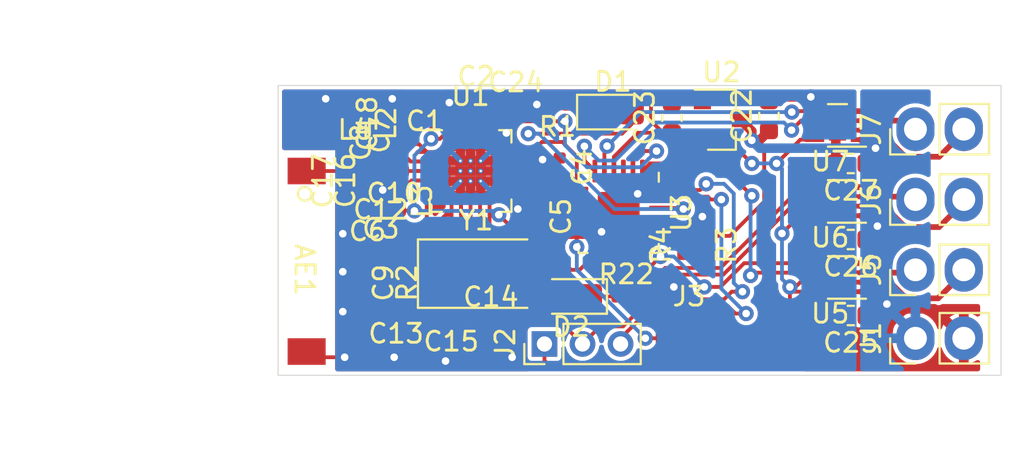
<source format=kicad_pcb>
(kicad_pcb (version 20190907) (host pcbnew "5.99.0-unknown-e6346c7~100~ubuntu18.04.1")

  (general
    (thickness 1.6)
    (drawings 6)
    (tracks 414)
    (modules 47)
    (nets 47)
  )

  (page "A4")
  (title_block
    (title "Malenki-insane")
    (date "2020-02-16")
  )

  (layers
    (0 "F.Cu" signal)
    (31 "B.Cu" signal)
    (32 "B.Adhes" user hide)
    (33 "F.Adhes" user)
    (34 "B.Paste" user hide)
    (35 "F.Paste" user hide)
    (36 "B.SilkS" user hide)
    (37 "F.SilkS" user hide)
    (38 "B.Mask" user hide)
    (39 "F.Mask" user hide)
    (40 "Dwgs.User" user)
    (41 "Cmts.User" user hide)
    (42 "Eco1.User" user hide)
    (43 "Eco2.User" user hide)
    (44 "Edge.Cuts" user)
    (45 "Margin" user hide)
    (46 "B.CrtYd" user hide)
    (47 "F.CrtYd" user)
    (48 "B.Fab" user)
    (49 "F.Fab" user)
  )

  (setup
    (stackup
      (layer "F.SilkS" (type "Top Silk Screen"))
      (layer "F.Paste" (type "Top Solder Paste"))
      (layer "F.Mask" (type "Top Solder Mask") (color "Green") (thickness 0.01))
      (layer "F.Cu" (type "copper") (thickness 0.035))
      (layer "dielectric 1" (type "core") (thickness 1.51) (material "FR4") (epsilon_r 4.5) (loss_tangent 0.02))
      (layer "B.Cu" (type "copper") (thickness 0.035))
      (layer "B.Mask" (type "Bottom Solder Mask") (color "Green") (thickness 0.01))
      (layer "B.Paste" (type "Bottom Solder Paste"))
      (layer "B.SilkS" (type "Bottom Silk Screen"))
      (copper_finish "ENIG")
      (dielectric_constraints no)
    )
    (last_trace_width 0.2)
    (user_trace_width 0.2)
    (user_trace_width 0.3)
    (user_trace_width 0.5)
    (user_trace_width 0.8)
    (trace_clearance 0.15)
    (zone_clearance 0.21)
    (zone_45_only no)
    (trace_min 0.2)
    (via_size 0.8)
    (via_drill 0.4)
    (via_min_size 0.4)
    (via_min_drill 0.3)
    (uvia_size 0.3)
    (uvia_drill 0.1)
    (uvias_allowed no)
    (uvia_min_size 0.2)
    (uvia_min_drill 0.1)
    (max_error 0.005)
    (defaults
      (edge_clearance 0.025)
      (edge_cuts_line_width 0.05)
      (courtyard_line_width 0.05)
      (copper_line_width 0.2)
      (copper_text_dims (size 1.5 1.5) (thickness 0.3) keep_upright)
      (silk_line_width 0.12)
      (silk_text_dims (size 1 1) (thickness 0.15) keep_upright)
      (other_layers_line_width 0.15)
      (other_layers_text_dims (size 1 1) (thickness 0.15) keep_upright)
    )
    (pad_size 1.524 1.524)
    (pad_drill 0.762)
    (pad_to_mask_clearance 0.051)
    (solder_mask_min_width 0.25)
    (aux_axis_origin 0 0)
    (visible_elements FFFDFF7F)
    (pcbplotparams
      (layerselection 0x110fc_ffffffff)
      (usegerberextensions false)
      (usegerberattributes false)
      (usegerberadvancedattributes false)
      (creategerberjobfile false)
      (excludeedgelayer true)
      (linewidth 0.100000)
      (plotframeref false)
      (viasonmask false)
      (mode 1)
      (useauxorigin false)
      (hpglpennumber 1)
      (hpglpenspeed 20)
      (hpglpendiameter 15.000000)
      (psnegative false)
      (psa4output false)
      (plotreference true)
      (plotvalue true)
      (plotinvisibletext false)
      (padsonsilk false)
      (subtractmaskfromsilk false)
      (outputformat 1)
      (mirror false)
      (drillshape 0)
      (scaleselection 1)
      (outputdirectory "plot/")
    )
  )

  (net 0 "")
  (net 1 "GND")
  (net 2 "VBAT")
  (net 3 "BLINKY")
  (net 4 "Net-(D1-Pad1)")
  (net 5 "TXDEBUG")
  (net 6 "Net-(D2-Pad1)")
  (net 7 "UPDI")
  (net 8 "Net-(J5-Pad2)")
  (net 9 "Net-(J5-Pad1)")
  (net 10 "Net-(J6-Pad2)")
  (net 11 "Net-(J6-Pad1)")
  (net 12 "Net-(J7-Pad2)")
  (net 13 "Net-(J7-Pad1)")
  (net 14 "SPI_SCS")
  (net 15 "GIO1")
  (net 16 "SPI_SCK")
  (net 17 "SPI_SDIO")
  (net 18 "Net-(U3-Pad18)")
  (net 19 "Net-(U3-Pad17)")
  (net 20 "MOTOR1R")
  (net 21 "MOTOR2R")
  (net 22 "MOTOR2F")
  (net 23 "Net-(U3-Pad11)")
  (net 24 "Net-(U3-Pad10)")
  (net 25 "Net-(U3-Pad9)")
  (net 26 "MOTOR3F")
  (net 27 "MOTOR3R")
  (net 28 "MOTOR1F")
  (net 29 "WEAPON2")
  (net 30 "VSENSE")
  (net 31 "VLOGIC")
  (net 32 "/ANT")
  (net 33 "/REGOA")
  (net 34 "Net-(C3-Pad2)")
  (net 35 "Net-(C4-Pad2)")
  (net 36 "Net-(C10-Pad2)")
  (net 37 "Net-(C6-Pad1)")
  (net 38 "Net-(C7-Pad1)")
  (net 39 "Net-(C8-Pad1)")
  (net 40 "Net-(C9-Pad2)")
  (net 41 "Net-(C10-Pad1)")
  (net 42 "Net-(C13-Pad2)")
  (net 43 "Net-(C14-Pad2)")
  (net 44 "Net-(C15-Pad2)")
  (net 45 "Net-(U1-Pad18)")
  (net 46 "Net-(U1-Pad17)")

  (net_class "Default" "This is the default net class."
    (clearance 0.15)
    (trace_width 0.2)
    (via_dia 0.8)
    (via_drill 0.4)
    (uvia_dia 0.3)
    (uvia_drill 0.1)
    (add_net "/ANT")
    (add_net "/REGOA")
    (add_net "BLINKY")
    (add_net "GIO1")
    (add_net "GND")
    (add_net "MOTOR1F")
    (add_net "MOTOR1R")
    (add_net "MOTOR2F")
    (add_net "MOTOR2R")
    (add_net "MOTOR3F")
    (add_net "MOTOR3R")
    (add_net "Net-(C10-Pad1)")
    (add_net "Net-(C10-Pad2)")
    (add_net "Net-(C13-Pad2)")
    (add_net "Net-(C14-Pad2)")
    (add_net "Net-(C15-Pad2)")
    (add_net "Net-(C3-Pad2)")
    (add_net "Net-(C4-Pad2)")
    (add_net "Net-(C6-Pad1)")
    (add_net "Net-(C7-Pad1)")
    (add_net "Net-(C8-Pad1)")
    (add_net "Net-(C9-Pad2)")
    (add_net "Net-(D1-Pad1)")
    (add_net "Net-(D2-Pad1)")
    (add_net "Net-(J5-Pad1)")
    (add_net "Net-(J5-Pad2)")
    (add_net "Net-(J6-Pad1)")
    (add_net "Net-(J6-Pad2)")
    (add_net "Net-(J7-Pad1)")
    (add_net "Net-(J7-Pad2)")
    (add_net "Net-(U1-Pad17)")
    (add_net "Net-(U1-Pad18)")
    (add_net "Net-(U3-Pad10)")
    (add_net "Net-(U3-Pad11)")
    (add_net "Net-(U3-Pad17)")
    (add_net "Net-(U3-Pad18)")
    (add_net "Net-(U3-Pad9)")
    (add_net "SPI_SCK")
    (add_net "SPI_SCS")
    (add_net "SPI_SDIO")
    (add_net "TXDEBUG")
    (add_net "UPDI")
    (add_net "VBAT")
    (add_net "VLOGIC")
    (add_net "VSENSE")
    (add_net "WEAPON2")
  )

  (module "Capacitor_SMD:C_0603_1608Metric" (layer "F.Cu") (tedit 5B301BBE) (tstamp 5E4BDC21)
    (at 159.1 92.604 180)
    (descr "Capacitor SMD 0603 (1608 Metric), square (rectangular) end terminal, IPC_7351 nominal, (Body size source: http://www.tortai-tech.com/upload/download/2011102023233369053.pdf), generated with kicad-footprint-generator")
    (tags "capacitor")
    (path "/5E3C96FB")
    (attr smd)
    (fp_text reference "C27" (at 0 -1.43) (layer "F.SilkS")
      (effects (font (size 1 1) (thickness 0.15)))
    )
    (fp_text value "10uF" (at 0 1.43) (layer "F.Fab")
      (effects (font (size 1 1) (thickness 0.15)))
    )
    (fp_text user "%R" (at 0 0) (layer "F.Fab")
      (effects (font (size 0.4 0.4) (thickness 0.06)))
    )
    (fp_line (start 1.48 0.73) (end -1.48 0.73) (layer "F.CrtYd") (width 0.05))
    (fp_line (start 1.48 -0.73) (end 1.48 0.73) (layer "F.CrtYd") (width 0.05))
    (fp_line (start -1.48 -0.73) (end 1.48 -0.73) (layer "F.CrtYd") (width 0.05))
    (fp_line (start -1.48 0.73) (end -1.48 -0.73) (layer "F.CrtYd") (width 0.05))
    (fp_line (start -0.162779 0.51) (end 0.162779 0.51) (layer "F.SilkS") (width 0.12))
    (fp_line (start -0.162779 -0.51) (end 0.162779 -0.51) (layer "F.SilkS") (width 0.12))
    (fp_line (start 0.8 0.4) (end -0.8 0.4) (layer "F.Fab") (width 0.1))
    (fp_line (start 0.8 -0.4) (end 0.8 0.4) (layer "F.Fab") (width 0.1))
    (fp_line (start -0.8 -0.4) (end 0.8 -0.4) (layer "F.Fab") (width 0.1))
    (fp_line (start -0.8 0.4) (end -0.8 -0.4) (layer "F.Fab") (width 0.1))
    (pad "2" smd roundrect (at 0.7875 0 180) (size 0.875 0.95) (layers "F.Cu" "F.Paste" "F.Mask") (roundrect_rratio 0.25)
      (net 1 "GND"))
    (pad "1" smd roundrect (at -0.7875 0 180) (size 0.875 0.95) (layers "F.Cu" "F.Paste" "F.Mask") (roundrect_rratio 0.25)
      (net 2 "VBAT"))
    (model "${KISYS3DMOD}/Capacitor_SMD.3dshapes/C_0603_1608Metric.wrl"
      (at (xyz 0 0 0))
      (scale (xyz 1 1 1))
      (rotate (xyz 0 0 0))
    )
  )

  (module "Capacitor_SMD:C_0603_1608Metric" (layer "F.Cu") (tedit 5B301BBE) (tstamp 5E499074)
    (at 159.1 96.604 180)
    (descr "Capacitor SMD 0603 (1608 Metric), square (rectangular) end terminal, IPC_7351 nominal, (Body size source: http://www.tortai-tech.com/upload/download/2011102023233369053.pdf), generated with kicad-footprint-generator")
    (tags "capacitor")
    (path "/5E3B803A")
    (attr smd)
    (fp_text reference "C26" (at 0 -1.43) (layer "F.SilkS")
      (effects (font (size 1 1) (thickness 0.15)))
    )
    (fp_text value "10uF" (at 0 1.43) (layer "F.Fab")
      (effects (font (size 1 1) (thickness 0.15)))
    )
    (fp_text user "%R" (at 0 0) (layer "F.Fab")
      (effects (font (size 0.4 0.4) (thickness 0.06)))
    )
    (fp_line (start 1.48 0.73) (end -1.48 0.73) (layer "F.CrtYd") (width 0.05))
    (fp_line (start 1.48 -0.73) (end 1.48 0.73) (layer "F.CrtYd") (width 0.05))
    (fp_line (start -1.48 -0.73) (end 1.48 -0.73) (layer "F.CrtYd") (width 0.05))
    (fp_line (start -1.48 0.73) (end -1.48 -0.73) (layer "F.CrtYd") (width 0.05))
    (fp_line (start -0.162779 0.51) (end 0.162779 0.51) (layer "F.SilkS") (width 0.12))
    (fp_line (start -0.162779 -0.51) (end 0.162779 -0.51) (layer "F.SilkS") (width 0.12))
    (fp_line (start 0.8 0.4) (end -0.8 0.4) (layer "F.Fab") (width 0.1))
    (fp_line (start 0.8 -0.4) (end 0.8 0.4) (layer "F.Fab") (width 0.1))
    (fp_line (start -0.8 -0.4) (end 0.8 -0.4) (layer "F.Fab") (width 0.1))
    (fp_line (start -0.8 0.4) (end -0.8 -0.4) (layer "F.Fab") (width 0.1))
    (pad "2" smd roundrect (at 0.7875 0 180) (size 0.875 0.95) (layers "F.Cu" "F.Paste" "F.Mask") (roundrect_rratio 0.25)
      (net 1 "GND"))
    (pad "1" smd roundrect (at -0.7875 0 180) (size 0.875 0.95) (layers "F.Cu" "F.Paste" "F.Mask") (roundrect_rratio 0.25)
      (net 2 "VBAT"))
    (model "${KISYS3DMOD}/Capacitor_SMD.3dshapes/C_0603_1608Metric.wrl"
      (at (xyz 0 0 0))
      (scale (xyz 1 1 1))
      (rotate (xyz 0 0 0))
    )
  )

  (module "Capacitor_SMD:C_0603_1608Metric" (layer "F.Cu") (tedit 5B301BBE) (tstamp 5E499063)
    (at 159.1 100.604 180)
    (descr "Capacitor SMD 0603 (1608 Metric), square (rectangular) end terminal, IPC_7351 nominal, (Body size source: http://www.tortai-tech.com/upload/download/2011102023233369053.pdf), generated with kicad-footprint-generator")
    (tags "capacitor")
    (path "/5CDD5C99")
    (attr smd)
    (fp_text reference "C25" (at 0 -1.43) (layer "F.SilkS")
      (effects (font (size 1 1) (thickness 0.15)))
    )
    (fp_text value "10uF" (at 0 1.43) (layer "F.Fab")
      (effects (font (size 1 1) (thickness 0.15)))
    )
    (fp_text user "%R" (at 0 0) (layer "F.Fab")
      (effects (font (size 0.4 0.4) (thickness 0.06)))
    )
    (fp_line (start 1.48 0.73) (end -1.48 0.73) (layer "F.CrtYd") (width 0.05))
    (fp_line (start 1.48 -0.73) (end 1.48 0.73) (layer "F.CrtYd") (width 0.05))
    (fp_line (start -1.48 -0.73) (end 1.48 -0.73) (layer "F.CrtYd") (width 0.05))
    (fp_line (start -1.48 0.73) (end -1.48 -0.73) (layer "F.CrtYd") (width 0.05))
    (fp_line (start -0.162779 0.51) (end 0.162779 0.51) (layer "F.SilkS") (width 0.12))
    (fp_line (start -0.162779 -0.51) (end 0.162779 -0.51) (layer "F.SilkS") (width 0.12))
    (fp_line (start 0.8 0.4) (end -0.8 0.4) (layer "F.Fab") (width 0.1))
    (fp_line (start 0.8 -0.4) (end 0.8 0.4) (layer "F.Fab") (width 0.1))
    (fp_line (start -0.8 -0.4) (end 0.8 -0.4) (layer "F.Fab") (width 0.1))
    (fp_line (start -0.8 0.4) (end -0.8 -0.4) (layer "F.Fab") (width 0.1))
    (pad "2" smd roundrect (at 0.7875 0 180) (size 0.875 0.95) (layers "F.Cu" "F.Paste" "F.Mask") (roundrect_rratio 0.25)
      (net 1 "GND"))
    (pad "1" smd roundrect (at -0.7875 0 180) (size 0.875 0.95) (layers "F.Cu" "F.Paste" "F.Mask") (roundrect_rratio 0.25)
      (net 2 "VBAT"))
    (model "${KISYS3DMOD}/Capacitor_SMD.3dshapes/C_0603_1608Metric.wrl"
      (at (xyz 0 0 0))
      (scale (xyz 1 1 1))
      (rotate (xyz 0 0 0))
    )
  )

  (module "Capacitor_SMD:C_0603_1608Metric" (layer "F.Cu") (tedit 5B301BBE) (tstamp 5E499041)
    (at 149.7 90.2 90)
    (descr "Capacitor SMD 0603 (1608 Metric), square (rectangular) end terminal, IPC_7351 nominal, (Body size source: http://www.tortai-tech.com/upload/download/2011102023233369053.pdf), generated with kicad-footprint-generator")
    (tags "capacitor")
    (path "/5CDC3533")
    (attr smd)
    (fp_text reference "C23" (at 0 -1.43 90) (layer "F.SilkS")
      (effects (font (size 1 1) (thickness 0.15)))
    )
    (fp_text value "10uF" (at 0 1.43 90) (layer "F.Fab")
      (effects (font (size 1 1) (thickness 0.15)))
    )
    (fp_text user "%R" (at 0 0 90) (layer "F.Fab")
      (effects (font (size 0.4 0.4) (thickness 0.06)))
    )
    (fp_line (start 1.48 0.73) (end -1.48 0.73) (layer "F.CrtYd") (width 0.05))
    (fp_line (start 1.48 -0.73) (end 1.48 0.73) (layer "F.CrtYd") (width 0.05))
    (fp_line (start -1.48 -0.73) (end 1.48 -0.73) (layer "F.CrtYd") (width 0.05))
    (fp_line (start -1.48 0.73) (end -1.48 -0.73) (layer "F.CrtYd") (width 0.05))
    (fp_line (start -0.162779 0.51) (end 0.162779 0.51) (layer "F.SilkS") (width 0.12))
    (fp_line (start -0.162779 -0.51) (end 0.162779 -0.51) (layer "F.SilkS") (width 0.12))
    (fp_line (start 0.8 0.4) (end -0.8 0.4) (layer "F.Fab") (width 0.1))
    (fp_line (start 0.8 -0.4) (end 0.8 0.4) (layer "F.Fab") (width 0.1))
    (fp_line (start -0.8 -0.4) (end 0.8 -0.4) (layer "F.Fab") (width 0.1))
    (fp_line (start -0.8 0.4) (end -0.8 -0.4) (layer "F.Fab") (width 0.1))
    (pad "2" smd roundrect (at 0.7875 0 90) (size 0.875 0.95) (layers "F.Cu" "F.Paste" "F.Mask") (roundrect_rratio 0.25)
      (net 1 "GND"))
    (pad "1" smd roundrect (at -0.7875 0 90) (size 0.875 0.95) (layers "F.Cu" "F.Paste" "F.Mask") (roundrect_rratio 0.25)
      (net 31 "VLOGIC"))
    (model "${KISYS3DMOD}/Capacitor_SMD.3dshapes/C_0603_1608Metric.wrl"
      (at (xyz 0 0 0))
      (scale (xyz 1 1 1))
      (rotate (xyz 0 0 0))
    )
  )

  (module "Capacitor_SMD:C_0603_1608Metric" (layer "F.Cu") (tedit 5B301BBE) (tstamp 5E499030)
    (at 154.8 90.1 90)
    (descr "Capacitor SMD 0603 (1608 Metric), square (rectangular) end terminal, IPC_7351 nominal, (Body size source: http://www.tortai-tech.com/upload/download/2011102023233369053.pdf), generated with kicad-footprint-generator")
    (tags "capacitor")
    (path "/5CDC3232")
    (attr smd)
    (fp_text reference "C22" (at 0 -1.43 90) (layer "F.SilkS")
      (effects (font (size 1 1) (thickness 0.15)))
    )
    (fp_text value "10uF" (at 0 1.43 90) (layer "F.Fab")
      (effects (font (size 1 1) (thickness 0.15)))
    )
    (fp_text user "%R" (at 0 0 90) (layer "F.Fab")
      (effects (font (size 0.4 0.4) (thickness 0.06)))
    )
    (fp_line (start 1.48 0.73) (end -1.48 0.73) (layer "F.CrtYd") (width 0.05))
    (fp_line (start 1.48 -0.73) (end 1.48 0.73) (layer "F.CrtYd") (width 0.05))
    (fp_line (start -1.48 -0.73) (end 1.48 -0.73) (layer "F.CrtYd") (width 0.05))
    (fp_line (start -1.48 0.73) (end -1.48 -0.73) (layer "F.CrtYd") (width 0.05))
    (fp_line (start -0.162779 0.51) (end 0.162779 0.51) (layer "F.SilkS") (width 0.12))
    (fp_line (start -0.162779 -0.51) (end 0.162779 -0.51) (layer "F.SilkS") (width 0.12))
    (fp_line (start 0.8 0.4) (end -0.8 0.4) (layer "F.Fab") (width 0.1))
    (fp_line (start 0.8 -0.4) (end 0.8 0.4) (layer "F.Fab") (width 0.1))
    (fp_line (start -0.8 -0.4) (end 0.8 -0.4) (layer "F.Fab") (width 0.1))
    (fp_line (start -0.8 0.4) (end -0.8 -0.4) (layer "F.Fab") (width 0.1))
    (pad "2" smd roundrect (at 0.7875 0 90) (size 0.875 0.95) (layers "F.Cu" "F.Paste" "F.Mask") (roundrect_rratio 0.25)
      (net 1 "GND"))
    (pad "1" smd roundrect (at -0.7875 0 90) (size 0.875 0.95) (layers "F.Cu" "F.Paste" "F.Mask") (roundrect_rratio 0.25)
      (net 2 "VBAT"))
    (model "${KISYS3DMOD}/Capacitor_SMD.3dshapes/C_0603_1608Metric.wrl"
      (at (xyz 0 0 0))
      (scale (xyz 1 1 1))
      (rotate (xyz 0 0 0))
    )
  )

  (module "Resistor_SMD:R_0402_1005Metric" (layer "F.Cu") (tedit 5B301BBD) (tstamp 5E49D685)
    (at 147.3 99.6)
    (descr "Resistor SMD 0402 (1005 Metric), square (rectangular) end terminal, IPC_7351 nominal, (Body size source: http://www.tortai-tech.com/upload/download/2011102023233369053.pdf), generated with kicad-footprint-generator")
    (tags "resistor")
    (path "/5D6AB858")
    (attr smd)
    (fp_text reference "R22" (at 0 -1.17) (layer "F.SilkS")
      (effects (font (size 1 1) (thickness 0.15)))
    )
    (fp_text value "200R" (at 0 1.17) (layer "F.Fab")
      (effects (font (size 1 1) (thickness 0.15)))
    )
    (fp_text user "%R" (at 0 0) (layer "F.Fab")
      (effects (font (size 0.25 0.25) (thickness 0.04)))
    )
    (fp_line (start 0.93 0.47) (end -0.93 0.47) (layer "F.CrtYd") (width 0.05))
    (fp_line (start 0.93 -0.47) (end 0.93 0.47) (layer "F.CrtYd") (width 0.05))
    (fp_line (start -0.93 -0.47) (end 0.93 -0.47) (layer "F.CrtYd") (width 0.05))
    (fp_line (start -0.93 0.47) (end -0.93 -0.47) (layer "F.CrtYd") (width 0.05))
    (fp_line (start 0.5 0.25) (end -0.5 0.25) (layer "F.Fab") (width 0.1))
    (fp_line (start 0.5 -0.25) (end 0.5 0.25) (layer "F.Fab") (width 0.1))
    (fp_line (start -0.5 -0.25) (end 0.5 -0.25) (layer "F.Fab") (width 0.1))
    (fp_line (start -0.5 0.25) (end -0.5 -0.25) (layer "F.Fab") (width 0.1))
    (pad "2" smd roundrect (at 0.485 0) (size 0.59 0.64) (layers "F.Cu" "F.Paste" "F.Mask") (roundrect_rratio 0.25)
      (net 1 "GND"))
    (pad "1" smd roundrect (at -0.485 0) (size 0.59 0.64) (layers "F.Cu" "F.Paste" "F.Mask") (roundrect_rratio 0.25)
      (net 6 "Net-(D2-Pad1)"))
    (model "${KISYS3DMOD}/Resistor_SMD.3dshapes/R_0402_1005Metric.wrl"
      (at (xyz 0 0 0))
      (scale (xyz 1 1 1))
      (rotate (xyz 0 0 0))
    )
  )

  (module "Resistor_SMD:R_0402_1005Metric" (layer "F.Cu") (tedit 5B301BBD) (tstamp 5E499197)
    (at 150.3 96.9 90)
    (descr "Resistor SMD 0402 (1005 Metric), square (rectangular) end terminal, IPC_7351 nominal, (Body size source: http://www.tortai-tech.com/upload/download/2011102023233369053.pdf), generated with kicad-footprint-generator")
    (tags "resistor")
    (path "/5E305615")
    (attr smd)
    (fp_text reference "R4" (at 0 -1.17 90) (layer "F.SilkS")
      (effects (font (size 1 1) (thickness 0.15)))
    )
    (fp_text value "10k" (at 0 1.17 90) (layer "F.Fab")
      (effects (font (size 1 1) (thickness 0.15)))
    )
    (fp_text user "%R" (at 0 0 90) (layer "F.Fab")
      (effects (font (size 0.25 0.25) (thickness 0.04)))
    )
    (fp_line (start 0.93 0.47) (end -0.93 0.47) (layer "F.CrtYd") (width 0.05))
    (fp_line (start 0.93 -0.47) (end 0.93 0.47) (layer "F.CrtYd") (width 0.05))
    (fp_line (start -0.93 -0.47) (end 0.93 -0.47) (layer "F.CrtYd") (width 0.05))
    (fp_line (start -0.93 0.47) (end -0.93 -0.47) (layer "F.CrtYd") (width 0.05))
    (fp_line (start 0.5 0.25) (end -0.5 0.25) (layer "F.Fab") (width 0.1))
    (fp_line (start 0.5 -0.25) (end 0.5 0.25) (layer "F.Fab") (width 0.1))
    (fp_line (start -0.5 -0.25) (end 0.5 -0.25) (layer "F.Fab") (width 0.1))
    (fp_line (start -0.5 0.25) (end -0.5 -0.25) (layer "F.Fab") (width 0.1))
    (pad "2" smd roundrect (at 0.485 0 90) (size 0.59 0.64) (layers "F.Cu" "F.Paste" "F.Mask") (roundrect_rratio 0.25)
      (net 1 "GND"))
    (pad "1" smd roundrect (at -0.485 0 90) (size 0.59 0.64) (layers "F.Cu" "F.Paste" "F.Mask") (roundrect_rratio 0.25)
      (net 30 "VSENSE"))
    (model "${KISYS3DMOD}/Resistor_SMD.3dshapes/R_0402_1005Metric.wrl"
      (at (xyz 0 0 0))
      (scale (xyz 1 1 1))
      (rotate (xyz 0 0 0))
    )
  )

  (module "Resistor_SMD:R_0402_1005Metric" (layer "F.Cu") (tedit 5B301BBD) (tstamp 5E499186)
    (at 151.4 96.9 -90)
    (descr "Resistor SMD 0402 (1005 Metric), square (rectangular) end terminal, IPC_7351 nominal, (Body size source: http://www.tortai-tech.com/upload/download/2011102023233369053.pdf), generated with kicad-footprint-generator")
    (tags "resistor")
    (path "/5E302ABB")
    (attr smd)
    (fp_text reference "R3" (at 0 -1.17 90) (layer "F.SilkS")
      (effects (font (size 1 1) (thickness 0.15)))
    )
    (fp_text value "33k" (at 0 1.17 90) (layer "F.Fab")
      (effects (font (size 1 1) (thickness 0.15)))
    )
    (fp_text user "%R" (at 0 0 90) (layer "F.Fab")
      (effects (font (size 0.25 0.25) (thickness 0.04)))
    )
    (fp_line (start 0.93 0.47) (end -0.93 0.47) (layer "F.CrtYd") (width 0.05))
    (fp_line (start 0.93 -0.47) (end 0.93 0.47) (layer "F.CrtYd") (width 0.05))
    (fp_line (start -0.93 -0.47) (end 0.93 -0.47) (layer "F.CrtYd") (width 0.05))
    (fp_line (start -0.93 0.47) (end -0.93 -0.47) (layer "F.CrtYd") (width 0.05))
    (fp_line (start 0.5 0.25) (end -0.5 0.25) (layer "F.Fab") (width 0.1))
    (fp_line (start 0.5 -0.25) (end 0.5 0.25) (layer "F.Fab") (width 0.1))
    (fp_line (start -0.5 -0.25) (end 0.5 -0.25) (layer "F.Fab") (width 0.1))
    (fp_line (start -0.5 0.25) (end -0.5 -0.25) (layer "F.Fab") (width 0.1))
    (pad "2" smd roundrect (at 0.485 0 270) (size 0.59 0.64) (layers "F.Cu" "F.Paste" "F.Mask") (roundrect_rratio 0.25)
      (net 30 "VSENSE"))
    (pad "1" smd roundrect (at -0.485 0 270) (size 0.59 0.64) (layers "F.Cu" "F.Paste" "F.Mask") (roundrect_rratio 0.25)
      (net 2 "VBAT"))
    (model "${KISYS3DMOD}/Resistor_SMD.3dshapes/R_0402_1005Metric.wrl"
      (at (xyz 0 0 0))
      (scale (xyz 1 1 1))
      (rotate (xyz 0 0 0))
    )
  )

  (module "Resistor_SMD:R_0402_1005Metric" (layer "F.Cu") (tedit 5B301BBD) (tstamp 5E499175)
    (at 134.6 98.885 -90)
    (descr "Resistor SMD 0402 (1005 Metric), square (rectangular) end terminal, IPC_7351 nominal, (Body size source: http://www.tortai-tech.com/upload/download/2011102023233369053.pdf), generated with kicad-footprint-generator")
    (tags "resistor")
    (path "/5E56DF8E")
    (attr smd)
    (fp_text reference "R2" (at 0 -1.17 90) (layer "F.SilkS")
      (effects (font (size 1 1) (thickness 0.15)))
    )
    (fp_text value "200R" (at 0 1.17 90) (layer "F.Fab")
      (effects (font (size 1 1) (thickness 0.15)))
    )
    (fp_text user "%R" (at 0 0 90) (layer "F.Fab")
      (effects (font (size 0.25 0.25) (thickness 0.04)))
    )
    (fp_line (start 0.93 0.47) (end -0.93 0.47) (layer "F.CrtYd") (width 0.05))
    (fp_line (start 0.93 -0.47) (end 0.93 0.47) (layer "F.CrtYd") (width 0.05))
    (fp_line (start -0.93 -0.47) (end 0.93 -0.47) (layer "F.CrtYd") (width 0.05))
    (fp_line (start -0.93 0.47) (end -0.93 -0.47) (layer "F.CrtYd") (width 0.05))
    (fp_line (start 0.5 0.25) (end -0.5 0.25) (layer "F.Fab") (width 0.1))
    (fp_line (start 0.5 -0.25) (end 0.5 0.25) (layer "F.Fab") (width 0.1))
    (fp_line (start -0.5 -0.25) (end 0.5 -0.25) (layer "F.Fab") (width 0.1))
    (fp_line (start -0.5 0.25) (end -0.5 -0.25) (layer "F.Fab") (width 0.1))
    (pad "2" smd roundrect (at 0.485 0 270) (size 0.59 0.64) (layers "F.Cu" "F.Paste" "F.Mask") (roundrect_rratio 0.25)
      (net 42 "Net-(C13-Pad2)"))
    (pad "1" smd roundrect (at -0.485 0 270) (size 0.59 0.64) (layers "F.Cu" "F.Paste" "F.Mask") (roundrect_rratio 0.25)
      (net 40 "Net-(C9-Pad2)"))
    (model "${KISYS3DMOD}/Resistor_SMD.3dshapes/R_0402_1005Metric.wrl"
      (at (xyz 0 0 0))
      (scale (xyz 1 1 1))
      (rotate (xyz 0 0 0))
    )
  )

  (module "Resistor_SMD:R_0402_1005Metric" (layer "F.Cu") (tedit 5B301BBD) (tstamp 5E499164)
    (at 143.685 89.5 180)
    (descr "Resistor SMD 0402 (1005 Metric), square (rectangular) end terminal, IPC_7351 nominal, (Body size source: http://www.tortai-tech.com/upload/download/2011102023233369053.pdf), generated with kicad-footprint-generator")
    (tags "resistor")
    (path "/5CDD24A6")
    (attr smd)
    (fp_text reference "R1" (at 0 -1.17) (layer "F.SilkS")
      (effects (font (size 1 1) (thickness 0.15)))
    )
    (fp_text value "200R" (at 0 1.17) (layer "F.Fab")
      (effects (font (size 1 1) (thickness 0.15)))
    )
    (fp_text user "%R" (at 0 0) (layer "F.Fab")
      (effects (font (size 0.25 0.25) (thickness 0.04)))
    )
    (fp_line (start 0.93 0.47) (end -0.93 0.47) (layer "F.CrtYd") (width 0.05))
    (fp_line (start 0.93 -0.47) (end 0.93 0.47) (layer "F.CrtYd") (width 0.05))
    (fp_line (start -0.93 -0.47) (end 0.93 -0.47) (layer "F.CrtYd") (width 0.05))
    (fp_line (start -0.93 0.47) (end -0.93 -0.47) (layer "F.CrtYd") (width 0.05))
    (fp_line (start 0.5 0.25) (end -0.5 0.25) (layer "F.Fab") (width 0.1))
    (fp_line (start 0.5 -0.25) (end 0.5 0.25) (layer "F.Fab") (width 0.1))
    (fp_line (start -0.5 -0.25) (end 0.5 -0.25) (layer "F.Fab") (width 0.1))
    (fp_line (start -0.5 0.25) (end -0.5 -0.25) (layer "F.Fab") (width 0.1))
    (pad "2" smd roundrect (at 0.485 0 180) (size 0.59 0.64) (layers "F.Cu" "F.Paste" "F.Mask") (roundrect_rratio 0.25)
      (net 1 "GND"))
    (pad "1" smd roundrect (at -0.485 0 180) (size 0.59 0.64) (layers "F.Cu" "F.Paste" "F.Mask") (roundrect_rratio 0.25)
      (net 4 "Net-(D1-Pad1)"))
    (model "${KISYS3DMOD}/Resistor_SMD.3dshapes/R_0402_1005Metric.wrl"
      (at (xyz 0 0 0))
      (scale (xyz 1 1 1))
      (rotate (xyz 0 0 0))
    )
  )

  (module "Inductor_SMD:L_0402_1005Metric" (layer "F.Cu") (tedit 5B301BBE) (tstamp 5E4A1450)
    (at 133.015 92)
    (descr "Inductor SMD 0402 (1005 Metric), square (rectangular) end terminal, IPC_7351 nominal, (Body size source: http://www.tortai-tech.com/upload/download/2011102023233369053.pdf), generated with kicad-footprint-generator")
    (tags "inductor")
    (path "/5E4F9E08")
    (attr smd)
    (fp_text reference "L4" (at 0 -1.17) (layer "F.SilkS")
      (effects (font (size 1 1) (thickness 0.15)))
    )
    (fp_text value "3.1nH" (at 0 1.17) (layer "F.Fab")
      (effects (font (size 1 1) (thickness 0.15)))
    )
    (fp_text user "%R" (at 0 0) (layer "F.Fab")
      (effects (font (size 0.25 0.25) (thickness 0.04)))
    )
    (fp_line (start 0.93 0.47) (end -0.93 0.47) (layer "F.CrtYd") (width 0.05))
    (fp_line (start 0.93 -0.47) (end 0.93 0.47) (layer "F.CrtYd") (width 0.05))
    (fp_line (start -0.93 -0.47) (end 0.93 -0.47) (layer "F.CrtYd") (width 0.05))
    (fp_line (start -0.93 0.47) (end -0.93 -0.47) (layer "F.CrtYd") (width 0.05))
    (fp_line (start 0.5 0.25) (end -0.5 0.25) (layer "F.Fab") (width 0.1))
    (fp_line (start 0.5 -0.25) (end 0.5 0.25) (layer "F.Fab") (width 0.1))
    (fp_line (start -0.5 -0.25) (end 0.5 -0.25) (layer "F.Fab") (width 0.1))
    (fp_line (start -0.5 0.25) (end -0.5 -0.25) (layer "F.Fab") (width 0.1))
    (pad "2" smd roundrect (at 0.485 0) (size 0.59 0.64) (layers "F.Cu" "F.Paste" "F.Mask") (roundrect_rratio 0.25)
      (net 36 "Net-(C10-Pad2)"))
    (pad "1" smd roundrect (at -0.485 0) (size 0.59 0.64) (layers "F.Cu" "F.Paste" "F.Mask") (roundrect_rratio 0.25)
      (net 32 "/ANT"))
    (model "${KISYS3DMOD}/Inductor_SMD.3dshapes/L_0402_1005Metric.wrl"
      (at (xyz 0 0 0))
      (scale (xyz 1 1 1))
      (rotate (xyz 0 0 0))
    )
  )

  (module "Inductor_SMD:L_0402_1005Metric" (layer "F.Cu") (tedit 5B301BBE) (tstamp 5E499142)
    (at 135.4 94.6 -90)
    (descr "Inductor SMD 0402 (1005 Metric), square (rectangular) end terminal, IPC_7351 nominal, (Body size source: http://www.tortai-tech.com/upload/download/2011102023233369053.pdf), generated with kicad-footprint-generator")
    (tags "inductor")
    (path "/5E4EA68E")
    (attr smd)
    (fp_text reference "L3" (at 0 -1.17 90) (layer "F.SilkS")
      (effects (font (size 1 1) (thickness 0.15)))
    )
    (fp_text value "1.2nH" (at 0 1.17 90) (layer "F.Fab")
      (effects (font (size 1 1) (thickness 0.15)))
    )
    (fp_text user "%R" (at 0 0 90) (layer "F.Fab")
      (effects (font (size 0.25 0.25) (thickness 0.04)))
    )
    (fp_line (start 0.93 0.47) (end -0.93 0.47) (layer "F.CrtYd") (width 0.05))
    (fp_line (start 0.93 -0.47) (end 0.93 0.47) (layer "F.CrtYd") (width 0.05))
    (fp_line (start -0.93 -0.47) (end 0.93 -0.47) (layer "F.CrtYd") (width 0.05))
    (fp_line (start -0.93 0.47) (end -0.93 -0.47) (layer "F.CrtYd") (width 0.05))
    (fp_line (start 0.5 0.25) (end -0.5 0.25) (layer "F.Fab") (width 0.1))
    (fp_line (start 0.5 -0.25) (end 0.5 0.25) (layer "F.Fab") (width 0.1))
    (fp_line (start -0.5 -0.25) (end 0.5 -0.25) (layer "F.Fab") (width 0.1))
    (fp_line (start -0.5 0.25) (end -0.5 -0.25) (layer "F.Fab") (width 0.1))
    (pad "2" smd roundrect (at 0.485 0 270) (size 0.59 0.64) (layers "F.Cu" "F.Paste" "F.Mask") (roundrect_rratio 0.25)
      (net 33 "/REGOA"))
    (pad "1" smd roundrect (at -0.485 0 270) (size 0.59 0.64) (layers "F.Cu" "F.Paste" "F.Mask") (roundrect_rratio 0.25)
      (net 37 "Net-(C6-Pad1)"))
    (model "${KISYS3DMOD}/Inductor_SMD.3dshapes/L_0402_1005Metric.wrl"
      (at (xyz 0 0 0))
      (scale (xyz 1 1 1))
      (rotate (xyz 0 0 0))
    )
  )

  (module "Inductor_SMD:L_0402_1005Metric" (layer "F.Cu") (tedit 5B301BBE) (tstamp 5E499131)
    (at 133.515 90.5 -90)
    (descr "Inductor SMD 0402 (1005 Metric), square (rectangular) end terminal, IPC_7351 nominal, (Body size source: http://www.tortai-tech.com/upload/download/2011102023233369053.pdf), generated with kicad-footprint-generator")
    (tags "inductor")
    (path "/5E4E64B2")
    (attr smd)
    (fp_text reference "L2" (at 0 -1.17 90) (layer "F.SilkS")
      (effects (font (size 1 1) (thickness 0.15)))
    )
    (fp_text value "4.7nH" (at 0 1.17 90) (layer "F.Fab")
      (effects (font (size 1 1) (thickness 0.15)))
    )
    (fp_text user "%R" (at 0 0 90) (layer "F.Fab")
      (effects (font (size 0.25 0.25) (thickness 0.04)))
    )
    (fp_line (start 0.93 0.47) (end -0.93 0.47) (layer "F.CrtYd") (width 0.05))
    (fp_line (start 0.93 -0.47) (end 0.93 0.47) (layer "F.CrtYd") (width 0.05))
    (fp_line (start -0.93 -0.47) (end 0.93 -0.47) (layer "F.CrtYd") (width 0.05))
    (fp_line (start -0.93 0.47) (end -0.93 -0.47) (layer "F.CrtYd") (width 0.05))
    (fp_line (start 0.5 0.25) (end -0.5 0.25) (layer "F.Fab") (width 0.1))
    (fp_line (start 0.5 -0.25) (end 0.5 0.25) (layer "F.Fab") (width 0.1))
    (fp_line (start -0.5 -0.25) (end 0.5 -0.25) (layer "F.Fab") (width 0.1))
    (fp_line (start -0.5 0.25) (end -0.5 -0.25) (layer "F.Fab") (width 0.1))
    (pad "2" smd roundrect (at 0.485 0 270) (size 0.59 0.64) (layers "F.Cu" "F.Paste" "F.Mask") (roundrect_rratio 0.25)
      (net 36 "Net-(C10-Pad2)"))
    (pad "1" smd roundrect (at -0.485 0 270) (size 0.59 0.64) (layers "F.Cu" "F.Paste" "F.Mask") (roundrect_rratio 0.25)
      (net 1 "GND"))
    (model "${KISYS3DMOD}/Inductor_SMD.3dshapes/L_0402_1005Metric.wrl"
      (at (xyz 0 0 0))
      (scale (xyz 1 1 1))
      (rotate (xyz 0 0 0))
    )
  )

  (module "Capacitor_SMD:C_0402_1005Metric" (layer "F.Cu") (tedit 5B301BBE) (tstamp 5E499052)
    (at 141.5 89.5)
    (descr "Capacitor SMD 0402 (1005 Metric), square (rectangular) end terminal, IPC_7351 nominal, (Body size source: http://www.tortai-tech.com/upload/download/2011102023233369053.pdf), generated with kicad-footprint-generator")
    (tags "capacitor")
    (path "/5CDC5AD8")
    (attr smd)
    (fp_text reference "C24" (at 0 -1.17) (layer "F.SilkS")
      (effects (font (size 1 1) (thickness 0.15)))
    )
    (fp_text value "100nF" (at 0 1.17) (layer "F.Fab")
      (effects (font (size 1 1) (thickness 0.15)))
    )
    (fp_text user "%R" (at 0 0) (layer "F.Fab")
      (effects (font (size 0.25 0.25) (thickness 0.04)))
    )
    (fp_line (start 0.93 0.47) (end -0.93 0.47) (layer "F.CrtYd") (width 0.05))
    (fp_line (start 0.93 -0.47) (end 0.93 0.47) (layer "F.CrtYd") (width 0.05))
    (fp_line (start -0.93 -0.47) (end 0.93 -0.47) (layer "F.CrtYd") (width 0.05))
    (fp_line (start -0.93 0.47) (end -0.93 -0.47) (layer "F.CrtYd") (width 0.05))
    (fp_line (start 0.5 0.25) (end -0.5 0.25) (layer "F.Fab") (width 0.1))
    (fp_line (start 0.5 -0.25) (end 0.5 0.25) (layer "F.Fab") (width 0.1))
    (fp_line (start -0.5 -0.25) (end 0.5 -0.25) (layer "F.Fab") (width 0.1))
    (fp_line (start -0.5 0.25) (end -0.5 -0.25) (layer "F.Fab") (width 0.1))
    (pad "2" smd roundrect (at 0.485 0) (size 0.59 0.64) (layers "F.Cu" "F.Paste" "F.Mask") (roundrect_rratio 0.25)
      (net 1 "GND"))
    (pad "1" smd roundrect (at -0.485 0) (size 0.59 0.64) (layers "F.Cu" "F.Paste" "F.Mask") (roundrect_rratio 0.25)
      (net 31 "VLOGIC"))
    (model "${KISYS3DMOD}/Capacitor_SMD.3dshapes/C_0402_1005Metric.wrl"
      (at (xyz 0 0 0))
      (scale (xyz 1 1 1))
      (rotate (xyz 0 0 0))
    )
  )

  (module "Capacitor_SMD:C_0402_1005Metric" (layer "F.Cu") (tedit 5B301BBE) (tstamp 5E49901F)
    (at 132.515 90.5 -90)
    (descr "Capacitor SMD 0402 (1005 Metric), square (rectangular) end terminal, IPC_7351 nominal, (Body size source: http://www.tortai-tech.com/upload/download/2011102023233369053.pdf), generated with kicad-footprint-generator")
    (tags "capacitor")
    (path "/5E508065")
    (attr smd)
    (fp_text reference "C18" (at 0 -1.17 90) (layer "F.SilkS")
      (effects (font (size 1 1) (thickness 0.15)))
    )
    (fp_text value "1pF" (at 0 1.17 90) (layer "F.Fab")
      (effects (font (size 1 1) (thickness 0.15)))
    )
    (fp_text user "%R" (at 0 0 90) (layer "F.Fab")
      (effects (font (size 0.25 0.25) (thickness 0.04)))
    )
    (fp_line (start 0.93 0.47) (end -0.93 0.47) (layer "F.CrtYd") (width 0.05))
    (fp_line (start 0.93 -0.47) (end 0.93 0.47) (layer "F.CrtYd") (width 0.05))
    (fp_line (start -0.93 -0.47) (end 0.93 -0.47) (layer "F.CrtYd") (width 0.05))
    (fp_line (start -0.93 0.47) (end -0.93 -0.47) (layer "F.CrtYd") (width 0.05))
    (fp_line (start 0.5 0.25) (end -0.5 0.25) (layer "F.Fab") (width 0.1))
    (fp_line (start 0.5 -0.25) (end 0.5 0.25) (layer "F.Fab") (width 0.1))
    (fp_line (start -0.5 -0.25) (end 0.5 -0.25) (layer "F.Fab") (width 0.1))
    (fp_line (start -0.5 0.25) (end -0.5 -0.25) (layer "F.Fab") (width 0.1))
    (pad "2" smd roundrect (at 0.485 0 270) (size 0.59 0.64) (layers "F.Cu" "F.Paste" "F.Mask") (roundrect_rratio 0.25)
      (net 32 "/ANT"))
    (pad "1" smd roundrect (at -0.485 0 270) (size 0.59 0.64) (layers "F.Cu" "F.Paste" "F.Mask") (roundrect_rratio 0.25)
      (net 1 "GND"))
    (model "${KISYS3DMOD}/Capacitor_SMD.3dshapes/C_0402_1005Metric.wrl"
      (at (xyz 0 0 0))
      (scale (xyz 1 1 1))
      (rotate (xyz 0 0 0))
    )
  )

  (module "Capacitor_SMD:C_0402_1005Metric" (layer "F.Cu") (tedit 5B301BBE) (tstamp 5E49900E)
    (at 132.515 93.515 90)
    (descr "Capacitor SMD 0402 (1005 Metric), square (rectangular) end terminal, IPC_7351 nominal, (Body size source: http://www.tortai-tech.com/upload/download/2011102023233369053.pdf), generated with kicad-footprint-generator")
    (tags "capacitor")
    (path "/5E50A3F0")
    (attr smd)
    (fp_text reference "C17" (at 0 -1.17 90) (layer "F.SilkS")
      (effects (font (size 1 1) (thickness 0.15)))
    )
    (fp_text value "1pF" (at 0 1.17 90) (layer "F.Fab")
      (effects (font (size 1 1) (thickness 0.15)))
    )
    (fp_text user "%R" (at 0 0 90) (layer "F.Fab")
      (effects (font (size 0.25 0.25) (thickness 0.04)))
    )
    (fp_line (start 0.93 0.47) (end -0.93 0.47) (layer "F.CrtYd") (width 0.05))
    (fp_line (start 0.93 -0.47) (end 0.93 0.47) (layer "F.CrtYd") (width 0.05))
    (fp_line (start -0.93 -0.47) (end 0.93 -0.47) (layer "F.CrtYd") (width 0.05))
    (fp_line (start -0.93 0.47) (end -0.93 -0.47) (layer "F.CrtYd") (width 0.05))
    (fp_line (start 0.5 0.25) (end -0.5 0.25) (layer "F.Fab") (width 0.1))
    (fp_line (start 0.5 -0.25) (end 0.5 0.25) (layer "F.Fab") (width 0.1))
    (fp_line (start -0.5 -0.25) (end 0.5 -0.25) (layer "F.Fab") (width 0.1))
    (fp_line (start -0.5 0.25) (end -0.5 -0.25) (layer "F.Fab") (width 0.1))
    (pad "2" smd roundrect (at 0.485 0 90) (size 0.59 0.64) (layers "F.Cu" "F.Paste" "F.Mask") (roundrect_rratio 0.25)
      (net 32 "/ANT"))
    (pad "1" smd roundrect (at -0.485 0 90) (size 0.59 0.64) (layers "F.Cu" "F.Paste" "F.Mask") (roundrect_rratio 0.25)
      (net 1 "GND"))
    (model "${KISYS3DMOD}/Capacitor_SMD.3dshapes/C_0402_1005Metric.wrl"
      (at (xyz 0 0 0))
      (scale (xyz 1 1 1))
      (rotate (xyz 0 0 0))
    )
  )

  (module "Capacitor_SMD:C_0402_1005Metric" (layer "F.Cu") (tedit 5B301BBE) (tstamp 5E498FFD)
    (at 133.7 93.5 90)
    (descr "Capacitor SMD 0402 (1005 Metric), square (rectangular) end terminal, IPC_7351 nominal, (Body size source: http://www.tortai-tech.com/upload/download/2011102023233369053.pdf), generated with kicad-footprint-generator")
    (tags "capacitor")
    (path "/5E4F41EA")
    (attr smd)
    (fp_text reference "C16" (at 0 -1.17 90) (layer "F.SilkS")
      (effects (font (size 1 1) (thickness 0.15)))
    )
    (fp_text value "1pF" (at 0 1.17 90) (layer "F.Fab")
      (effects (font (size 1 1) (thickness 0.15)))
    )
    (fp_text user "%R" (at 0 0 90) (layer "F.Fab")
      (effects (font (size 0.25 0.25) (thickness 0.04)))
    )
    (fp_line (start 0.93 0.47) (end -0.93 0.47) (layer "F.CrtYd") (width 0.05))
    (fp_line (start 0.93 -0.47) (end 0.93 0.47) (layer "F.CrtYd") (width 0.05))
    (fp_line (start -0.93 -0.47) (end 0.93 -0.47) (layer "F.CrtYd") (width 0.05))
    (fp_line (start -0.93 0.47) (end -0.93 -0.47) (layer "F.CrtYd") (width 0.05))
    (fp_line (start 0.5 0.25) (end -0.5 0.25) (layer "F.Fab") (width 0.1))
    (fp_line (start 0.5 -0.25) (end 0.5 0.25) (layer "F.Fab") (width 0.1))
    (fp_line (start -0.5 -0.25) (end 0.5 -0.25) (layer "F.Fab") (width 0.1))
    (fp_line (start -0.5 0.25) (end -0.5 -0.25) (layer "F.Fab") (width 0.1))
    (pad "2" smd roundrect (at 0.485 0 90) (size 0.59 0.64) (layers "F.Cu" "F.Paste" "F.Mask") (roundrect_rratio 0.25)
      (net 36 "Net-(C10-Pad2)"))
    (pad "1" smd roundrect (at -0.485 0 90) (size 0.59 0.64) (layers "F.Cu" "F.Paste" "F.Mask") (roundrect_rratio 0.25)
      (net 1 "GND"))
    (model "${KISYS3DMOD}/Capacitor_SMD.3dshapes/C_0402_1005Metric.wrl"
      (at (xyz 0 0 0))
      (scale (xyz 1 1 1))
      (rotate (xyz 0 0 0))
    )
  )

  (module "Capacitor_SMD:C_0402_1005Metric" (layer "F.Cu") (tedit 5B301BBE) (tstamp 5E4C2C80)
    (at 138.1 100.8 180)
    (descr "Capacitor SMD 0402 (1005 Metric), square (rectangular) end terminal, IPC_7351 nominal, (Body size source: http://www.tortai-tech.com/upload/download/2011102023233369053.pdf), generated with kicad-footprint-generator")
    (tags "capacitor")
    (path "/5E591BC8")
    (attr smd)
    (fp_text reference "C15" (at 0 -1.17) (layer "F.SilkS")
      (effects (font (size 1 1) (thickness 0.15)))
    )
    (fp_text value "33pF" (at 0 1.17) (layer "F.Fab")
      (effects (font (size 1 1) (thickness 0.15)))
    )
    (fp_text user "%R" (at 0 0) (layer "F.Fab")
      (effects (font (size 0.25 0.25) (thickness 0.04)))
    )
    (fp_line (start 0.93 0.47) (end -0.93 0.47) (layer "F.CrtYd") (width 0.05))
    (fp_line (start 0.93 -0.47) (end 0.93 0.47) (layer "F.CrtYd") (width 0.05))
    (fp_line (start -0.93 -0.47) (end 0.93 -0.47) (layer "F.CrtYd") (width 0.05))
    (fp_line (start -0.93 0.47) (end -0.93 -0.47) (layer "F.CrtYd") (width 0.05))
    (fp_line (start 0.5 0.25) (end -0.5 0.25) (layer "F.Fab") (width 0.1))
    (fp_line (start 0.5 -0.25) (end 0.5 0.25) (layer "F.Fab") (width 0.1))
    (fp_line (start -0.5 -0.25) (end 0.5 -0.25) (layer "F.Fab") (width 0.1))
    (fp_line (start -0.5 0.25) (end -0.5 -0.25) (layer "F.Fab") (width 0.1))
    (pad "2" smd roundrect (at 0.485 0 180) (size 0.59 0.64) (layers "F.Cu" "F.Paste" "F.Mask") (roundrect_rratio 0.25)
      (net 44 "Net-(C15-Pad2)"))
    (pad "1" smd roundrect (at -0.485 0 180) (size 0.59 0.64) (layers "F.Cu" "F.Paste" "F.Mask") (roundrect_rratio 0.25)
      (net 1 "GND"))
    (model "${KISYS3DMOD}/Capacitor_SMD.3dshapes/C_0402_1005Metric.wrl"
      (at (xyz 0 0 0))
      (scale (xyz 1 1 1))
      (rotate (xyz 0 0 0))
    )
  )

  (module "Capacitor_SMD:C_0402_1005Metric" (layer "F.Cu") (tedit 5B301BBE) (tstamp 5E498FDB)
    (at 140.185 100.8)
    (descr "Capacitor SMD 0402 (1005 Metric), square (rectangular) end terminal, IPC_7351 nominal, (Body size source: http://www.tortai-tech.com/upload/download/2011102023233369053.pdf), generated with kicad-footprint-generator")
    (tags "capacitor")
    (path "/5E5951D2")
    (attr smd)
    (fp_text reference "C14" (at 0 -1.17) (layer "F.SilkS")
      (effects (font (size 1 1) (thickness 0.15)))
    )
    (fp_text value "27pF" (at 0 1.17) (layer "F.Fab")
      (effects (font (size 1 1) (thickness 0.15)))
    )
    (fp_text user "%R" (at 0 0) (layer "F.Fab")
      (effects (font (size 0.25 0.25) (thickness 0.04)))
    )
    (fp_line (start 0.93 0.47) (end -0.93 0.47) (layer "F.CrtYd") (width 0.05))
    (fp_line (start 0.93 -0.47) (end 0.93 0.47) (layer "F.CrtYd") (width 0.05))
    (fp_line (start -0.93 -0.47) (end 0.93 -0.47) (layer "F.CrtYd") (width 0.05))
    (fp_line (start -0.93 0.47) (end -0.93 -0.47) (layer "F.CrtYd") (width 0.05))
    (fp_line (start 0.5 0.25) (end -0.5 0.25) (layer "F.Fab") (width 0.1))
    (fp_line (start 0.5 -0.25) (end 0.5 0.25) (layer "F.Fab") (width 0.1))
    (fp_line (start -0.5 -0.25) (end 0.5 -0.25) (layer "F.Fab") (width 0.1))
    (fp_line (start -0.5 0.25) (end -0.5 -0.25) (layer "F.Fab") (width 0.1))
    (pad "2" smd roundrect (at 0.485 0) (size 0.59 0.64) (layers "F.Cu" "F.Paste" "F.Mask") (roundrect_rratio 0.25)
      (net 43 "Net-(C14-Pad2)"))
    (pad "1" smd roundrect (at -0.485 0) (size 0.59 0.64) (layers "F.Cu" "F.Paste" "F.Mask") (roundrect_rratio 0.25)
      (net 1 "GND"))
    (model "${KISYS3DMOD}/Capacitor_SMD.3dshapes/C_0402_1005Metric.wrl"
      (at (xyz 0 0 0))
      (scale (xyz 1 1 1))
      (rotate (xyz 0 0 0))
    )
  )

  (module "Capacitor_SMD:C_0402_1005Metric" (layer "F.Cu") (tedit 5B301BBE) (tstamp 5E498FCA)
    (at 135.2 100.385 180)
    (descr "Capacitor SMD 0402 (1005 Metric), square (rectangular) end terminal, IPC_7351 nominal, (Body size source: http://www.tortai-tech.com/upload/download/2011102023233369053.pdf), generated with kicad-footprint-generator")
    (tags "capacitor")
    (path "/5E5525CF")
    (attr smd)
    (fp_text reference "C13" (at 0 -1.17) (layer "F.SilkS")
      (effects (font (size 1 1) (thickness 0.15)))
    )
    (fp_text value "10nF" (at 0 1.17) (layer "F.Fab")
      (effects (font (size 1 1) (thickness 0.15)))
    )
    (fp_text user "%R" (at 0 0) (layer "F.Fab")
      (effects (font (size 0.25 0.25) (thickness 0.04)))
    )
    (fp_line (start 0.93 0.47) (end -0.93 0.47) (layer "F.CrtYd") (width 0.05))
    (fp_line (start 0.93 -0.47) (end 0.93 0.47) (layer "F.CrtYd") (width 0.05))
    (fp_line (start -0.93 -0.47) (end 0.93 -0.47) (layer "F.CrtYd") (width 0.05))
    (fp_line (start -0.93 0.47) (end -0.93 -0.47) (layer "F.CrtYd") (width 0.05))
    (fp_line (start 0.5 0.25) (end -0.5 0.25) (layer "F.Fab") (width 0.1))
    (fp_line (start 0.5 -0.25) (end 0.5 0.25) (layer "F.Fab") (width 0.1))
    (fp_line (start -0.5 -0.25) (end 0.5 -0.25) (layer "F.Fab") (width 0.1))
    (fp_line (start -0.5 0.25) (end -0.5 -0.25) (layer "F.Fab") (width 0.1))
    (pad "2" smd roundrect (at 0.485 0 180) (size 0.59 0.64) (layers "F.Cu" "F.Paste" "F.Mask") (roundrect_rratio 0.25)
      (net 42 "Net-(C13-Pad2)"))
    (pad "1" smd roundrect (at -0.485 0 180) (size 0.59 0.64) (layers "F.Cu" "F.Paste" "F.Mask") (roundrect_rratio 0.25)
      (net 1 "GND"))
    (model "${KISYS3DMOD}/Capacitor_SMD.3dshapes/C_0402_1005Metric.wrl"
      (at (xyz 0 0 0))
      (scale (xyz 1 1 1))
      (rotate (xyz 0 0 0))
    )
  )

  (module "Capacitor_SMD:C_0402_1005Metric" (layer "F.Cu") (tedit 5B301BBE) (tstamp 5E498FB9)
    (at 134.4 96.2)
    (descr "Capacitor SMD 0402 (1005 Metric), square (rectangular) end terminal, IPC_7351 nominal, (Body size source: http://www.tortai-tech.com/upload/download/2011102023233369053.pdf), generated with kicad-footprint-generator")
    (tags "capacitor")
    (path "/5E4EDFFA")
    (attr smd)
    (fp_text reference "C12" (at 0 -1.17) (layer "F.SilkS")
      (effects (font (size 1 1) (thickness 0.15)))
    )
    (fp_text value "100pF" (at 0 1.17) (layer "F.Fab")
      (effects (font (size 1 1) (thickness 0.15)))
    )
    (fp_text user "%R" (at 0 0) (layer "F.Fab")
      (effects (font (size 0.25 0.25) (thickness 0.04)))
    )
    (fp_line (start 0.93 0.47) (end -0.93 0.47) (layer "F.CrtYd") (width 0.05))
    (fp_line (start 0.93 -0.47) (end 0.93 0.47) (layer "F.CrtYd") (width 0.05))
    (fp_line (start -0.93 -0.47) (end 0.93 -0.47) (layer "F.CrtYd") (width 0.05))
    (fp_line (start -0.93 0.47) (end -0.93 -0.47) (layer "F.CrtYd") (width 0.05))
    (fp_line (start 0.5 0.25) (end -0.5 0.25) (layer "F.Fab") (width 0.1))
    (fp_line (start 0.5 -0.25) (end 0.5 0.25) (layer "F.Fab") (width 0.1))
    (fp_line (start -0.5 -0.25) (end 0.5 -0.25) (layer "F.Fab") (width 0.1))
    (fp_line (start -0.5 0.25) (end -0.5 -0.25) (layer "F.Fab") (width 0.1))
    (pad "2" smd roundrect (at 0.485 0) (size 0.59 0.64) (layers "F.Cu" "F.Paste" "F.Mask") (roundrect_rratio 0.25)
      (net 33 "/REGOA"))
    (pad "1" smd roundrect (at -0.485 0) (size 0.59 0.64) (layers "F.Cu" "F.Paste" "F.Mask") (roundrect_rratio 0.25)
      (net 1 "GND"))
    (model "${KISYS3DMOD}/Capacitor_SMD.3dshapes/C_0402_1005Metric.wrl"
      (at (xyz 0 0 0))
      (scale (xyz 1 1 1))
      (rotate (xyz 0 0 0))
    )
  )

  (module "Capacitor_SMD:C_0402_1005Metric" (layer "F.Cu") (tedit 5B301BBE) (tstamp 5E498FA8)
    (at 135.1 93 180)
    (descr "Capacitor SMD 0402 (1005 Metric), square (rectangular) end terminal, IPC_7351 nominal, (Body size source: http://www.tortai-tech.com/upload/download/2011102023233369053.pdf), generated with kicad-footprint-generator")
    (tags "capacitor")
    (path "/5E4E20B4")
    (attr smd)
    (fp_text reference "C10" (at 0 -1.17) (layer "F.SilkS")
      (effects (font (size 1 1) (thickness 0.15)))
    )
    (fp_text value "22pF" (at 0 1.17) (layer "F.Fab")
      (effects (font (size 1 1) (thickness 0.15)))
    )
    (fp_text user "%R" (at 0 0) (layer "F.Fab")
      (effects (font (size 0.25 0.25) (thickness 0.04)))
    )
    (fp_line (start 0.93 0.47) (end -0.93 0.47) (layer "F.CrtYd") (width 0.05))
    (fp_line (start 0.93 -0.47) (end 0.93 0.47) (layer "F.CrtYd") (width 0.05))
    (fp_line (start -0.93 -0.47) (end 0.93 -0.47) (layer "F.CrtYd") (width 0.05))
    (fp_line (start -0.93 0.47) (end -0.93 -0.47) (layer "F.CrtYd") (width 0.05))
    (fp_line (start 0.5 0.25) (end -0.5 0.25) (layer "F.Fab") (width 0.1))
    (fp_line (start 0.5 -0.25) (end 0.5 0.25) (layer "F.Fab") (width 0.1))
    (fp_line (start -0.5 -0.25) (end 0.5 -0.25) (layer "F.Fab") (width 0.1))
    (fp_line (start -0.5 0.25) (end -0.5 -0.25) (layer "F.Fab") (width 0.1))
    (pad "2" smd roundrect (at 0.485 0 180) (size 0.59 0.64) (layers "F.Cu" "F.Paste" "F.Mask") (roundrect_rratio 0.25)
      (net 36 "Net-(C10-Pad2)"))
    (pad "1" smd roundrect (at -0.485 0 180) (size 0.59 0.64) (layers "F.Cu" "F.Paste" "F.Mask") (roundrect_rratio 0.25)
      (net 41 "Net-(C10-Pad1)"))
    (model "${KISYS3DMOD}/Capacitor_SMD.3dshapes/C_0402_1005Metric.wrl"
      (at (xyz 0 0 0))
      (scale (xyz 1 1 1))
      (rotate (xyz 0 0 0))
    )
  )

  (module "Capacitor_SMD:C_0402_1005Metric" (layer "F.Cu") (tedit 5B301BBE) (tstamp 5E498F97)
    (at 135.7 98.885 90)
    (descr "Capacitor SMD 0402 (1005 Metric), square (rectangular) end terminal, IPC_7351 nominal, (Body size source: http://www.tortai-tech.com/upload/download/2011102023233369053.pdf), generated with kicad-footprint-generator")
    (tags "capacitor")
    (path "/5E550E65")
    (attr smd)
    (fp_text reference "C9" (at 0 -1.17 90) (layer "F.SilkS")
      (effects (font (size 1 1) (thickness 0.15)))
    )
    (fp_text value "680pF" (at 0 1.17 90) (layer "F.Fab")
      (effects (font (size 1 1) (thickness 0.15)))
    )
    (fp_text user "%R" (at 0 0 90) (layer "F.Fab")
      (effects (font (size 0.25 0.25) (thickness 0.04)))
    )
    (fp_line (start 0.93 0.47) (end -0.93 0.47) (layer "F.CrtYd") (width 0.05))
    (fp_line (start 0.93 -0.47) (end 0.93 0.47) (layer "F.CrtYd") (width 0.05))
    (fp_line (start -0.93 -0.47) (end 0.93 -0.47) (layer "F.CrtYd") (width 0.05))
    (fp_line (start -0.93 0.47) (end -0.93 -0.47) (layer "F.CrtYd") (width 0.05))
    (fp_line (start 0.5 0.25) (end -0.5 0.25) (layer "F.Fab") (width 0.1))
    (fp_line (start 0.5 -0.25) (end 0.5 0.25) (layer "F.Fab") (width 0.1))
    (fp_line (start -0.5 -0.25) (end 0.5 -0.25) (layer "F.Fab") (width 0.1))
    (fp_line (start -0.5 0.25) (end -0.5 -0.25) (layer "F.Fab") (width 0.1))
    (pad "2" smd roundrect (at 0.485 0 90) (size 0.59 0.64) (layers "F.Cu" "F.Paste" "F.Mask") (roundrect_rratio 0.25)
      (net 40 "Net-(C9-Pad2)"))
    (pad "1" smd roundrect (at -0.485 0 90) (size 0.59 0.64) (layers "F.Cu" "F.Paste" "F.Mask") (roundrect_rratio 0.25)
      (net 1 "GND"))
    (model "${KISYS3DMOD}/Capacitor_SMD.3dshapes/C_0402_1005Metric.wrl"
      (at (xyz 0 0 0))
      (scale (xyz 1 1 1))
      (rotate (xyz 0 0 0))
    )
  )

  (module "Capacitor_SMD:C_0402_1005Metric" (layer "F.Cu") (tedit 5B301BBE) (tstamp 5E498F86)
    (at 134.515 91.5 90)
    (descr "Capacitor SMD 0402 (1005 Metric), square (rectangular) end terminal, IPC_7351 nominal, (Body size source: http://www.tortai-tech.com/upload/download/2011102023233369053.pdf), generated with kicad-footprint-generator")
    (tags "capacitor")
    (path "/5E4DBA0A")
    (attr smd)
    (fp_text reference "C8" (at 0 -1.17 90) (layer "F.SilkS")
      (effects (font (size 1 1) (thickness 0.15)))
    )
    (fp_text value "1.5nF" (at 0 1.17 90) (layer "F.Fab")
      (effects (font (size 1 1) (thickness 0.15)))
    )
    (fp_text user "%R" (at 0 0 90) (layer "F.Fab")
      (effects (font (size 0.25 0.25) (thickness 0.04)))
    )
    (fp_line (start 0.93 0.47) (end -0.93 0.47) (layer "F.CrtYd") (width 0.05))
    (fp_line (start 0.93 -0.47) (end 0.93 0.47) (layer "F.CrtYd") (width 0.05))
    (fp_line (start -0.93 -0.47) (end 0.93 -0.47) (layer "F.CrtYd") (width 0.05))
    (fp_line (start -0.93 0.47) (end -0.93 -0.47) (layer "F.CrtYd") (width 0.05))
    (fp_line (start 0.5 0.25) (end -0.5 0.25) (layer "F.Fab") (width 0.1))
    (fp_line (start 0.5 -0.25) (end 0.5 0.25) (layer "F.Fab") (width 0.1))
    (fp_line (start -0.5 -0.25) (end 0.5 -0.25) (layer "F.Fab") (width 0.1))
    (fp_line (start -0.5 0.25) (end -0.5 -0.25) (layer "F.Fab") (width 0.1))
    (pad "2" smd roundrect (at 0.485 0 90) (size 0.59 0.64) (layers "F.Cu" "F.Paste" "F.Mask") (roundrect_rratio 0.25)
      (net 1 "GND"))
    (pad "1" smd roundrect (at -0.485 0 90) (size 0.59 0.64) (layers "F.Cu" "F.Paste" "F.Mask") (roundrect_rratio 0.25)
      (net 39 "Net-(C8-Pad1)"))
    (model "${KISYS3DMOD}/Capacitor_SMD.3dshapes/C_0402_1005Metric.wrl"
      (at (xyz 0 0 0))
      (scale (xyz 1 1 1))
      (rotate (xyz 0 0 0))
    )
  )

  (module "Capacitor_SMD:C_0402_1005Metric" (layer "F.Cu") (tedit 5B301BBE) (tstamp 5E498F75)
    (at 135.515 91.1 90)
    (descr "Capacitor SMD 0402 (1005 Metric), square (rectangular) end terminal, IPC_7351 nominal, (Body size source: http://www.tortai-tech.com/upload/download/2011102023233369053.pdf), generated with kicad-footprint-generator")
    (tags "capacitor")
    (path "/5E4D8772")
    (attr smd)
    (fp_text reference "C7" (at 0 -1.17 90) (layer "F.SilkS")
      (effects (font (size 1 1) (thickness 0.15)))
    )
    (fp_text value "120pF" (at 0 1.17 90) (layer "F.Fab")
      (effects (font (size 1 1) (thickness 0.15)))
    )
    (fp_text user "%R" (at 0 0 90) (layer "F.Fab")
      (effects (font (size 0.25 0.25) (thickness 0.04)))
    )
    (fp_line (start 0.93 0.47) (end -0.93 0.47) (layer "F.CrtYd") (width 0.05))
    (fp_line (start 0.93 -0.47) (end 0.93 0.47) (layer "F.CrtYd") (width 0.05))
    (fp_line (start -0.93 -0.47) (end 0.93 -0.47) (layer "F.CrtYd") (width 0.05))
    (fp_line (start -0.93 0.47) (end -0.93 -0.47) (layer "F.CrtYd") (width 0.05))
    (fp_line (start 0.5 0.25) (end -0.5 0.25) (layer "F.Fab") (width 0.1))
    (fp_line (start 0.5 -0.25) (end 0.5 0.25) (layer "F.Fab") (width 0.1))
    (fp_line (start -0.5 -0.25) (end 0.5 -0.25) (layer "F.Fab") (width 0.1))
    (fp_line (start -0.5 0.25) (end -0.5 -0.25) (layer "F.Fab") (width 0.1))
    (pad "2" smd roundrect (at 0.485 0 90) (size 0.59 0.64) (layers "F.Cu" "F.Paste" "F.Mask") (roundrect_rratio 0.25)
      (net 1 "GND"))
    (pad "1" smd roundrect (at -0.485 0 90) (size 0.59 0.64) (layers "F.Cu" "F.Paste" "F.Mask") (roundrect_rratio 0.25)
      (net 38 "Net-(C7-Pad1)"))
    (model "${KISYS3DMOD}/Capacitor_SMD.3dshapes/C_0402_1005Metric.wrl"
      (at (xyz 0 0 0))
      (scale (xyz 1 1 1))
      (rotate (xyz 0 0 0))
    )
  )

  (module "Capacitor_SMD:C_0402_1005Metric" (layer "F.Cu") (tedit 5B301BBE) (tstamp 5E498F64)
    (at 133.7 95 180)
    (descr "Capacitor SMD 0402 (1005 Metric), square (rectangular) end terminal, IPC_7351 nominal, (Body size source: http://www.tortai-tech.com/upload/download/2011102023233369053.pdf), generated with kicad-footprint-generator")
    (tags "capacitor")
    (path "/5E4E8A64")
    (attr smd)
    (fp_text reference "C6" (at 0 -1.17) (layer "F.SilkS")
      (effects (font (size 1 1) (thickness 0.15)))
    )
    (fp_text value "10pF" (at 0 1.17) (layer "F.Fab")
      (effects (font (size 1 1) (thickness 0.15)))
    )
    (fp_text user "%R" (at 0 0) (layer "F.Fab")
      (effects (font (size 0.25 0.25) (thickness 0.04)))
    )
    (fp_line (start 0.93 0.47) (end -0.93 0.47) (layer "F.CrtYd") (width 0.05))
    (fp_line (start 0.93 -0.47) (end 0.93 0.47) (layer "F.CrtYd") (width 0.05))
    (fp_line (start -0.93 -0.47) (end 0.93 -0.47) (layer "F.CrtYd") (width 0.05))
    (fp_line (start -0.93 0.47) (end -0.93 -0.47) (layer "F.CrtYd") (width 0.05))
    (fp_line (start 0.5 0.25) (end -0.5 0.25) (layer "F.Fab") (width 0.1))
    (fp_line (start 0.5 -0.25) (end 0.5 0.25) (layer "F.Fab") (width 0.1))
    (fp_line (start -0.5 -0.25) (end 0.5 -0.25) (layer "F.Fab") (width 0.1))
    (fp_line (start -0.5 0.25) (end -0.5 -0.25) (layer "F.Fab") (width 0.1))
    (pad "2" smd roundrect (at 0.485 0 180) (size 0.59 0.64) (layers "F.Cu" "F.Paste" "F.Mask") (roundrect_rratio 0.25)
      (net 36 "Net-(C10-Pad2)"))
    (pad "1" smd roundrect (at -0.485 0 180) (size 0.59 0.64) (layers "F.Cu" "F.Paste" "F.Mask") (roundrect_rratio 0.25)
      (net 37 "Net-(C6-Pad1)"))
    (model "${KISYS3DMOD}/Capacitor_SMD.3dshapes/C_0402_1005Metric.wrl"
      (at (xyz 0 0 0))
      (scale (xyz 1 1 1))
      (rotate (xyz 0 0 0))
    )
  )

  (module "Capacitor_SMD:C_0402_1005Metric" (layer "F.Cu") (tedit 5B301BBE) (tstamp 5E498F53)
    (at 142.7 95.4 -90)
    (descr "Capacitor SMD 0402 (1005 Metric), square (rectangular) end terminal, IPC_7351 nominal, (Body size source: http://www.tortai-tech.com/upload/download/2011102023233369053.pdf), generated with kicad-footprint-generator")
    (tags "capacitor")
    (path "/5E5B045E")
    (attr smd)
    (fp_text reference "C5" (at 0 -1.17 90) (layer "F.SilkS")
      (effects (font (size 1 1) (thickness 0.15)))
    )
    (fp_text value "100nF" (at 0 1.17 90) (layer "F.Fab")
      (effects (font (size 1 1) (thickness 0.15)))
    )
    (fp_text user "%R" (at 0 0 90) (layer "F.Fab")
      (effects (font (size 0.25 0.25) (thickness 0.04)))
    )
    (fp_line (start 0.93 0.47) (end -0.93 0.47) (layer "F.CrtYd") (width 0.05))
    (fp_line (start 0.93 -0.47) (end 0.93 0.47) (layer "F.CrtYd") (width 0.05))
    (fp_line (start -0.93 -0.47) (end 0.93 -0.47) (layer "F.CrtYd") (width 0.05))
    (fp_line (start -0.93 0.47) (end -0.93 -0.47) (layer "F.CrtYd") (width 0.05))
    (fp_line (start 0.5 0.25) (end -0.5 0.25) (layer "F.Fab") (width 0.1))
    (fp_line (start 0.5 -0.25) (end 0.5 0.25) (layer "F.Fab") (width 0.1))
    (fp_line (start -0.5 -0.25) (end 0.5 -0.25) (layer "F.Fab") (width 0.1))
    (fp_line (start -0.5 0.25) (end -0.5 -0.25) (layer "F.Fab") (width 0.1))
    (pad "2" smd roundrect (at 0.485 0 270) (size 0.59 0.64) (layers "F.Cu" "F.Paste" "F.Mask") (roundrect_rratio 0.25)
      (net 33 "/REGOA"))
    (pad "1" smd roundrect (at -0.485 0 270) (size 0.59 0.64) (layers "F.Cu" "F.Paste" "F.Mask") (roundrect_rratio 0.25)
      (net 1 "GND"))
    (model "${KISYS3DMOD}/Capacitor_SMD.3dshapes/C_0402_1005Metric.wrl"
      (at (xyz 0 0 0))
      (scale (xyz 1 1 1))
      (rotate (xyz 0 0 0))
    )
  )

  (module "Capacitor_SMD:C_0402_1005Metric" (layer "F.Cu") (tedit 5B301BBE) (tstamp 5E498F42)
    (at 143.8 92.8 -90)
    (descr "Capacitor SMD 0402 (1005 Metric), square (rectangular) end terminal, IPC_7351 nominal, (Body size source: http://www.tortai-tech.com/upload/download/2011102023233369053.pdf), generated with kicad-footprint-generator")
    (tags "capacitor")
    (path "/5E5E97C8")
    (attr smd)
    (fp_text reference "C4" (at 0 -1.17 90) (layer "F.SilkS")
      (effects (font (size 1 1) (thickness 0.15)))
    )
    (fp_text value "2.2uF" (at 0 1.17 90) (layer "F.Fab")
      (effects (font (size 1 1) (thickness 0.15)))
    )
    (fp_text user "%R" (at 0 0 90) (layer "F.Fab")
      (effects (font (size 0.25 0.25) (thickness 0.04)))
    )
    (fp_line (start 0.93 0.47) (end -0.93 0.47) (layer "F.CrtYd") (width 0.05))
    (fp_line (start 0.93 -0.47) (end 0.93 0.47) (layer "F.CrtYd") (width 0.05))
    (fp_line (start -0.93 -0.47) (end 0.93 -0.47) (layer "F.CrtYd") (width 0.05))
    (fp_line (start -0.93 0.47) (end -0.93 -0.47) (layer "F.CrtYd") (width 0.05))
    (fp_line (start 0.5 0.25) (end -0.5 0.25) (layer "F.Fab") (width 0.1))
    (fp_line (start 0.5 -0.25) (end 0.5 0.25) (layer "F.Fab") (width 0.1))
    (fp_line (start -0.5 -0.25) (end 0.5 -0.25) (layer "F.Fab") (width 0.1))
    (fp_line (start -0.5 0.25) (end -0.5 -0.25) (layer "F.Fab") (width 0.1))
    (pad "2" smd roundrect (at 0.485 0 270) (size 0.59 0.64) (layers "F.Cu" "F.Paste" "F.Mask") (roundrect_rratio 0.25)
      (net 35 "Net-(C4-Pad2)"))
    (pad "1" smd roundrect (at -0.485 0 270) (size 0.59 0.64) (layers "F.Cu" "F.Paste" "F.Mask") (roundrect_rratio 0.25)
      (net 1 "GND"))
    (model "${KISYS3DMOD}/Capacitor_SMD.3dshapes/C_0402_1005Metric.wrl"
      (at (xyz 0 0 0))
      (scale (xyz 1 1 1))
      (rotate (xyz 0 0 0))
    )
  )

  (module "Capacitor_SMD:C_0402_1005Metric" (layer "F.Cu") (tedit 5B301BBE) (tstamp 5E498F31)
    (at 134.4 97.2)
    (descr "Capacitor SMD 0402 (1005 Metric), square (rectangular) end terminal, IPC_7351 nominal, (Body size source: http://www.tortai-tech.com/upload/download/2011102023233369053.pdf), generated with kicad-footprint-generator")
    (tags "capacitor")
    (path "/5E52DE20")
    (attr smd)
    (fp_text reference "C3" (at 0 -1.17) (layer "F.SilkS")
      (effects (font (size 1 1) (thickness 0.15)))
    )
    (fp_text value "10pF" (at 0 1.17) (layer "F.Fab")
      (effects (font (size 1 1) (thickness 0.15)))
    )
    (fp_text user "%R" (at 0 0) (layer "F.Fab")
      (effects (font (size 0.25 0.25) (thickness 0.04)))
    )
    (fp_line (start 0.93 0.47) (end -0.93 0.47) (layer "F.CrtYd") (width 0.05))
    (fp_line (start 0.93 -0.47) (end 0.93 0.47) (layer "F.CrtYd") (width 0.05))
    (fp_line (start -0.93 -0.47) (end 0.93 -0.47) (layer "F.CrtYd") (width 0.05))
    (fp_line (start -0.93 0.47) (end -0.93 -0.47) (layer "F.CrtYd") (width 0.05))
    (fp_line (start 0.5 0.25) (end -0.5 0.25) (layer "F.Fab") (width 0.1))
    (fp_line (start 0.5 -0.25) (end 0.5 0.25) (layer "F.Fab") (width 0.1))
    (fp_line (start -0.5 -0.25) (end 0.5 -0.25) (layer "F.Fab") (width 0.1))
    (fp_line (start -0.5 0.25) (end -0.5 -0.25) (layer "F.Fab") (width 0.1))
    (pad "2" smd roundrect (at 0.485 0) (size 0.59 0.64) (layers "F.Cu" "F.Paste" "F.Mask") (roundrect_rratio 0.25)
      (net 34 "Net-(C3-Pad2)"))
    (pad "1" smd roundrect (at -0.485 0) (size 0.59 0.64) (layers "F.Cu" "F.Paste" "F.Mask") (roundrect_rratio 0.25)
      (net 1 "GND"))
    (model "${KISYS3DMOD}/Capacitor_SMD.3dshapes/C_0402_1005Metric.wrl"
      (at (xyz 0 0 0))
      (scale (xyz 1 1 1))
      (rotate (xyz 0 0 0))
    )
  )

  (module "Capacitor_SMD:C_0402_1005Metric" (layer "F.Cu") (tedit 5B301BBE) (tstamp 5E498F20)
    (at 139.4 89.2)
    (descr "Capacitor SMD 0402 (1005 Metric), square (rectangular) end terminal, IPC_7351 nominal, (Body size source: http://www.tortai-tech.com/upload/download/2011102023233369053.pdf), generated with kicad-footprint-generator")
    (tags "capacitor")
    (path "/5E6177A6")
    (attr smd)
    (fp_text reference "C2" (at 0 -1.17) (layer "F.SilkS")
      (effects (font (size 1 1) (thickness 0.15)))
    )
    (fp_text value "2.2uF" (at 0 1.17) (layer "F.Fab")
      (effects (font (size 1 1) (thickness 0.15)))
    )
    (fp_text user "%R" (at 0 0) (layer "F.Fab")
      (effects (font (size 0.25 0.25) (thickness 0.04)))
    )
    (fp_line (start 0.93 0.47) (end -0.93 0.47) (layer "F.CrtYd") (width 0.05))
    (fp_line (start 0.93 -0.47) (end 0.93 0.47) (layer "F.CrtYd") (width 0.05))
    (fp_line (start -0.93 -0.47) (end 0.93 -0.47) (layer "F.CrtYd") (width 0.05))
    (fp_line (start -0.93 0.47) (end -0.93 -0.47) (layer "F.CrtYd") (width 0.05))
    (fp_line (start 0.5 0.25) (end -0.5 0.25) (layer "F.Fab") (width 0.1))
    (fp_line (start 0.5 -0.25) (end 0.5 0.25) (layer "F.Fab") (width 0.1))
    (fp_line (start -0.5 -0.25) (end 0.5 -0.25) (layer "F.Fab") (width 0.1))
    (fp_line (start -0.5 0.25) (end -0.5 -0.25) (layer "F.Fab") (width 0.1))
    (pad "2" smd roundrect (at 0.485 0) (size 0.59 0.64) (layers "F.Cu" "F.Paste" "F.Mask") (roundrect_rratio 0.25)
      (net 31 "VLOGIC"))
    (pad "1" smd roundrect (at -0.485 0) (size 0.59 0.64) (layers "F.Cu" "F.Paste" "F.Mask") (roundrect_rratio 0.25)
      (net 1 "GND"))
    (model "${KISYS3DMOD}/Capacitor_SMD.3dshapes/C_0402_1005Metric.wrl"
      (at (xyz 0 0 0))
      (scale (xyz 1 1 1))
      (rotate (xyz 0 0 0))
    )
  )

  (module "Capacitor_SMD:C_0402_1005Metric" (layer "F.Cu") (tedit 5B301BBE) (tstamp 5E498F0F)
    (at 136.7 89.2 180)
    (descr "Capacitor SMD 0402 (1005 Metric), square (rectangular) end terminal, IPC_7351 nominal, (Body size source: http://www.tortai-tech.com/upload/download/2011102023233369053.pdf), generated with kicad-footprint-generator")
    (tags "capacitor")
    (path "/5E51D333")
    (attr smd)
    (fp_text reference "C1" (at 0 -1.17) (layer "F.SilkS")
      (effects (font (size 1 1) (thickness 0.15)))
    )
    (fp_text value "2.2uF" (at 0 1.17) (layer "F.Fab")
      (effects (font (size 1 1) (thickness 0.15)))
    )
    (fp_text user "%R" (at 0 0) (layer "F.Fab")
      (effects (font (size 0.25 0.25) (thickness 0.04)))
    )
    (fp_line (start 0.93 0.47) (end -0.93 0.47) (layer "F.CrtYd") (width 0.05))
    (fp_line (start 0.93 -0.47) (end 0.93 0.47) (layer "F.CrtYd") (width 0.05))
    (fp_line (start -0.93 -0.47) (end 0.93 -0.47) (layer "F.CrtYd") (width 0.05))
    (fp_line (start -0.93 0.47) (end -0.93 -0.47) (layer "F.CrtYd") (width 0.05))
    (fp_line (start 0.5 0.25) (end -0.5 0.25) (layer "F.Fab") (width 0.1))
    (fp_line (start 0.5 -0.25) (end 0.5 0.25) (layer "F.Fab") (width 0.1))
    (fp_line (start -0.5 -0.25) (end 0.5 -0.25) (layer "F.Fab") (width 0.1))
    (fp_line (start -0.5 0.25) (end -0.5 -0.25) (layer "F.Fab") (width 0.1))
    (pad "2" smd roundrect (at 0.485 0 180) (size 0.59 0.64) (layers "F.Cu" "F.Paste" "F.Mask") (roundrect_rratio 0.25)
      (net 33 "/REGOA"))
    (pad "1" smd roundrect (at -0.485 0 180) (size 0.59 0.64) (layers "F.Cu" "F.Paste" "F.Mask") (roundrect_rratio 0.25)
      (net 1 "GND"))
    (model "${KISYS3DMOD}/Capacitor_SMD.3dshapes/C_0402_1005Metric.wrl"
      (at (xyz 0 0 0))
      (scale (xyz 1 1 1))
      (rotate (xyz 0 0 0))
    )
  )

  (module "malenki-nano:A7105_QFN-20" (layer "F.Cu") (tedit 5E49A86A) (tstamp 5E4991E4)
    (at 139.115 93)
    (path "/5E4BC8CB")
    (attr smd)
    (fp_text reference "U1" (at 0 -3.95) (layer "F.SilkS")
      (effects (font (size 1 1) (thickness 0.15)))
    )
    (fp_text value "A7105" (at 0 3.95) (layer "F.Fab")
      (effects (font (size 1 1) (thickness 0.15)))
    )
    (fp_poly (pts (xy 0.65 0.7) (xy -0.7 0.7) (xy -0.7 0.35) (xy 0.65 0.35)) (layer "F.Paste") (width 0.1))
    (fp_poly (pts (xy 0.65 -0.3) (xy -0.7 -0.3) (xy -0.7 -0.65) (xy 0.65 -0.65)) (layer "F.Paste") (width 0.1))
    (fp_line (start -2.95 2.95) (end -2.95 -2.95) (layer "F.CrtYd") (width 0.05))
    (fp_line (start 2.95 2.95) (end -2.95 2.95) (layer "F.CrtYd") (width 0.05))
    (fp_line (start 2.95 -2.95) (end 2.95 2.95) (layer "F.CrtYd") (width 0.05))
    (fp_line (start -2.95 -2.95) (end 2.95 -2.95) (layer "F.CrtYd") (width 0.05))
    (fp_line (start -1.5 -2.15) (end -2.7 -2.15) (layer "F.SilkS") (width 0.12))
    (fp_line (start -2.15 2.15) (end -2.15 1.5) (layer "F.SilkS") (width 0.12))
    (fp_line (start -1.5 2.15) (end -2.15 2.15) (layer "F.SilkS") (width 0.12))
    (fp_line (start 2.15 2.15) (end 2.15 1.5) (layer "F.SilkS") (width 0.12))
    (fp_line (start 1.5 2.15) (end 2.15 2.15) (layer "F.SilkS") (width 0.12))
    (fp_line (start 2.15 -2.15) (end 2.15 -1.5) (layer "F.SilkS") (width 0.12))
    (fp_line (start 1.5 -2.15) (end 2.15 -2.15) (layer "F.SilkS") (width 0.12))
    (fp_line (start 2 -2) (end -1 -2) (layer "F.Fab") (width 0.15))
    (fp_line (start 2 2) (end 2 -2) (layer "F.Fab") (width 0.15))
    (fp_line (start -2 2) (end 2 2) (layer "F.Fab") (width 0.15))
    (fp_line (start -2 -1) (end -2 2) (layer "F.Fab") (width 0.15))
    (fp_line (start -1 -2) (end -2 -1) (layer "F.Fab") (width 0.15))
    (pad "21" thru_hole circle (at 0.533333 0.533333) (size 0.266666 0.266666) (drill 0.133333) (layers *.Cu *.Mask)
      (net 1 "GND"))
    (pad "21" thru_hole circle (at 0.533333 0) (size 0.266666 0.266666) (drill 0.133333) (layers *.Cu *.Mask)
      (net 1 "GND"))
    (pad "21" thru_hole circle (at 0.533333 -0.533333) (size 0.266666 0.266666) (drill 0.133333) (layers *.Cu *.Mask)
      (net 1 "GND"))
    (pad "21" thru_hole circle (at 0 0.533333) (size 0.266666 0.266666) (drill 0.133333) (layers *.Cu *.Mask)
      (net 1 "GND"))
    (pad "21" thru_hole circle (at 0 0) (size 0.266666 0.266666) (drill 0.133333) (layers *.Cu *.Mask)
      (net 1 "GND"))
    (pad "21" thru_hole circle (at 0 -0.533333) (size 0.266666 0.266666) (drill 0.133333) (layers *.Cu *.Mask)
      (net 1 "GND"))
    (pad "21" thru_hole circle (at -0.533333 0.533333) (size 0.266666 0.266666) (drill 0.133333) (layers *.Cu *.Mask)
      (net 1 "GND"))
    (pad "21" thru_hole circle (at -0.533333 0) (size 0.266666 0.266666) (drill 0.133333) (layers *.Cu *.Mask)
      (net 1 "GND"))
    (pad "21" thru_hole circle (at -0.533333 -0.533333) (size 0.266666 0.266666) (drill 0.133333) (layers *.Cu *.Mask)
      (net 1 "GND"))
    (pad "21" smd rect (at 0.533333 0.533333) (size 0.533333 0.533333) (layers "F.Cu" "F.Paste" "F.Mask")
      (net 1 "GND") (solder_paste_margin -0.75))
    (pad "21" smd rect (at 0.533333 0) (size 0.533333 0.533333) (layers "F.Cu" "F.Paste" "F.Mask")
      (net 1 "GND") (solder_paste_margin -0.75))
    (pad "21" smd rect (at 0.533333 -0.533333) (size 0.533333 0.533333) (layers "F.Cu" "F.Paste" "F.Mask")
      (net 1 "GND") (solder_paste_margin -0.75))
    (pad "21" smd rect (at 0 0.533333) (size 0.533333 0.533333) (layers "F.Cu" "F.Paste" "F.Mask")
      (net 1 "GND") (solder_paste_margin -0.75))
    (pad "21" smd rect (at 0 0) (size 0.533333 0.533333) (layers "F.Cu" "F.Paste" "F.Mask")
      (net 1 "GND") (solder_paste_margin -0.75))
    (pad "21" smd rect (at 0 -0.533333) (size 0.533333 0.533333) (layers "F.Cu" "F.Paste" "F.Mask")
      (net 1 "GND") (solder_paste_margin -0.75))
    (pad "21" smd rect (at -0.533333 0.533333) (size 0.533333 0.533333) (layers "F.Cu" "F.Paste" "F.Mask")
      (net 1 "GND") (solder_paste_margin -0.75))
    (pad "21" smd rect (at -0.533333 0) (size 0.533333 0.533333) (layers "F.Cu" "F.Paste" "F.Mask")
      (net 1 "GND") (solder_paste_margin -0.75))
    (pad "21" smd rect (at -0.533333 -0.533333) (size 0.533333 0.533333) (layers "F.Cu" "F.Paste" "F.Mask")
      (net 1 "GND") (solder_paste_margin -0.75))
    (pad "20" smd oval (at -1 -2.3) (size 0.2 1.2) (layers "F.Cu" "F.Paste" "F.Mask")
      (net 33 "/REGOA"))
    (pad "19" smd oval (at -0.5 -2.3) (size 0.2 1.2) (layers "F.Cu" "F.Paste" "F.Mask")
      (net 31 "VLOGIC"))
    (pad "18" smd oval (at 0 -2.3) (size 0.2 1.2) (layers "F.Cu" "F.Paste" "F.Mask")
      (net 45 "Net-(U1-Pad18)"))
    (pad "17" smd oval (at 0.5 -2.3) (size 0.2 1.2) (layers "F.Cu" "F.Paste" "F.Mask")
      (net 46 "Net-(U1-Pad17)"))
    (pad "16" smd oval (at 1 -2.3) (size 0.2 1.2) (layers "F.Cu" "F.Paste" "F.Mask")
      (net 15 "GIO1"))
    (pad "15" smd oval (at 2.3 -1 90) (size 0.2 1.2) (layers "F.Cu" "F.Paste" "F.Mask")
      (net 1 "GND"))
    (pad "14" smd oval (at 2.3 -0.5 90) (size 0.2 1.2) (layers "F.Cu" "F.Paste" "F.Mask")
      (net 17 "SPI_SDIO"))
    (pad "13" smd oval (at 2.3 0 90) (size 0.2 1.2) (layers "F.Cu" "F.Paste" "F.Mask")
      (net 35 "Net-(C4-Pad2)"))
    (pad "12" smd oval (at 2.3 0.5 90) (size 0.2 1.2) (layers "F.Cu" "F.Paste" "F.Mask")
      (net 16 "SPI_SCK"))
    (pad "11" smd oval (at 2.3 1 90) (size 0.2 1.2) (layers "F.Cu" "F.Paste" "F.Mask")
      (net 14 "SPI_SCS"))
    (pad "10" smd oval (at 1 2.3) (size 0.2 1.2) (layers "F.Cu" "F.Paste" "F.Mask")
      (net 33 "/REGOA"))
    (pad "9" smd oval (at 0.5 2.3) (size 0.2 1.2) (layers "F.Cu" "F.Paste" "F.Mask")
      (net 43 "Net-(C14-Pad2)"))
    (pad "8" smd oval (at 0 2.3) (size 0.2 1.2) (layers "F.Cu" "F.Paste" "F.Mask")
      (net 44 "Net-(C15-Pad2)"))
    (pad "7" smd oval (at -0.5 2.3) (size 0.2 1.2) (layers "F.Cu" "F.Paste" "F.Mask")
      (net 1 "GND"))
    (pad "6" smd oval (at -1 2.3) (size 0.2 1.2) (layers "F.Cu" "F.Paste" "F.Mask")
      (net 40 "Net-(C9-Pad2)"))
    (pad "5" smd oval (at -2.3 1 90) (size 0.2 1.2) (layers "F.Cu" "F.Paste" "F.Mask")
      (net 34 "Net-(C3-Pad2)"))
    (pad "4" smd oval (at -2.3 0.5 90) (size 0.2 1.2) (layers "F.Cu" "F.Paste" "F.Mask")
      (net 37 "Net-(C6-Pad1)"))
    (pad "3" smd oval (at -2.3 0 90) (size 0.2 1.2) (layers "F.Cu" "F.Paste" "F.Mask")
      (net 41 "Net-(C10-Pad1)"))
    (pad "2" smd oval (at -2.3 -0.5 90) (size 0.2 1.2) (layers "F.Cu" "F.Paste" "F.Mask")
      (net 39 "Net-(C8-Pad1)"))
    (pad "1" smd oval (at -2.3 -1 90) (size 0.2 1.2) (layers "F.Cu" "F.Paste" "F.Mask")
      (net 38 "Net-(C7-Pad1)"))
  )

  (module "malenki-nano:Rainsun_AN9520" (layer "F.Cu") (tedit 5E499C02) (tstamp 5E498EFE)
    (at 130.5 93 180)
    (path "/5E539468")
    (fp_text reference "AE1" (at 0.1 -5.2 270 unlocked) (layer "F.SilkS")
      (effects (font (size 1 1) (thickness 0.15)))
    )
    (fp_text value "Rainsun AN9520-245" (at 0.8 3 180 unlocked) (layer "F.Fab")
      (effects (font (size 1 1) (thickness 0.15)))
    )
    (fp_circle (center 0.1 -1.2) (end 0.4 -1) (layer "F.SilkS") (width 0.12))
    (fp_line (start 1.4 -10.4) (end -1.4 -10.4) (layer "F.CrtYd") (width 0.12))
    (fp_line (start 1.4 0.9) (end 1.4 -10.4) (layer "F.CrtYd") (width 0.12))
    (fp_line (start -1.4 0.9) (end 1.4 0.9) (layer "F.CrtYd") (width 0.12))
    (fp_line (start -1.4 -10.4) (end -1.4 0.9) (layer "F.CrtYd") (width 0.12))
    (fp_line (start 1.2 -9.4) (end 1.2 -0.3) (layer "F.Fab") (width 0.12))
    (fp_line (start -1.2 -9.4) (end -1.2 -0.3) (layer "F.Fab") (width 0.12))
    (pad "2" smd rect (at 0 -9.5 180) (size 2 1.4) (layers "F.Cu" "F.Paste" "F.Mask")
      (net 1 "GND"))
    (pad "1" smd rect (at 0 0 180) (size 2 1.4) (layers "F.Cu" "F.Paste" "F.Mask")
      (net 32 "/ANT"))
  )

  (module "Crystal:Crystal_SMD_5032-2Pin_5.0x3.2mm" (layer "F.Cu") (tedit 5A0FD1B2) (tstamp 5E499297)
    (at 139.4 98.4)
    (descr "SMD Crystal SERIES SMD2520/2 http://www.icbase.com/File/PDF/HKC/HKC00061008.pdf, 5.0x3.2mm^2 package")
    (tags "SMD SMT crystal")
    (path "/5E58FCC7")
    (attr smd)
    (fp_text reference "Y1" (at 0 -2.8) (layer "F.SilkS")
      (effects (font (size 1 1) (thickness 0.15)))
    )
    (fp_text value "16Mhz" (at 0 2.8) (layer "F.Fab")
      (effects (font (size 1 1) (thickness 0.15)))
    )
    (fp_circle (center 0 0) (end 0.093333 0) (layer "F.Adhes") (width 0.186667))
    (fp_circle (center 0 0) (end 0.213333 0) (layer "F.Adhes") (width 0.133333))
    (fp_circle (center 0 0) (end 0.333333 0) (layer "F.Adhes") (width 0.133333))
    (fp_circle (center 0 0) (end 0.4 0) (layer "F.Adhes") (width 0.1))
    (fp_line (start 3.1 -1.9) (end -3.1 -1.9) (layer "F.CrtYd") (width 0.05))
    (fp_line (start 3.1 1.9) (end 3.1 -1.9) (layer "F.CrtYd") (width 0.05))
    (fp_line (start -3.1 1.9) (end 3.1 1.9) (layer "F.CrtYd") (width 0.05))
    (fp_line (start -3.1 -1.9) (end -3.1 1.9) (layer "F.CrtYd") (width 0.05))
    (fp_line (start -3.05 1.8) (end 2.7 1.8) (layer "F.SilkS") (width 0.12))
    (fp_line (start -3.05 -1.8) (end -3.05 1.8) (layer "F.SilkS") (width 0.12))
    (fp_line (start 2.7 -1.8) (end -3.05 -1.8) (layer "F.SilkS") (width 0.12))
    (fp_line (start -2.5 0.6) (end -1.5 1.6) (layer "F.Fab") (width 0.1))
    (fp_line (start -2.5 -1.4) (end -2.3 -1.6) (layer "F.Fab") (width 0.1))
    (fp_line (start -2.5 1.4) (end -2.5 -1.4) (layer "F.Fab") (width 0.1))
    (fp_line (start -2.3 1.6) (end -2.5 1.4) (layer "F.Fab") (width 0.1))
    (fp_line (start 2.3 1.6) (end -2.3 1.6) (layer "F.Fab") (width 0.1))
    (fp_line (start 2.5 1.4) (end 2.3 1.6) (layer "F.Fab") (width 0.1))
    (fp_line (start 2.5 -1.4) (end 2.5 1.4) (layer "F.Fab") (width 0.1))
    (fp_line (start 2.3 -1.6) (end 2.5 -1.4) (layer "F.Fab") (width 0.1))
    (fp_line (start -2.3 -1.6) (end 2.3 -1.6) (layer "F.Fab") (width 0.1))
    (fp_text user "%R" (at 0 0) (layer "F.Fab")
      (effects (font (size 1 1) (thickness 0.15)))
    )
    (pad "2" smd rect (at 1.85 0) (size 2 2.4) (layers "F.Cu" "F.Paste" "F.Mask")
      (net 43 "Net-(C14-Pad2)"))
    (pad "1" smd rect (at -1.85 0) (size 2 2.4) (layers "F.Cu" "F.Paste" "F.Mask")
      (net 44 "Net-(C15-Pad2)"))
    (model "${KISYS3DMOD}/Crystal.3dshapes/Crystal_SMD_5032-2Pin_5.0x3.2mm.wrl"
      (at (xyz 0 0 0))
      (scale (xyz 1 1 1))
      (rotate (xyz 0 0 0))
    )
  )

  (module "malenki-nano:WSON-8-1EP_2x2mm_P0.5mm_HAND1" (layer "F.Cu") (tedit 5E3AFA34) (tstamp 5E49927C)
    (at 158.4 90.6 180)
    (descr "8-Lead Plastic WSON, 2x2mm Body, 0.5mm Pitch, WSON-8, http://www.ti.com/lit/ds/symlink/lm27761.pdf")
    (tags "WSON 8 1EP")
    (path "/5E3C9710")
    (attr smd)
    (fp_text reference "U7" (at 0.38 -1.9) (layer "F.SilkS")
      (effects (font (size 1 1) (thickness 0.15)))
    )
    (fp_text value "DRV8837C" (at 0.01 2.14) (layer "F.Fab")
      (effects (font (size 1 1) (thickness 0.15)))
    )
    (fp_text user "%R" (at 0 0) (layer "F.Fab")
      (effects (font (size 0.7 0.7) (thickness 0.1)))
    )
    (fp_line (start -0.5 -1) (end -1 -0.5) (layer "F.Fab") (width 0.1))
    (fp_line (start -1 1) (end -1 -0.5) (layer "F.Fab") (width 0.1))
    (fp_line (start 1 1) (end -1 1) (layer "F.Fab") (width 0.1))
    (fp_line (start 1 -1) (end 1 1) (layer "F.Fab") (width 0.1))
    (fp_line (start -0.5 -1) (end 1 -1) (layer "F.Fab") (width 0.1))
    (fp_line (start -1.6 -1.25) (end -1.6 1.25) (layer "F.CrtYd") (width 0.05))
    (fp_line (start 1.6 -1.25) (end 1.6 1.25) (layer "F.CrtYd") (width 0.05))
    (fp_line (start -1.6 -1.25) (end 1.6 -1.25) (layer "F.CrtYd") (width 0.05))
    (fp_line (start -1.6 1.25) (end 1.6 1.25) (layer "F.CrtYd") (width 0.05))
    (fp_line (start 0.5 1.12) (end -0.5 1.12) (layer "F.SilkS") (width 0.12))
    (fp_line (start -1.5 -1.12) (end 0.5 -1.12) (layer "F.SilkS") (width 0.12))
    (pad "" smd rect (at 0 -0.4 180) (size 0.75 0.65) (layers "F.Paste"))
    (pad "" smd rect (at 0 0.4 180) (size 0.75 0.65) (layers "F.Paste"))
    (pad "6" smd rect (at 1.2 0.25 180) (size 1 0.25) (layers "F.Cu" "F.Paste" "F.Mask")
      (net 26 "MOTOR3F"))
    (pad "5" smd rect (at 1.2 0.75 180) (size 1 0.25) (layers "F.Cu" "F.Paste" "F.Mask")
      (net 27 "MOTOR3R"))
    (pad "4" smd rect (at -1.2 0.75 180) (size 1 0.25) (layers "F.Cu" "F.Paste" "F.Mask")
      (net 1 "GND"))
    (pad "2" smd rect (at -1.2 -0.25 180) (size 1 0.25) (layers "F.Cu" "F.Paste" "F.Mask")
      (net 12 "Net-(J7-Pad2)"))
    (pad "1" smd rect (at -1.2 -0.75 180) (size 1 0.25) (layers "F.Cu" "F.Paste" "F.Mask")
      (net 2 "VBAT"))
    (pad "9" smd rect (at 0 0 180) (size 0.9 1.6) (layers "F.Cu" "F.Mask")
      (net 1 "GND"))
    (pad "8" smd rect (at 1.2 -0.75 180) (size 1 0.25) (layers "F.Cu" "F.Paste" "F.Mask")
      (net 31 "VLOGIC"))
    (pad "7" smd rect (at 1.2 -0.25 180) (size 1 0.25) (layers "F.Cu" "F.Paste" "F.Mask")
      (net 31 "VLOGIC"))
    (pad "3" smd rect (at -1.2 0.25 180) (size 1 0.25) (layers "F.Cu" "F.Paste" "F.Mask")
      (net 13 "Net-(J7-Pad1)"))
    (model "${KISYS3DMOD}/Package_SON.3dshapes/WSON-8-1EP_2x2mm_P0.5mm_EP0.9x1.6mm.wrl"
      (at (xyz 0 0 0))
      (scale (xyz 1 1 1))
      (rotate (xyz 0 0 0))
    )
  )

  (module "malenki-nano:WSON-8-1EP_2x2mm_P0.5mm_HAND1" (layer "F.Cu") (tedit 5E3AFA34) (tstamp 5E499261)
    (at 158.4 94.6 180)
    (descr "8-Lead Plastic WSON, 2x2mm Body, 0.5mm Pitch, WSON-8, http://www.ti.com/lit/ds/symlink/lm27761.pdf")
    (tags "WSON 8 1EP")
    (path "/5E3B805F")
    (attr smd)
    (fp_text reference "U6" (at 0.38 -1.9) (layer "F.SilkS")
      (effects (font (size 1 1) (thickness 0.15)))
    )
    (fp_text value "DRV8837C" (at 0.01 2.14) (layer "F.Fab")
      (effects (font (size 1 1) (thickness 0.15)))
    )
    (fp_text user "%R" (at 0 0) (layer "F.Fab")
      (effects (font (size 0.7 0.7) (thickness 0.1)))
    )
    (fp_line (start -0.5 -1) (end -1 -0.5) (layer "F.Fab") (width 0.1))
    (fp_line (start -1 1) (end -1 -0.5) (layer "F.Fab") (width 0.1))
    (fp_line (start 1 1) (end -1 1) (layer "F.Fab") (width 0.1))
    (fp_line (start 1 -1) (end 1 1) (layer "F.Fab") (width 0.1))
    (fp_line (start -0.5 -1) (end 1 -1) (layer "F.Fab") (width 0.1))
    (fp_line (start -1.6 -1.25) (end -1.6 1.25) (layer "F.CrtYd") (width 0.05))
    (fp_line (start 1.6 -1.25) (end 1.6 1.25) (layer "F.CrtYd") (width 0.05))
    (fp_line (start -1.6 -1.25) (end 1.6 -1.25) (layer "F.CrtYd") (width 0.05))
    (fp_line (start -1.6 1.25) (end 1.6 1.25) (layer "F.CrtYd") (width 0.05))
    (fp_line (start 0.5 1.12) (end -0.5 1.12) (layer "F.SilkS") (width 0.12))
    (fp_line (start -1.5 -1.12) (end 0.5 -1.12) (layer "F.SilkS") (width 0.12))
    (pad "" smd rect (at 0 -0.4 180) (size 0.75 0.65) (layers "F.Paste"))
    (pad "" smd rect (at 0 0.4 180) (size 0.75 0.65) (layers "F.Paste"))
    (pad "6" smd rect (at 1.2 0.25 180) (size 1 0.25) (layers "F.Cu" "F.Paste" "F.Mask")
      (net 22 "MOTOR2F"))
    (pad "5" smd rect (at 1.2 0.75 180) (size 1 0.25) (layers "F.Cu" "F.Paste" "F.Mask")
      (net 21 "MOTOR2R"))
    (pad "4" smd rect (at -1.2 0.75 180) (size 1 0.25) (layers "F.Cu" "F.Paste" "F.Mask")
      (net 1 "GND"))
    (pad "2" smd rect (at -1.2 -0.25 180) (size 1 0.25) (layers "F.Cu" "F.Paste" "F.Mask")
      (net 10 "Net-(J6-Pad2)"))
    (pad "1" smd rect (at -1.2 -0.75 180) (size 1 0.25) (layers "F.Cu" "F.Paste" "F.Mask")
      (net 2 "VBAT"))
    (pad "9" smd rect (at 0 0 180) (size 0.9 1.6) (layers "F.Cu" "F.Mask")
      (net 1 "GND"))
    (pad "8" smd rect (at 1.2 -0.75 180) (size 1 0.25) (layers "F.Cu" "F.Paste" "F.Mask")
      (net 31 "VLOGIC"))
    (pad "7" smd rect (at 1.2 -0.25 180) (size 1 0.25) (layers "F.Cu" "F.Paste" "F.Mask")
      (net 31 "VLOGIC"))
    (pad "3" smd rect (at -1.2 0.25 180) (size 1 0.25) (layers "F.Cu" "F.Paste" "F.Mask")
      (net 11 "Net-(J6-Pad1)"))
    (model "${KISYS3DMOD}/Package_SON.3dshapes/WSON-8-1EP_2x2mm_P0.5mm_EP0.9x1.6mm.wrl"
      (at (xyz 0 0 0))
      (scale (xyz 1 1 1))
      (rotate (xyz 0 0 0))
    )
  )

  (module "malenki-nano:WSON-8-1EP_2x2mm_P0.5mm_HAND1" (layer "F.Cu") (tedit 5E3AFA34) (tstamp 5E499246)
    (at 158.4 98.6 180)
    (descr "8-Lead Plastic WSON, 2x2mm Body, 0.5mm Pitch, WSON-8, http://www.ti.com/lit/ds/symlink/lm27761.pdf")
    (tags "WSON 8 1EP")
    (path "/5E3AFAE0")
    (attr smd)
    (fp_text reference "U5" (at 0.38 -1.9) (layer "F.SilkS")
      (effects (font (size 1 1) (thickness 0.15)))
    )
    (fp_text value "DRV8837C" (at 0.01 2.14) (layer "F.Fab")
      (effects (font (size 1 1) (thickness 0.15)))
    )
    (fp_text user "%R" (at 0 0) (layer "F.Fab")
      (effects (font (size 0.7 0.7) (thickness 0.1)))
    )
    (fp_line (start -0.5 -1) (end -1 -0.5) (layer "F.Fab") (width 0.1))
    (fp_line (start -1 1) (end -1 -0.5) (layer "F.Fab") (width 0.1))
    (fp_line (start 1 1) (end -1 1) (layer "F.Fab") (width 0.1))
    (fp_line (start 1 -1) (end 1 1) (layer "F.Fab") (width 0.1))
    (fp_line (start -0.5 -1) (end 1 -1) (layer "F.Fab") (width 0.1))
    (fp_line (start -1.6 -1.25) (end -1.6 1.25) (layer "F.CrtYd") (width 0.05))
    (fp_line (start 1.6 -1.25) (end 1.6 1.25) (layer "F.CrtYd") (width 0.05))
    (fp_line (start -1.6 -1.25) (end 1.6 -1.25) (layer "F.CrtYd") (width 0.05))
    (fp_line (start -1.6 1.25) (end 1.6 1.25) (layer "F.CrtYd") (width 0.05))
    (fp_line (start 0.5 1.12) (end -0.5 1.12) (layer "F.SilkS") (width 0.12))
    (fp_line (start -1.5 -1.12) (end 0.5 -1.12) (layer "F.SilkS") (width 0.12))
    (pad "" smd rect (at 0 -0.4 180) (size 0.75 0.65) (layers "F.Paste"))
    (pad "" smd rect (at 0 0.4 180) (size 0.75 0.65) (layers "F.Paste"))
    (pad "6" smd rect (at 1.2 0.25 180) (size 1 0.25) (layers "F.Cu" "F.Paste" "F.Mask")
      (net 28 "MOTOR1F"))
    (pad "5" smd rect (at 1.2 0.75 180) (size 1 0.25) (layers "F.Cu" "F.Paste" "F.Mask")
      (net 20 "MOTOR1R"))
    (pad "4" smd rect (at -1.2 0.75 180) (size 1 0.25) (layers "F.Cu" "F.Paste" "F.Mask")
      (net 1 "GND"))
    (pad "2" smd rect (at -1.2 -0.25 180) (size 1 0.25) (layers "F.Cu" "F.Paste" "F.Mask")
      (net 8 "Net-(J5-Pad2)"))
    (pad "1" smd rect (at -1.2 -0.75 180) (size 1 0.25) (layers "F.Cu" "F.Paste" "F.Mask")
      (net 2 "VBAT"))
    (pad "9" smd rect (at 0 0 180) (size 0.9 1.6) (layers "F.Cu" "F.Mask")
      (net 1 "GND"))
    (pad "8" smd rect (at 1.2 -0.75 180) (size 1 0.25) (layers "F.Cu" "F.Paste" "F.Mask")
      (net 31 "VLOGIC"))
    (pad "7" smd rect (at 1.2 -0.25 180) (size 1 0.25) (layers "F.Cu" "F.Paste" "F.Mask")
      (net 31 "VLOGIC"))
    (pad "3" smd rect (at -1.2 0.25 180) (size 1 0.25) (layers "F.Cu" "F.Paste" "F.Mask")
      (net 9 "Net-(J5-Pad1)"))
    (model "${KISYS3DMOD}/Package_SON.3dshapes/WSON-8-1EP_2x2mm_P0.5mm_EP0.9x1.6mm.wrl"
      (at (xyz 0 0 0))
      (scale (xyz 1 1 1))
      (rotate (xyz 0 0 0))
    )
  )

  (module "malenki-nano:qfn24-hand1" (layer "F.Cu") (tedit 5DC47AFF) (tstamp 5E49922B)
    (at 146.9 95.2 -90)
    (descr "QFN, 24 Pin (http://ww1.microchip.com/downloads/en/PackagingSpec/00000049BQ.pdf#page=278), generated with kicad-footprint-generator ipc_dfn_qfn_generator.py")
    (tags "QFN DFN_QFN")
    (path "/5DC45560")
    (attr smd)
    (fp_text reference "U3" (at 0 -3.3 90) (layer "F.SilkS")
      (effects (font (size 1 1) (thickness 0.15)))
    )
    (fp_text value "ATtiny1617-M" (at 0 3.3 90) (layer "F.Fab")
      (effects (font (size 1 1) (thickness 0.15)))
    )
    (fp_line (start 1.635 -2.11) (end 2.11 -2.11) (layer "F.SilkS") (width 0.12))
    (fp_line (start 2.11 -2.11) (end 2.11 -1.635) (layer "F.SilkS") (width 0.12))
    (fp_line (start -1.635 2.11) (end -2.11 2.11) (layer "F.SilkS") (width 0.12))
    (fp_line (start -2.11 2.11) (end -2.11 1.635) (layer "F.SilkS") (width 0.12))
    (fp_line (start 1.635 2.11) (end 2.11 2.11) (layer "F.SilkS") (width 0.12))
    (fp_line (start 2.11 2.11) (end 2.11 1.635) (layer "F.SilkS") (width 0.12))
    (fp_line (start -1.635 -2.11) (end -2.11 -2.11) (layer "F.SilkS") (width 0.12))
    (fp_line (start -1 -2) (end 2 -2) (layer "F.Fab") (width 0.1))
    (fp_line (start 2 -2) (end 2 2) (layer "F.Fab") (width 0.1))
    (fp_line (start 2 2) (end -2 2) (layer "F.Fab") (width 0.1))
    (fp_line (start -2 2) (end -2 -1) (layer "F.Fab") (width 0.1))
    (fp_line (start -2 -1) (end -1 -2) (layer "F.Fab") (width 0.1))
    (fp_line (start -2.6 -2.6) (end -2.6 2.6) (layer "F.CrtYd") (width 0.05))
    (fp_line (start -2.6 2.6) (end 2.6 2.6) (layer "F.CrtYd") (width 0.05))
    (fp_line (start 2.6 2.6) (end 2.6 -2.6) (layer "F.CrtYd") (width 0.05))
    (fp_line (start 2.6 -2.6) (end -2.6 -2.6) (layer "F.CrtYd") (width 0.05))
    (fp_text user "%R" (at 0 0 90) (layer "F.Fab")
      (effects (font (size 1 1) (thickness 0.15)))
    )
    (pad "24" smd roundrect (at -1.25 -2.2 270) (size 0.25 1.2) (layers "F.Cu" "F.Paste" "F.Mask") (roundrect_rratio 0.25)
      (net 5 "TXDEBUG"))
    (pad "23" smd roundrect (at -0.75 -2.2 270) (size 0.25 1.2) (layers "F.Cu" "F.Paste" "F.Mask") (roundrect_rratio 0.25)
      (net 7 "UPDI"))
    (pad "22" smd roundrect (at -0.25 -2.2 270) (size 0.25 1.2) (layers "F.Cu" "F.Paste" "F.Mask") (roundrect_rratio 0.25)
      (net 3 "BLINKY"))
    (pad "21" smd roundrect (at 0.25 -2.2 270) (size 0.25 1.2) (layers "F.Cu" "F.Paste" "F.Mask") (roundrect_rratio 0.25)
      (net 1 "GND"))
    (pad "20" smd roundrect (at 0.75 -2.2 270) (size 0.25 1.2) (layers "F.Cu" "F.Paste" "F.Mask") (roundrect_rratio 0.25)
      (net 1 "GND"))
    (pad "19" smd roundrect (at 1.25 -2.2 270) (size 0.25 1.2) (layers "F.Cu" "F.Paste" "F.Mask") (roundrect_rratio 0.25)
      (net 30 "VSENSE"))
    (pad "18" smd roundrect (at 2.2 -1.25 270) (size 1.2 0.25) (layers "F.Cu" "F.Paste" "F.Mask") (roundrect_rratio 0.25)
      (net 18 "Net-(U3-Pad18)"))
    (pad "17" smd roundrect (at 2.2 -0.75 270) (size 1.2 0.25) (layers "F.Cu" "F.Paste" "F.Mask") (roundrect_rratio 0.25)
      (net 19 "Net-(U3-Pad17)"))
    (pad "16" smd roundrect (at 2.2 -0.3 270) (size 1.2 0.25) (layers "F.Cu" "F.Paste" "F.Mask") (roundrect_rratio 0.25)
      (net 20 "MOTOR1R"))
    (pad "15" smd roundrect (at 2.2 0.25 270) (size 1.2 0.25) (layers "F.Cu" "F.Paste" "F.Mask") (roundrect_rratio 0.25)
      (net 21 "MOTOR2R"))
    (pad "14" smd roundrect (at 2.2 0.75 270) (size 1.2 0.25) (layers "F.Cu" "F.Paste" "F.Mask") (roundrect_rratio 0.25)
      (net 22 "MOTOR2F"))
    (pad "13" smd roundrect (at 2.2 1.25 270) (size 1.2 0.25) (layers "F.Cu" "F.Paste" "F.Mask") (roundrect_rratio 0.25)
      (net 14 "SPI_SCS"))
    (pad "12" smd roundrect (at 1.25 2.2 270) (size 0.25 1.2) (layers "F.Cu" "F.Paste" "F.Mask") (roundrect_rratio 0.25)
      (net 29 "WEAPON2"))
    (pad "11" smd roundrect (at 0.75 2.2 270) (size 0.25 1.2) (layers "F.Cu" "F.Paste" "F.Mask") (roundrect_rratio 0.25)
      (net 23 "Net-(U3-Pad11)"))
    (pad "10" smd roundrect (at 0.25 2.2 270) (size 0.25 1.2) (layers "F.Cu" "F.Paste" "F.Mask") (roundrect_rratio 0.25)
      (net 24 "Net-(U3-Pad10)"))
    (pad "9" smd roundrect (at -0.25 2.2 270) (size 0.25 1.2) (layers "F.Cu" "F.Paste" "F.Mask") (roundrect_rratio 0.25)
      (net 25 "Net-(U3-Pad9)"))
    (pad "8" smd roundrect (at -0.75 2.2 270) (size 0.25 1.2) (layers "F.Cu" "F.Paste" "F.Mask") (roundrect_rratio 0.25)
      (net 16 "SPI_SCK"))
    (pad "7" smd roundrect (at -1.25 2.2 270) (size 0.25 1.2) (layers "F.Cu" "F.Paste" "F.Mask") (roundrect_rratio 0.25)
      (net 17 "SPI_SDIO"))
    (pad "6" smd roundrect (at -2.2 1.25 270) (size 1.2 0.25) (layers "F.Cu" "F.Paste" "F.Mask") (roundrect_rratio 0.25)
      (net 26 "MOTOR3F"))
    (pad "5" smd roundrect (at -2.2 0.75 270) (size 1.2 0.25) (layers "F.Cu" "F.Paste" "F.Mask") (roundrect_rratio 0.25)
      (net 27 "MOTOR3R"))
    (pad "4" smd roundrect (at -2.2 0.25 270) (size 1.2 0.25) (layers "F.Cu" "F.Paste" "F.Mask") (roundrect_rratio 0.25)
      (net 31 "VLOGIC"))
    (pad "3" smd roundrect (at -2.2 -0.25 270) (size 1.2 0.25) (layers "F.Cu" "F.Paste" "F.Mask") (roundrect_rratio 0.25)
      (net 1 "GND"))
    (pad "2" smd roundrect (at -2.2 -0.75 270) (size 1.2 0.25) (layers "F.Cu" "F.Paste" "F.Mask") (roundrect_rratio 0.25)
      (net 15 "GIO1"))
    (pad "1" smd roundrect (at -2.2 -1.25 270) (size 1.2 0.25) (layers "F.Cu" "F.Paste" "F.Mask") (roundrect_rratio 0.25)
      (net 28 "MOTOR1F"))
    (pad "" smd roundrect (at 0.65 0.65 270) (size 0.8 0.8) (layers "F.Paste") (roundrect_rratio 0.238))
    (pad "" smd roundrect (at 0.65 -0.65 270) (size 0.8 0.8) (layers "F.Paste") (roundrect_rratio 0.238))
    (pad "" smd roundrect (at -0.65 0.65 270) (size 0.8 0.8) (layers "F.Paste") (roundrect_rratio 0.238))
    (pad "" smd roundrect (at -0.65 -0.65 270) (size 0.8 0.8) (layers "F.Paste") (roundrect_rratio 0.238))
    (pad "25" smd roundrect (at 0 0 270) (size 2.2 2.2) (layers "F.Cu" "F.Mask") (roundrect_rratio 0.096)
      (net 1 "GND"))
    (model "${KISYS3DMOD}/Package_DFN_QFN.3dshapes/QFN-24-1EP_4x4mm_P0.5mm_EP2.6x2.6mm.wrl"
      (at (xyz 0 0 0))
      (scale (xyz 1 1 1))
      (rotate (xyz 0 0 0))
    )
  )

  (module "Package_TO_SOT_SMD:SOT-23" (layer "F.Cu") (tedit 5A02FF57) (tstamp 5E4991F9)
    (at 152.3 90.3)
    (descr "SOT-23, Standard")
    (tags "SOT-23")
    (path "/5DCB118A")
    (attr smd)
    (fp_text reference "U2" (at 0 -2.5) (layer "F.SilkS")
      (effects (font (size 1 1) (thickness 0.15)))
    )
    (fp_text value "HT7233" (at 0 2.5) (layer "F.Fab")
      (effects (font (size 1 1) (thickness 0.15)))
    )
    (fp_line (start 0.76 1.58) (end -0.7 1.58) (layer "F.SilkS") (width 0.12))
    (fp_line (start 0.76 -1.58) (end -1.4 -1.58) (layer "F.SilkS") (width 0.12))
    (fp_line (start -1.7 1.75) (end -1.7 -1.75) (layer "F.CrtYd") (width 0.05))
    (fp_line (start 1.7 1.75) (end -1.7 1.75) (layer "F.CrtYd") (width 0.05))
    (fp_line (start 1.7 -1.75) (end 1.7 1.75) (layer "F.CrtYd") (width 0.05))
    (fp_line (start -1.7 -1.75) (end 1.7 -1.75) (layer "F.CrtYd") (width 0.05))
    (fp_line (start 0.76 -1.58) (end 0.76 -0.65) (layer "F.SilkS") (width 0.12))
    (fp_line (start 0.76 1.58) (end 0.76 0.65) (layer "F.SilkS") (width 0.12))
    (fp_line (start -0.7 1.52) (end 0.7 1.52) (layer "F.Fab") (width 0.1))
    (fp_line (start 0.7 -1.52) (end 0.7 1.52) (layer "F.Fab") (width 0.1))
    (fp_line (start -0.7 -0.95) (end -0.15 -1.52) (layer "F.Fab") (width 0.1))
    (fp_line (start -0.15 -1.52) (end 0.7 -1.52) (layer "F.Fab") (width 0.1))
    (fp_line (start -0.7 -0.95) (end -0.7 1.5) (layer "F.Fab") (width 0.1))
    (fp_text user "%R" (at 0 0 90) (layer "F.Fab")
      (effects (font (size 0.5 0.5) (thickness 0.075)))
    )
    (pad "3" smd rect (at 1 0) (size 0.9 0.8) (layers "F.Cu" "F.Paste" "F.Mask")
      (net 2 "VBAT"))
    (pad "2" smd rect (at -1 0.95) (size 0.9 0.8) (layers "F.Cu" "F.Paste" "F.Mask")
      (net 31 "VLOGIC"))
    (pad "1" smd rect (at -1 -0.95) (size 0.9 0.8) (layers "F.Cu" "F.Paste" "F.Mask")
      (net 1 "GND"))
    (model "${KISYS3DMOD}/Package_TO_SOT_SMD.3dshapes/SOT-23.wrl"
      (at (xyz 0 0 0))
      (scale (xyz 1 1 1))
      (rotate (xyz 0 0 0))
    )
  )

  (module "malenki-nano:PinHeader_1x02_P2.54mm_BIG1" (layer "F.Cu") (tedit 5E3C58FB) (tstamp 5E499120)
    (at 162.5 90.8 90)
    (descr "Through hole straight pin header, 1x02, 2.54mm pitch, single row")
    (tags "Through hole pin header THT 1x02 2.54mm single row")
    (path "/5CDDF0AB")
    (fp_text reference "J7" (at 0 -2.33 90) (layer "F.SilkS")
      (effects (font (size 1 1) (thickness 0.15)))
    )
    (fp_text value "Conn_01x02_Male" (at 0 4.87 90) (layer "F.Fab")
      (effects (font (size 1 1) (thickness 0.15)))
    )
    (fp_line (start -0.635 -1.27) (end 1.27 -1.27) (layer "F.Fab") (width 0.1))
    (fp_line (start 1.27 -1.27) (end 1.27 3.81) (layer "F.Fab") (width 0.1))
    (fp_line (start 1.27 3.81) (end -1.27 3.81) (layer "F.Fab") (width 0.1))
    (fp_line (start -1.27 3.81) (end -1.27 -0.635) (layer "F.Fab") (width 0.1))
    (fp_line (start -1.27 -0.635) (end -0.635 -1.27) (layer "F.Fab") (width 0.1))
    (fp_line (start -1.33 3.87) (end 1.33 3.87) (layer "F.SilkS") (width 0.12))
    (fp_line (start -1.33 1.27) (end -1.33 3.87) (layer "F.SilkS") (width 0.12))
    (fp_line (start 1.33 1.27) (end 1.33 3.87) (layer "F.SilkS") (width 0.12))
    (fp_line (start -1.33 1.27) (end 1.33 1.27) (layer "F.SilkS") (width 0.12))
    (fp_line (start -1.33 0) (end -1.33 -1.33) (layer "F.SilkS") (width 0.12))
    (fp_line (start -1.33 -1.33) (end 0 -1.33) (layer "F.SilkS") (width 0.12))
    (fp_line (start -1.8 -1.8) (end -1.8 4.35) (layer "F.CrtYd") (width 0.05))
    (fp_line (start -1.8 4.35) (end 1.8 4.35) (layer "F.CrtYd") (width 0.05))
    (fp_line (start 1.8 4.35) (end 1.8 -1.8) (layer "F.CrtYd") (width 0.05))
    (fp_line (start 1.8 -1.8) (end -1.8 -1.8) (layer "F.CrtYd") (width 0.05))
    (fp_text user "%R" (at 0 1.27) (layer "F.Fab")
      (effects (font (size 1 1) (thickness 0.15)))
    )
    (pad "2" thru_hole oval (at 0 2.54 90) (size 2.3 2) (drill 1.2) (layers *.Cu *.Mask)
      (net 12 "Net-(J7-Pad2)"))
    (pad "1" thru_hole oval (at 0 0 90) (size 2.3 2) (drill 1.2) (layers *.Cu *.Mask)
      (net 13 "Net-(J7-Pad1)"))
    (model "${KISYS3DMOD}/Connector_PinHeader_2.54mm.3dshapes/PinHeader_1x02_P2.54mm_Vertical.wrl"
      (at (xyz 0 0 0))
      (scale (xyz 1 1 1))
      (rotate (xyz 0 0 0))
    )
  )

  (module "malenki-nano:PinHeader_1x02_P2.54mm_BIG1" (layer "F.Cu") (tedit 5E3C58FB) (tstamp 5E49910A)
    (at 162.5 94.5 90)
    (descr "Through hole straight pin header, 1x02, 2.54mm pitch, single row")
    (tags "Through hole pin header THT 1x02 2.54mm single row")
    (path "/5CDDD942")
    (fp_text reference "J6" (at 0 -2.33 90) (layer "F.SilkS")
      (effects (font (size 1 1) (thickness 0.15)))
    )
    (fp_text value "Conn_01x02_Male" (at 0 4.87 90) (layer "F.Fab")
      (effects (font (size 1 1) (thickness 0.15)))
    )
    (fp_line (start -0.635 -1.27) (end 1.27 -1.27) (layer "F.Fab") (width 0.1))
    (fp_line (start 1.27 -1.27) (end 1.27 3.81) (layer "F.Fab") (width 0.1))
    (fp_line (start 1.27 3.81) (end -1.27 3.81) (layer "F.Fab") (width 0.1))
    (fp_line (start -1.27 3.81) (end -1.27 -0.635) (layer "F.Fab") (width 0.1))
    (fp_line (start -1.27 -0.635) (end -0.635 -1.27) (layer "F.Fab") (width 0.1))
    (fp_line (start -1.33 3.87) (end 1.33 3.87) (layer "F.SilkS") (width 0.12))
    (fp_line (start -1.33 1.27) (end -1.33 3.87) (layer "F.SilkS") (width 0.12))
    (fp_line (start 1.33 1.27) (end 1.33 3.87) (layer "F.SilkS") (width 0.12))
    (fp_line (start -1.33 1.27) (end 1.33 1.27) (layer "F.SilkS") (width 0.12))
    (fp_line (start -1.33 0) (end -1.33 -1.33) (layer "F.SilkS") (width 0.12))
    (fp_line (start -1.33 -1.33) (end 0 -1.33) (layer "F.SilkS") (width 0.12))
    (fp_line (start -1.8 -1.8) (end -1.8 4.35) (layer "F.CrtYd") (width 0.05))
    (fp_line (start -1.8 4.35) (end 1.8 4.35) (layer "F.CrtYd") (width 0.05))
    (fp_line (start 1.8 4.35) (end 1.8 -1.8) (layer "F.CrtYd") (width 0.05))
    (fp_line (start 1.8 -1.8) (end -1.8 -1.8) (layer "F.CrtYd") (width 0.05))
    (fp_text user "%R" (at 0 1.27) (layer "F.Fab")
      (effects (font (size 1 1) (thickness 0.15)))
    )
    (pad "2" thru_hole oval (at 0 2.54 90) (size 2.3 2) (drill 1.2) (layers *.Cu *.Mask)
      (net 10 "Net-(J6-Pad2)"))
    (pad "1" thru_hole oval (at 0 0 90) (size 2.3 2) (drill 1.2) (layers *.Cu *.Mask)
      (net 11 "Net-(J6-Pad1)"))
    (model "${KISYS3DMOD}/Connector_PinHeader_2.54mm.3dshapes/PinHeader_1x02_P2.54mm_Vertical.wrl"
      (at (xyz 0 0 0))
      (scale (xyz 1 1 1))
      (rotate (xyz 0 0 0))
    )
  )

  (module "malenki-nano:PinHeader_1x02_P2.54mm_BIG1" (layer "F.Cu") (tedit 5E3C58FB) (tstamp 5E4990F4)
    (at 162.5 98.2 90)
    (descr "Through hole straight pin header, 1x02, 2.54mm pitch, single row")
    (tags "Through hole pin header THT 1x02 2.54mm single row")
    (path "/5CDD8946")
    (fp_text reference "J5" (at 0 -2.33 90) (layer "F.SilkS")
      (effects (font (size 1 1) (thickness 0.15)))
    )
    (fp_text value "Conn_01x02_Male" (at 0 4.87 90) (layer "F.Fab")
      (effects (font (size 1 1) (thickness 0.15)))
    )
    (fp_line (start -0.635 -1.27) (end 1.27 -1.27) (layer "F.Fab") (width 0.1))
    (fp_line (start 1.27 -1.27) (end 1.27 3.81) (layer "F.Fab") (width 0.1))
    (fp_line (start 1.27 3.81) (end -1.27 3.81) (layer "F.Fab") (width 0.1))
    (fp_line (start -1.27 3.81) (end -1.27 -0.635) (layer "F.Fab") (width 0.1))
    (fp_line (start -1.27 -0.635) (end -0.635 -1.27) (layer "F.Fab") (width 0.1))
    (fp_line (start -1.33 3.87) (end 1.33 3.87) (layer "F.SilkS") (width 0.12))
    (fp_line (start -1.33 1.27) (end -1.33 3.87) (layer "F.SilkS") (width 0.12))
    (fp_line (start 1.33 1.27) (end 1.33 3.87) (layer "F.SilkS") (width 0.12))
    (fp_line (start -1.33 1.27) (end 1.33 1.27) (layer "F.SilkS") (width 0.12))
    (fp_line (start -1.33 0) (end -1.33 -1.33) (layer "F.SilkS") (width 0.12))
    (fp_line (start -1.33 -1.33) (end 0 -1.33) (layer "F.SilkS") (width 0.12))
    (fp_line (start -1.8 -1.8) (end -1.8 4.35) (layer "F.CrtYd") (width 0.05))
    (fp_line (start -1.8 4.35) (end 1.8 4.35) (layer "F.CrtYd") (width 0.05))
    (fp_line (start 1.8 4.35) (end 1.8 -1.8) (layer "F.CrtYd") (width 0.05))
    (fp_line (start 1.8 -1.8) (end -1.8 -1.8) (layer "F.CrtYd") (width 0.05))
    (fp_text user "%R" (at 0 1.27) (layer "F.Fab")
      (effects (font (size 1 1) (thickness 0.15)))
    )
    (pad "2" thru_hole oval (at 0 2.54 90) (size 2.3 2) (drill 1.2) (layers *.Cu *.Mask)
      (net 8 "Net-(J5-Pad2)"))
    (pad "1" thru_hole oval (at 0 0 90) (size 2.3 2) (drill 1.2) (layers *.Cu *.Mask)
      (net 9 "Net-(J5-Pad1)"))
    (model "${KISYS3DMOD}/Connector_PinHeader_2.54mm.3dshapes/PinHeader_1x02_P2.54mm_Vertical.wrl"
      (at (xyz 0 0 0))
      (scale (xyz 1 1 1))
      (rotate (xyz 0 0 0))
    )
  )

  (module "malenki-nano:wirepad_2" (layer "F.Cu") (tedit 5E296FFD) (tstamp 5E4C3283)
    (at 150.6 101.8)
    (path "/5E29E95E")
    (fp_text reference "J3" (at 0 -2.2 unlocked) (layer "F.SilkS")
      (effects (font (size 1 1) (thickness 0.15)))
    )
    (fp_text value "Conn_01x02" (at 0 1.8 unlocked) (layer "F.Fab")
      (effects (font (size 1 1) (thickness 0.15)))
    )
    (pad "2" smd rect (at 1 0) (size 1.5 2.5) (layers "F.Cu" "F.Paste" "F.Mask")
      (net 29 "WEAPON2"))
    (pad "1" smd rect (at -1 0) (size 1.5 2.5) (layers "F.Cu" "F.Paste" "F.Mask")
      (net 29 "WEAPON2"))
  )

  (module "Connector_PinHeader_2.00mm:PinHeader_1x03_P2.00mm_Vertical" (layer "F.Cu") (tedit 59FED667) (tstamp 5E4990D8)
    (at 143 102.1 90)
    (descr "Through hole straight pin header, 1x03, 2.00mm pitch, single row")
    (tags "Through hole pin header THT 1x03 2.00mm single row")
    (path "/5E297C26")
    (fp_text reference "J2" (at 0 -2.06 90) (layer "F.SilkS")
      (effects (font (size 1 1) (thickness 0.15)))
    )
    (fp_text value "Conn_01x03" (at 0 6.06 90) (layer "F.Fab")
      (effects (font (size 1 1) (thickness 0.15)))
    )
    (fp_text user "%R" (at 2.286 -0.508 270) (layer "F.Fab")
      (effects (font (size 1 1) (thickness 0.15)))
    )
    (fp_line (start 1.5 -1.5) (end -1.5 -1.5) (layer "F.CrtYd") (width 0.05))
    (fp_line (start 1.5 5.5) (end 1.5 -1.5) (layer "F.CrtYd") (width 0.05))
    (fp_line (start -1.5 5.5) (end 1.5 5.5) (layer "F.CrtYd") (width 0.05))
    (fp_line (start -1.5 -1.5) (end -1.5 5.5) (layer "F.CrtYd") (width 0.05))
    (fp_line (start -1.06 -1.06) (end 0 -1.06) (layer "F.SilkS") (width 0.12))
    (fp_line (start -1.06 0) (end -1.06 -1.06) (layer "F.SilkS") (width 0.12))
    (fp_line (start -1.06 1) (end 1.06 1) (layer "F.SilkS") (width 0.12))
    (fp_line (start 1.06 1) (end 1.06 5.06) (layer "F.SilkS") (width 0.12))
    (fp_line (start -1.06 1) (end -1.06 5.06) (layer "F.SilkS") (width 0.12))
    (fp_line (start -1.06 5.06) (end 1.06 5.06) (layer "F.SilkS") (width 0.12))
    (fp_line (start -1 -0.5) (end -0.5 -1) (layer "F.Fab") (width 0.1))
    (fp_line (start -1 5) (end -1 -0.5) (layer "F.Fab") (width 0.1))
    (fp_line (start 1 5) (end -1 5) (layer "F.Fab") (width 0.1))
    (fp_line (start 1 -1) (end 1 5) (layer "F.Fab") (width 0.1))
    (fp_line (start -0.5 -1) (end 1 -1) (layer "F.Fab") (width 0.1))
    (pad "3" thru_hole oval (at 0 4 90) (size 1.35 1.35) (drill 0.8) (layers *.Cu *.Mask)
      (net 7 "UPDI"))
    (pad "2" thru_hole oval (at 0 2 90) (size 1.35 1.35) (drill 0.8) (layers *.Cu *.Mask)
      (net 5 "TXDEBUG"))
    (pad "1" thru_hole rect (at 0 0 90) (size 1.35 1.35) (drill 0.8) (layers *.Cu *.Mask)
      (net 31 "VLOGIC"))
    (model "${KISYS3DMOD}/Connector_PinHeader_2.00mm.3dshapes/PinHeader_1x03_P2.00mm_Vertical.wrl"
      (at (xyz 0 0 0))
      (scale (xyz 1 1 1))
      (rotate (xyz 0 0 0))
    )
  )

  (module "malenki-nano:PinHeader_1x02_P2.54mm_BIG1" (layer "F.Cu") (tedit 5E3C58FB) (tstamp 5E49D12A)
    (at 162.5 101.8 90)
    (descr "Through hole straight pin header, 1x02, 2.54mm pitch, single row")
    (tags "Through hole pin header THT 1x02 2.54mm single row")
    (path "/5CDC3C93")
    (fp_text reference "J1" (at 0 -2.33 90) (layer "F.SilkS")
      (effects (font (size 1 1) (thickness 0.15)))
    )
    (fp_text value "Conn_01x02_Male" (at 0 4.87 90) (layer "F.Fab")
      (effects (font (size 1 1) (thickness 0.15)))
    )
    (fp_line (start -0.635 -1.27) (end 1.27 -1.27) (layer "F.Fab") (width 0.1))
    (fp_line (start 1.27 -1.27) (end 1.27 3.81) (layer "F.Fab") (width 0.1))
    (fp_line (start 1.27 3.81) (end -1.27 3.81) (layer "F.Fab") (width 0.1))
    (fp_line (start -1.27 3.81) (end -1.27 -0.635) (layer "F.Fab") (width 0.1))
    (fp_line (start -1.27 -0.635) (end -0.635 -1.27) (layer "F.Fab") (width 0.1))
    (fp_line (start -1.33 3.87) (end 1.33 3.87) (layer "F.SilkS") (width 0.12))
    (fp_line (start -1.33 1.27) (end -1.33 3.87) (layer "F.SilkS") (width 0.12))
    (fp_line (start 1.33 1.27) (end 1.33 3.87) (layer "F.SilkS") (width 0.12))
    (fp_line (start -1.33 1.27) (end 1.33 1.27) (layer "F.SilkS") (width 0.12))
    (fp_line (start -1.33 0) (end -1.33 -1.33) (layer "F.SilkS") (width 0.12))
    (fp_line (start -1.33 -1.33) (end 0 -1.33) (layer "F.SilkS") (width 0.12))
    (fp_line (start -1.8 -1.8) (end -1.8 4.35) (layer "F.CrtYd") (width 0.05))
    (fp_line (start -1.8 4.35) (end 1.8 4.35) (layer "F.CrtYd") (width 0.05))
    (fp_line (start 1.8 4.35) (end 1.8 -1.8) (layer "F.CrtYd") (width 0.05))
    (fp_line (start 1.8 -1.8) (end -1.8 -1.8) (layer "F.CrtYd") (width 0.05))
    (fp_text user "%R" (at 0 1.27) (layer "F.Fab")
      (effects (font (size 1 1) (thickness 0.15)))
    )
    (pad "2" thru_hole oval (at 0 2.54 90) (size 2.3 2) (drill 1.2) (layers *.Cu *.Mask)
      (net 1 "GND"))
    (pad "1" thru_hole oval (at 0 0 90) (size 2.3 2) (drill 1.2) (layers *.Cu *.Mask)
      (net 2 "VBAT"))
    (model "${KISYS3DMOD}/Connector_PinHeader_2.54mm.3dshapes/PinHeader_1x02_P2.54mm_Vertical.wrl"
      (at (xyz 0 0 0))
      (scale (xyz 1 1 1))
      (rotate (xyz 0 0 0))
    )
  )

  (module "LED_SMD:LED_0805_2012Metric_Castellated" (layer "F.Cu") (tedit 5B36C52C) (tstamp 5E4990AB)
    (at 144.4 99.6 180)
    (descr "LED SMD 0805 (2012 Metric), castellated end terminal, IPC_7351 nominal, (Body size source: https://docs.google.com/spreadsheets/d/1BsfQQcO9C6DZCsRaXUlFlo91Tg2WpOkGARC1WS5S8t0/edit?usp=sharing), generated with kicad-footprint-generator")
    (tags "LED castellated")
    (path "/5D6AB864")
    (attr smd)
    (fp_text reference "D2" (at 0 -1.6) (layer "F.SilkS")
      (effects (font (size 1 1) (thickness 0.15)))
    )
    (fp_text value "LED Red" (at 0 1.6) (layer "F.Fab")
      (effects (font (size 1 1) (thickness 0.15)))
    )
    (fp_text user "%R" (at 0 0) (layer "F.Fab")
      (effects (font (size 0.5 0.5) (thickness 0.08)))
    )
    (fp_line (start 1.88 0.9) (end -1.88 0.9) (layer "F.CrtYd") (width 0.05))
    (fp_line (start 1.88 -0.9) (end 1.88 0.9) (layer "F.CrtYd") (width 0.05))
    (fp_line (start -1.88 -0.9) (end 1.88 -0.9) (layer "F.CrtYd") (width 0.05))
    (fp_line (start -1.88 0.9) (end -1.88 -0.9) (layer "F.CrtYd") (width 0.05))
    (fp_line (start -1.885 0.91) (end 1 0.91) (layer "F.SilkS") (width 0.12))
    (fp_line (start -1.885 -0.91) (end -1.885 0.91) (layer "F.SilkS") (width 0.12))
    (fp_line (start 1 -0.91) (end -1.885 -0.91) (layer "F.SilkS") (width 0.12))
    (fp_line (start 1 0.6) (end 1 -0.6) (layer "F.Fab") (width 0.1))
    (fp_line (start -1 0.6) (end 1 0.6) (layer "F.Fab") (width 0.1))
    (fp_line (start -1 -0.3) (end -1 0.6) (layer "F.Fab") (width 0.1))
    (fp_line (start -0.7 -0.6) (end -1 -0.3) (layer "F.Fab") (width 0.1))
    (fp_line (start 1 -0.6) (end -0.7 -0.6) (layer "F.Fab") (width 0.1))
    (pad "2" smd roundrect (at 0.9625 0 180) (size 1.325 1.3) (layers "F.Cu" "F.Paste" "F.Mask") (roundrect_rratio 0.192308)
      (net 5 "TXDEBUG"))
    (pad "1" smd roundrect (at -0.9625 0 180) (size 1.325 1.3) (layers "F.Cu" "F.Paste" "F.Mask") (roundrect_rratio 0.192308)
      (net 6 "Net-(D2-Pad1)"))
    (model "${KISYS3DMOD}/LED_SMD.3dshapes/LED_0805_2012Metric_Castellated.wrl"
      (at (xyz 0 0 0))
      (scale (xyz 1 1 1))
      (rotate (xyz 0 0 0))
    )
  )

  (module "LED_SMD:LED_0805_2012Metric_Castellated" (layer "F.Cu") (tedit 5B36C52C) (tstamp 5E499098)
    (at 146.6 89.9)
    (descr "LED SMD 0805 (2012 Metric), castellated end terminal, IPC_7351 nominal, (Body size source: https://docs.google.com/spreadsheets/d/1BsfQQcO9C6DZCsRaXUlFlo91Tg2WpOkGARC1WS5S8t0/edit?usp=sharing), generated with kicad-footprint-generator")
    (tags "LED castellated")
    (path "/5CDD2ED4")
    (attr smd)
    (fp_text reference "D1" (at 0 -1.6) (layer "F.SilkS")
      (effects (font (size 1 1) (thickness 0.15)))
    )
    (fp_text value "LED Blue" (at 0 1.6) (layer "F.Fab")
      (effects (font (size 1 1) (thickness 0.15)))
    )
    (fp_text user "%R" (at 0 0) (layer "F.Fab")
      (effects (font (size 0.5 0.5) (thickness 0.08)))
    )
    (fp_line (start 1.88 0.9) (end -1.88 0.9) (layer "F.CrtYd") (width 0.05))
    (fp_line (start 1.88 -0.9) (end 1.88 0.9) (layer "F.CrtYd") (width 0.05))
    (fp_line (start -1.88 -0.9) (end 1.88 -0.9) (layer "F.CrtYd") (width 0.05))
    (fp_line (start -1.88 0.9) (end -1.88 -0.9) (layer "F.CrtYd") (width 0.05))
    (fp_line (start -1.885 0.91) (end 1 0.91) (layer "F.SilkS") (width 0.12))
    (fp_line (start -1.885 -0.91) (end -1.885 0.91) (layer "F.SilkS") (width 0.12))
    (fp_line (start 1 -0.91) (end -1.885 -0.91) (layer "F.SilkS") (width 0.12))
    (fp_line (start 1 0.6) (end 1 -0.6) (layer "F.Fab") (width 0.1))
    (fp_line (start -1 0.6) (end 1 0.6) (layer "F.Fab") (width 0.1))
    (fp_line (start -1 -0.3) (end -1 0.6) (layer "F.Fab") (width 0.1))
    (fp_line (start -0.7 -0.6) (end -1 -0.3) (layer "F.Fab") (width 0.1))
    (fp_line (start 1 -0.6) (end -0.7 -0.6) (layer "F.Fab") (width 0.1))
    (pad "2" smd roundrect (at 0.9625 0) (size 1.325 1.3) (layers "F.Cu" "F.Paste" "F.Mask") (roundrect_rratio 0.192308)
      (net 3 "BLINKY"))
    (pad "1" smd roundrect (at -0.9625 0) (size 1.325 1.3) (layers "F.Cu" "F.Paste" "F.Mask") (roundrect_rratio 0.192308)
      (net 4 "Net-(D1-Pad1)"))
    (model "${KISYS3DMOD}/LED_SMD.3dshapes/LED_0805_2012Metric_Castellated.wrl"
      (at (xyz 0 0 0))
      (scale (xyz 1 1 1))
      (rotate (xyz 0 0 0))
    )
  )

  (gr_line (start 129 103.75) (end 129 88.5) (layer "Edge.Cuts") (width 0.05))
  (gr_line (start 167 103.75) (end 129 103.75) (layer "Edge.Cuts") (width 0.05))
  (gr_line (start 167 88.5) (end 167 103.75) (layer "Edge.Cuts") (width 0.05))
  (gr_line (start 129 88.5) (end 167 88.5) (layer "Edge.Cuts") (width 0.05))
  (dimension 38 (width 0.15) (layer "Dwgs.User")
    (gr_text "38.000 mm" (at 148 84.7) (layer "Dwgs.User")
      (effects (font (size 1 1) (thickness 0.15)))
    )
    (feature1 (pts (xy 167 88.5) (xy 167 85.413579)))
    (feature2 (pts (xy 129 88.5) (xy 129 85.413579)))
    (crossbar (pts (xy 129 86) (xy 167 86)))
    (arrow1a (pts (xy 167 86) (xy 165.873496 86.586421)))
    (arrow1b (pts (xy 167 86) (xy 165.873496 85.413579)))
    (arrow2a (pts (xy 129 86) (xy 130.126504 86.586421)))
    (arrow2b (pts (xy 129 86) (xy 130.126504 85.413579)))
  )
  (dimension 15 (width 0.15) (layer "Dwgs.User")
    (gr_text "15.000 mm" (at 118.048 96 270) (layer "Dwgs.User")
      (effects (font (size 1 1) (thickness 0.15)))
    )
    (feature1 (pts (xy 129 103.5) (xy 118.761579 103.5)))
    (feature2 (pts (xy 129 88.5) (xy 118.761579 88.5)))
    (crossbar (pts (xy 119.348 88.5) (xy 119.348 103.5)))
    (arrow1a (pts (xy 119.348 103.5) (xy 118.761579 102.373496)))
    (arrow1b (pts (xy 119.348 103.5) (xy 119.934421 102.373496)))
    (arrow2a (pts (xy 119.348 88.5) (xy 118.761579 89.626504)))
    (arrow2b (pts (xy 119.348 88.5) (xy 119.934421 89.626504)))
  )

  (segment (start 143 102.1) (end 143 102.975) (width 0.2) (layer "F.Cu") (net 31))
  (segment (start 143.325001 103.300001) (end 152.550001 103.300001) (width 0.2) (layer "F.Cu") (net 31))
  (segment (start 152.550001 103.300001) (end 155.9 99.950002) (width 0.2) (layer "F.Cu") (net 31))
  (segment (start 143 102.975) (end 143.325001 103.300001) (width 0.2) (layer "F.Cu") (net 31))
  (segment (start 155.9 99.950002) (end 155.9 99.665685) (width 0.2) (layer "F.Cu") (net 31))
  (segment (start 155.9 99.665685) (end 155.9 99.1) (width 0.2) (layer "F.Cu") (net 31))
  (segment (start 152.442424 99.749989) (end 152.842329 99.350084) (width 0.2) (layer "F.Cu") (net 5))
  (segment (start 145 102.1) (end 145.925001 101.174999) (width 0.2) (layer "F.Cu") (net 5))
  (segment (start 147.130011 101.174999) (end 148.555021 99.749989) (width 0.2) (layer "F.Cu") (net 5))
  (segment (start 145.925001 101.174999) (end 147.130011 101.174999) (width 0.2) (layer "F.Cu") (net 5))
  (segment (start 152.842329 99.350084) (end 153.408014 99.350084) (width 0.2) (layer "F.Cu") (net 5))
  (segment (start 148.555021 99.749989) (end 152.442424 99.749989) (width 0.2) (layer "F.Cu") (net 5))
  (segment (start 153.034315 100.5) (end 153.6 100.5) (width 0.2) (layer "F.Cu") (net 7))
  (segment (start 147 102.1) (end 147 101.8) (width 0.2) (layer "F.Cu") (net 7))
  (segment (start 147 101.8) (end 148.7 100.1) (width 0.2) (layer "F.Cu") (net 7))
  (segment (start 148.7 100.1) (end 152.634315 100.1) (width 0.2) (layer "F.Cu") (net 7))
  (segment (start 152.634315 100.1) (end 153.034315 100.5) (width 0.2) (layer "F.Cu") (net 7))
  (segment (start 148.280021 99.399979) (end 149.5 99.399979) (width 0.2) (layer "F.Cu") (net 1))
  (segment (start 151.4 99.099979) (end 149.797523 97.497502) (width 0.2) (layer "B.Cu") (net 20))
  (via (at 149.098988 97.497502) (size 0.8) (drill 0.4) (layers "F.Cu" "B.Cu") (net 20))
  (segment (start 149.5 99.399979) (end 149.8 99.099979) (width 0.2) (layer "F.Cu") (net 1))
  (segment (start 148.08 99.6) (end 148.280021 99.399979) (width 0.2) (layer "F.Cu") (net 1))
  (segment (start 146.15 97.4) (end 146.15 98) (width 0.2) (layer "F.Cu") (net 22))
  (segment (start 147.10003 98.95003) (end 148.987945 98.95003) (width 0.2) (layer "F.Cu") (net 22))
  (segment (start 153.494988 97.85) (end 152.245009 99.099979) (width 0.2) (layer "F.Cu") (net 20))
  (segment (start 156.5 93.85) (end 157.2 93.85) (width 0.2) (layer "F.Cu") (net 21))
  (segment (start 147.785 99.6) (end 148.08 99.6) (width 0.2) (layer "F.Cu") (net 1))
  (segment (start 146.15 98) (end 147.10003 98.95003) (width 0.2) (layer "F.Cu") (net 22))
  (segment (start 147.450009 98.250009) (end 148.346481 98.250009) (width 0.2) (layer "F.Cu") (net 20))
  (segment (start 146.65 97.4) (end 146.65 98) (width 0.2) (layer "F.Cu") (net 21))
  (segment (start 152.250034 98.099966) (end 156.5 93.85) (width 0.2) (layer "F.Cu") (net 21))
  (segment (start 148.346481 98.250009) (end 148.698989 97.897501) (width 0.2) (layer "F.Cu") (net 20))
  (segment (start 148.698989 97.897501) (end 149.098988 97.497502) (width 0.2) (layer "F.Cu") (net 20))
  (segment (start 147.2 98) (end 147.450009 98.250009) (width 0.2) (layer "F.Cu") (net 20))
  (segment (start 149.664673 97.497502) (end 149.098988 97.497502) (width 0.2) (layer "B.Cu") (net 20))
  (segment (start 149.797523 97.497502) (end 149.664673 97.497502) (width 0.2) (layer "B.Cu") (net 20))
  (segment (start 147.2 97.4) (end 147.2 98) (width 0.2) (layer "F.Cu") (net 20))
  (segment (start 149.343019 98.099966) (end 152.250034 98.099966) (width 0.2) (layer "F.Cu") (net 21))
  (segment (start 157.2 97.85) (end 153.494988 97.85) (width 0.2) (layer "F.Cu") (net 20))
  (segment (start 156.5 94.35) (end 157.2 94.35) (width 0.2) (layer "F.Cu") (net 22))
  (segment (start 148.842966 98.600019) (end 149.343019 98.099966) (width 0.2) (layer "F.Cu") (net 21))
  (segment (start 152.400023 98.449977) (end 156.5 94.35) (width 0.2) (layer "F.Cu") (net 22))
  (segment (start 147.250019 98.600019) (end 148.842966 98.600019) (width 0.2) (layer "F.Cu") (net 21))
  (segment (start 151.965685 99.099979) (end 151.4 99.099979) (width 0.2) (layer "F.Cu") (net 20))
  (segment (start 149.487998 98.449977) (end 152.400023 98.449977) (width 0.2) (layer "F.Cu") (net 22))
  (segment (start 146.65 98) (end 147.250019 98.600019) (width 0.2) (layer "F.Cu") (net 21))
  (segment (start 152.245009 99.099979) (end 151.965685 99.099979) (width 0.2) (layer "F.Cu") (net 20))
  (segment (start 148.987945 98.95003) (end 149.487998 98.449977) (width 0.2) (layer "F.Cu") (net 22))
  (via (at 151.4 99.099979) (size 0.8) (drill 0.4) (layers "F.Cu" "B.Cu") (net 20))
  (via (at 149.8 99.099979) (size 0.8) (drill 0.4) (layers "F.Cu" "B.Cu") (net 1))
  (segment (start 139.115 92.466667) (end 139.115 93) (width 0.2) (layer "F.Cu") (net 1))
  (segment (start 148.6 90.3625) (end 148.6 89.3) (width 0.2) (layer "F.Cu") (net 31))
  (segment (start 149.225 90.9875) (end 148.6 90.3625) (width 0.2) (layer "F.Cu") (net 31))
  (segment (start 141.015 89.18) (end 141.015 89.5) (width 0.2) (layer "F.Cu") (net 31))
  (segment (start 148.6 89.3) (end 148.1 88.8) (width 0.2) (layer "F.Cu") (net 31))
  (segment (start 148.1 88.8) (end 141.395 88.8) (width 0.2) (layer "F.Cu") (net 31))
  (segment (start 141.395 88.8) (end 141.015 89.18) (width 0.2) (layer "F.Cu") (net 31))
  (segment (start 146.15 93) (end 146.15 91.830746) (width 0.2) (layer "F.Cu") (net 27))
  (segment (start 146.15 91.830746) (end 146.290373 91.690373) (width 0.2) (layer "F.Cu") (net 27))
  (segment (start 156 89.9) (end 148.080746 89.9) (width 0.2) (layer "B.Cu") (net 27))
  (segment (start 149.225 90.9875) (end 147.9125 90.9875) (width 0.2) (layer "F.Cu") (net 31))
  (segment (start 147.9125 90.9875) (end 146.65 92.25) (width 0.2) (layer "F.Cu") (net 31))
  (segment (start 148.080746 89.9) (end 146.290373 91.690373) (width 0.2) (layer "B.Cu") (net 27))
  (via (at 146.290373 91.690373) (size 0.8) (drill 0.4) (layers "F.Cu" "B.Cu") (net 27))
  (segment (start 146.65 92.25) (end 146.65 93) (width 0.2) (layer "F.Cu") (net 31))
  (segment (start 142.9 94) (end 143.3 94.4) (width 0.2) (layer "F.Cu") (net 14))
  (segment (start 142.89499 93.5) (end 143.84499 94.45) (width 0.2) (layer "F.Cu") (net 16))
  (segment (start 144.85 98.2) (end 145.65 97.4) (width 0.2) (layer "F.Cu") (net 14))
  (segment (start 141.415 94) (end 142.9 94) (width 0.2) (layer "F.Cu") (net 14))
  (segment (start 141.415 93.5) (end 142.89499 93.5) (width 0.2) (layer "F.Cu") (net 16))
  (segment (start 144.4 98.2) (end 144.85 98.2) (width 0.2) (layer "F.Cu") (net 14))
  (segment (start 144.1 94.45) (end 144.7 94.45) (width 0.2) (layer "F.Cu") (net 16))
  (segment (start 143.84499 94.45) (end 144.1 94.45) (width 0.2) (layer "F.Cu") (net 16))
  (segment (start 143.3 94.4) (end 143.3 97.1) (width 0.2) (layer "F.Cu") (net 14))
  (segment (start 143.3 97.1) (end 144.4 98.2) (width 0.2) (layer "F.Cu") (net 14))
  (segment (start 145.3625 99.6) (end 146.815 99.6) (width 0.2) (layer "F.Cu") (net 6))
  (via (at 146 96.2) (size 0.8) (drill 0.4) (layers "F.Cu" "B.Cu") (net 1))
  (via (at 147.9 94.2) (size 0.8) (drill 0.4) (layers "F.Cu" "B.Cu") (net 1))
  (segment (start 146.681506 95.000021) (end 149.734315 95.000021) (width 0.2) (layer "B.Cu") (net 3))
  (segment (start 149.799989 94.350011) (end 151.584326 94.350011) (width 0.2) (layer "F.Cu") (net 7))
  (segment (start 151.584326 94.350011) (end 151.734315 94.5) (width 0.2) (layer "F.Cu") (net 7))
  (segment (start 149.734315 95.000021) (end 150.3 95.000021) (width 0.2) (layer "B.Cu") (net 3))
  (segment (start 151.734315 94.5) (end 152.3 94.5) (width 0.2) (layer "F.Cu") (net 7))
  (segment (start 142.715223 91.033738) (end 146.681506 95.000021) (width 0.2) (layer "B.Cu") (net 3))
  (segment (start 142.149538 91.033738) (end 142.715223 91.033738) (width 0.2) (layer "B.Cu") (net 3))
  (segment (start 149.7 94.45) (end 149.799989 94.350011) (width 0.2) (layer "F.Cu") (net 7))
  (segment (start 149.1 94.45) (end 149.7 94.45) (width 0.2) (layer "F.Cu") (net 7))
  (segment (start 150.249979 94.95) (end 150.3 95.000021) (width 0.2) (layer "F.Cu") (net 3))
  (segment (start 149.1 94.95) (end 150.249979 94.95) (width 0.2) (layer "F.Cu") (net 3))
  (via (at 150.3 95.000021) (size 0.8) (drill 0.4) (layers "F.Cu" "B.Cu") (net 3))
  (segment (start 149.1 93.95) (end 149.15 94) (width 0.2) (layer "F.Cu") (net 5))
  (segment (start 149.15 94) (end 151.175 94) (width 0.2) (layer "F.Cu") (net 5))
  (segment (start 151.175 94) (end 151.5 93.675) (width 0.2) (layer "F.Cu") (net 5))
  (segment (start 147.65 93) (end 147.65 92.4) (width 0.2) (layer "F.Cu") (net 15))
  (segment (start 147.65 92.4) (end 148.10001 91.94999) (width 0.2) (layer "F.Cu") (net 15))
  (segment (start 152.2 92.6) (end 153.500001 93.900001) (width 0.2) (layer "F.Cu") (net 28))
  (segment (start 148.10001 91.94999) (end 148.323691 91.94999) (width 0.2) (layer "F.Cu") (net 15))
  (segment (start 144.077163 90.383738) (end 144.077163 91.639167) (width 0.2) (layer "B.Cu") (net 15))
  (segment (start 148.489377 92.349989) (end 148.889376 91.94999) (width 0.2) (layer "B.Cu") (net 15))
  (segment (start 144.077163 91.639167) (end 145.238009 92.800013) (width 0.2) (layer "B.Cu") (net 15))
  (segment (start 148.039353 92.800013) (end 148.489377 92.349989) (width 0.2) (layer "B.Cu") (net 15))
  (segment (start 148.323691 91.94999) (end 148.889376 91.94999) (width 0.2) (layer "F.Cu") (net 15))
  (segment (start 152.55 91.25) (end 151.3 91.25) (width 0.2) (layer "F.Cu") (net 31))
  (via (at 148.889376 91.94999) (size 0.8) (drill 0.4) (layers "F.Cu" "B.Cu") (net 15))
  (segment (start 145.238009 92.800013) (end 148.039353 92.800013) (width 0.2) (layer "B.Cu") (net 15))
  (segment (start 153.9 92.6) (end 152.55 91.25) (width 0.2) (layer "F.Cu") (net 31))
  (segment (start 148.55 92.6) (end 152.2 92.6) (width 0.2) (layer "F.Cu") (net 28))
  (segment (start 148.15 93) (end 148.55 92.6) (width 0.2) (layer "F.Cu") (net 28))
  (segment (start 153.500001 93.900001) (end 153.9 94.3) (width 0.2) (layer "F.Cu") (net 28))
  (segment (start 150.3 96.415) (end 150.3 96.4) (width 0.2) (layer "F.Cu") (net 1))
  (segment (start 150.3 96.4) (end 151.3 95.4) (width 0.2) (layer "F.Cu") (net 1))
  (via (at 151.3 95.4) (size 0.8) (drill 0.4) (layers "F.Cu" "B.Cu") (net 1))
  (segment (start 143.8 93.285) (end 143.48 93.285) (width 0.2) (layer "F.Cu") (net 35))
  (segment (start 143.48 93.285) (end 143.245001 93.050001) (width 0.2) (layer "F.Cu") (net 35))
  (segment (start 143.245001 93.050001) (end 142.265001 93.050001) (width 0.2) (layer "F.Cu") (net 35))
  (segment (start 142.265001 93.050001) (end 142.215 93) (width 0.2) (layer "F.Cu") (net 35))
  (segment (start 142.215 93) (end 141.415 93) (width 0.2) (layer "F.Cu") (net 35))
  (segment (start 141.915 92.5) (end 142.26501 92.14999) (width 0.2) (layer "F.Cu") (net 17))
  (segment (start 142.26501 92.14999) (end 142.26501 92.072986) (width 0.2) (layer "F.Cu") (net 17))
  (segment (start 142.868006 91.46999) (end 143.935464 91.46999) (width 0.2) (layer "F.Cu") (net 17))
  (segment (start 142.26501 92.072986) (end 142.868006 91.46999) (width 0.2) (layer "F.Cu") (net 17))
  (segment (start 143.935464 91.46999) (end 144.7 92.234526) (width 0.2) (layer "F.Cu") (net 17))
  (segment (start 144.7 93.825) (end 144.7 93.95) (width 0.2) (layer "F.Cu") (net 17))
  (segment (start 141.415 92.5) (end 141.915 92.5) (width 0.2) (layer "F.Cu") (net 17))
  (segment (start 142.985 92.315) (end 142.9 92.4) (width 0.2) (layer "F.Cu") (net 1))
  (via (at 142.9 92.4) (size 0.8) (drill 0.4) (layers "F.Cu" "B.Cu") (net 1))
  (segment (start 143.8 92.315) (end 142.985 92.315) (width 0.2) (layer "F.Cu") (net 1))
  (segment (start 144.7 92.234526) (end 144.7 93.825) (width 0.2) (layer "F.Cu") (net 17))
  (segment (start 151.4 96.415) (end 152.747002 96.415) (width 0.2) (layer "F.Cu") (net 2))
  (segment (start 152.747002 96.415) (end 154.550001 94.612001) (width 0.2) (layer "F.Cu") (net 2))
  (segment (start 154.550001 94.612001) (end 154.550001 92.035644) (width 0.2) (layer "F.Cu") (net 2))
  (segment (start 154.299999 91.785642) (end 153.9 91.385643) (width 0.2) (layer "F.Cu") (net 2))
  (segment (start 154.550001 92.035644) (end 154.299999 91.785642) (width 0.2) (layer "F.Cu") (net 2))
  (segment (start 149.1 96.45) (end 149.365 96.45) (width 0.2) (layer "F.Cu") (net 30))
  (segment (start 149.365 96.45) (end 150.3 97.385) (width 0.2) (layer "F.Cu") (net 30))
  (segment (start 150.3 97.385) (end 151.4 97.385) (width 0.2) (layer "F.Cu") (net 30))
  (segment (start 149.1 95.95) (end 147.65 95.95) (width 0.2) (layer "F.Cu") (net 1))
  (segment (start 147.65 95.95) (end 146.9 95.2) (width 0.2) (layer "F.Cu") (net 1))
  (segment (start 149.1 95.45) (end 147.15 95.45) (width 0.2) (layer "F.Cu") (net 1))
  (segment (start 147.15 95.45) (end 146.9 95.2) (width 0.2) (layer "F.Cu") (net 1))
  (segment (start 149.1 95.45) (end 149.1 95.95) (width 0.2) (layer "F.Cu") (net 1))
  (segment (start 149.1 95.95) (end 149.835 95.95) (width 0.2) (layer "F.Cu") (net 1))
  (segment (start 149.835 95.95) (end 150.3 96.415) (width 0.2) (layer "F.Cu") (net 1))
  (via (at 157.000001 89.099999) (size 0.8) (drill 0.4) (layers "F.Cu" "B.Cu") (net 1))
  (segment (start 157.000001 89.099999) (end 155.487501 89.099999) (width 0.5) (layer "F.Cu") (net 1) (tstamp 5E4C091F))
  (segment (start 151.3 89.35) (end 149.7625 89.35) (width 0.5) (layer "F.Cu") (net 1))
  (segment (start 149.7625 89.35) (end 149.7 89.4125) (width 0.5) (layer "F.Cu") (net 1))
  (segment (start 154.8 89.3125) (end 151.3375 89.3125) (width 0.5) (layer "F.Cu") (net 1))
  (segment (start 151.3375 89.3125) (end 151.3 89.35) (width 0.5) (layer "F.Cu") (net 1))
  (segment (start 158.4 90.6) (end 158.4 89.704998) (width 0.5) (layer "F.Cu") (net 1))
  (segment (start 158.4 89.704998) (end 157.795001 89.099999) (width 0.5) (layer "F.Cu") (net 1))
  (segment (start 157.795001 89.099999) (end 157.000001 89.099999) (width 0.5) (layer "F.Cu") (net 1))
  (segment (start 155.487501 89.099999) (end 155.275 89.3125) (width 0.5) (layer "F.Cu") (net 1))
  (segment (start 155.275 89.3125) (end 154.8 89.3125) (width 0.5) (layer "F.Cu") (net 1))
  (segment (start 155.587159 90.449926) (end 155.987158 90.849925) (width 0.2) (layer "B.Cu") (net 26))
  (segment (start 156.487083 90.35) (end 156.387157 90.449926) (width 0.2) (layer "F.Cu") (net 26))
  (segment (start 156.387157 90.449926) (end 155.987158 90.849925) (width 0.2) (layer "F.Cu") (net 26))
  (segment (start 145.1 91.7) (end 145.850002 92.450002) (width 0.2) (layer "B.Cu") (net 26))
  (segment (start 157.2 90.35) (end 156.487083 90.35) (width 0.2) (layer "F.Cu") (net 26))
  (segment (start 148.712078 90.449926) (end 155.587159 90.449926) (width 0.2) (layer "B.Cu") (net 26))
  (segment (start 156.05 89.85) (end 156 89.9) (width 0.2) (layer "F.Cu") (net 27))
  (via (at 156 89.9) (size 0.8) (drill 0.4) (layers "F.Cu" "B.Cu") (net 27))
  (segment (start 146.712002 92.450002) (end 148.712078 90.449926) (width 0.2) (layer "B.Cu") (net 26))
  (segment (start 157.2 89.85) (end 156.05 89.85) (width 0.2) (layer "F.Cu") (net 27))
  (segment (start 145.850002 92.450002) (end 146.712002 92.450002) (width 0.2) (layer "B.Cu") (net 26))
  (via (at 155.987158 90.849925) (size 0.8) (drill 0.4) (layers "F.Cu" "B.Cu") (net 26))
  (segment (start 149.6 102) (end 151.6 102) (width 0.2) (layer "F.Cu") (net 29))
  (segment (start 148.3 101.8) (end 149.4 101.8) (width 0.2) (layer "F.Cu") (net 29))
  (segment (start 149.4 101.8) (end 149.6 102) (width 0.2) (layer "F.Cu") (net 29))
  (segment (start 144.7 98.2) (end 148.3 101.8) (width 0.2) (layer "B.Cu") (net 29))
  (segment (start 144.7 97) (end 144.7 98.2) (width 0.2) (layer "B.Cu") (net 29))
  (via (at 148.3 101.8) (size 0.8) (drill 0.4) (layers "F.Cu" "B.Cu") (net 29))
  (segment (start 144.7 96.45) (end 144.7 97) (width 0.2) (layer "F.Cu") (net 29))
  (via (at 144.7 97) (size 0.8) (drill 0.4) (layers "F.Cu" "B.Cu") (net 29))
  (segment (start 143.4375 99.6) (end 143.4375 100.5375) (width 0.2) (layer "F.Cu") (net 5))
  (segment (start 143.4375 100.5375) (end 145 102.1) (width 0.2) (layer "F.Cu") (net 5))
  (segment (start 153.408014 99.350084) (end 152.950001 98.892071) (width 0.2) (layer "B.Cu") (net 5))
  (segment (start 152.950001 98.892071) (end 152.950001 94.187999) (width 0.2) (layer "B.Cu") (net 5))
  (segment (start 152.950001 94.187999) (end 152.437002 93.675) (width 0.2) (layer "B.Cu") (net 5))
  (segment (start 152.437002 93.675) (end 152.065685 93.675) (width 0.2) (layer "B.Cu") (net 5))
  (segment (start 152.065685 93.675) (end 151.5 93.675) (width 0.2) (layer "B.Cu") (net 5))
  (via (at 153.408014 99.350084) (size 0.8) (drill 0.4) (layers "F.Cu" "B.Cu") (net 5))
  (segment (start 153.200001 100.100001) (end 153.6 100.5) (width 0.2) (layer "B.Cu") (net 7))
  (segment (start 152.3 94.5) (end 152.3 99.2) (width 0.2) (layer "B.Cu") (net 7))
  (segment (start 152.3 99.2) (end 153.200001 100.100001) (width 0.2) (layer "B.Cu") (net 7))
  (via (at 153.6 100.5) (size 0.8) (drill 0.4) (layers "F.Cu" "B.Cu") (net 7))
  (via (at 151.5 93.675) (size 0.8) (drill 0.4) (layers "F.Cu" "B.Cu") (net 5))
  (via (at 152.3 94.5) (size 0.8) (drill 0.4) (layers "F.Cu" "B.Cu") (net 7))
  (segment (start 147.5625 90.55) (end 147.078761 91.033739) (width 0.2) (layer "F.Cu") (net 3))
  (segment (start 147.5625 89.9) (end 147.5625 90.55) (width 0.2) (layer "F.Cu") (net 3))
  (segment (start 147.078761 91.033739) (end 142.149539 91.033739) (width 0.2) (layer "F.Cu") (net 3))
  (segment (start 142.149539 91.033739) (end 142.149538 91.033738) (width 0.2) (layer "F.Cu") (net 3))
  (via (at 142.149538 91.033738) (size 0.8) (drill 0.4) (layers "F.Cu" "B.Cu") (net 3))
  (via (at 145.1 91.7) (size 0.8) (drill 0.4) (layers "F.Cu" "B.Cu") (net 26))
  (segment (start 145.1 92.45) (end 145.1 91.7) (width 0.2) (layer "F.Cu") (net 26))
  (segment (start 145.65 93) (end 145.1 92.45) (width 0.2) (layer "F.Cu") (net 26))
  (segment (start 157.2 99.35) (end 156.15 99.35) (width 0.2) (layer "F.Cu") (net 31))
  (segment (start 156.15 99.35) (end 155.9 99.1) (width 0.2) (layer "F.Cu") (net 31))
  (segment (start 156.2 99.1) (end 156.45 98.85) (width 0.2) (layer "F.Cu") (net 31))
  (segment (start 156.45 98.85) (end 157.2 98.85) (width 0.2) (layer "F.Cu") (net 31))
  (segment (start 155.9 99.1) (end 156.2 99.1) (width 0.2) (layer "F.Cu") (net 31))
  (segment (start 155.48462 98.68462) (end 155.9 99.1) (width 0.2) (layer "B.Cu") (net 31))
  (segment (start 155.48462 96.28462) (end 155.48462 98.68462) (width 0.2) (layer "B.Cu") (net 31))
  (via (at 155.9 99.1) (size 0.8) (drill 0.4) (layers "F.Cu" "B.Cu") (net 31))
  (segment (start 155.48462 96.28462) (end 155.48462 92.884619) (width 0.2) (layer "B.Cu") (net 31))
  (segment (start 155.48462 92.884619) (end 155.200001 92.6) (width 0.2) (layer "B.Cu") (net 31))
  (segment (start 156.41924 95.35) (end 155.48462 96.28462) (width 0.2) (layer "F.Cu") (net 31))
  (segment (start 157.2 95.35) (end 156.41924 95.35) (width 0.2) (layer "F.Cu") (net 31))
  (via (at 155.48462 96.28462) (size 0.8) (drill 0.4) (layers "F.Cu" "B.Cu") (net 31))
  (segment (start 157.2 94.85) (end 157.2 95.35) (width 0.2) (layer "F.Cu") (net 31))
  (segment (start 151.3 91.25) (end 149.9625 91.25) (width 0.2) (layer "F.Cu") (net 31))
  (segment (start 149.9625 91.25) (end 149.7 90.9875) (width 0.2) (layer "F.Cu") (net 31))
  (segment (start 155.200001 92.6) (end 153.9 92.6) (width 0.2) (layer "B.Cu") (net 31))
  (via (at 153.9 92.6) (size 0.8) (drill 0.4) (layers "F.Cu" "B.Cu") (net 31))
  (segment (start 156.450001 91.35) (end 155.200001 92.6) (width 0.2) (layer "F.Cu") (net 31))
  (segment (start 157.2 91.35) (end 156.450001 91.35) (width 0.2) (layer "F.Cu") (net 31))
  (via (at 155.200001 92.6) (size 0.8) (drill 0.4) (layers "F.Cu" "B.Cu") (net 31))
  (segment (start 157.2 90.85) (end 157.2 91.35) (width 0.2) (layer "F.Cu") (net 31))
  (segment (start 153.832114 94.367886) (end 153.9 94.3) (width 0.2) (layer "B.Cu") (net 28))
  (segment (start 153.832114 98.5) (end 153.832114 94.367886) (width 0.2) (layer "B.Cu") (net 28))
  (via (at 153.9 94.3) (size 0.8) (drill 0.4) (layers "F.Cu" "B.Cu") (net 28))
  (segment (start 153.982114 98.35) (end 153.832114 98.5) (width 0.2) (layer "F.Cu") (net 28))
  (segment (start 157.2 98.35) (end 153.982114 98.35) (width 0.2) (layer "F.Cu") (net 28))
  (via (at 153.832114 98.5) (size 0.8) (drill 0.4) (layers "F.Cu" "B.Cu") (net 28))
  (segment (start 158.4 99.8) (end 158.3125 98.6875) (width 0.5) (layer "F.Cu") (net 1))
  (segment (start 158.3125 100.604) (end 158.4 99.8) (width 0.5) (layer "F.Cu") (net 1))
  (segment (start 159.6 97.85) (end 158.934998 97.85) (width 0.3) (layer "F.Cu") (net 1))
  (segment (start 158.934998 97.85) (end 158.4 98.384998) (width 0.3) (layer "F.Cu") (net 1))
  (segment (start 158.4 98.384998) (end 158.4 99.8) (width 0.3) (layer "F.Cu") (net 1))
  (segment (start 159.6 93.85) (end 158.8 93.85) (width 0.3) (layer "F.Cu") (net 1))
  (segment (start 158.8 93.85) (end 158.4 94.25) (width 0.3) (layer "F.Cu") (net 1))
  (segment (start 158.4 94.25) (end 158.4 94.6) (width 0.3) (layer "F.Cu") (net 1))
  (segment (start 159.6 89.85) (end 158.8 89.85) (width 0.3) (layer "F.Cu") (net 1))
  (segment (start 158.8 89.85) (end 158.4 90.25) (width 0.3) (layer "F.Cu") (net 1))
  (segment (start 158.4 90.25) (end 158.4 90.6) (width 0.3) (layer "F.Cu") (net 1))
  (segment (start 153.9 91.385643) (end 153.9 90.9) (width 0.5) (layer "F.Cu") (net 2))
  (segment (start 153.9 90.9) (end 153.3 90.3) (width 0.5) (layer "F.Cu") (net 2))
  (segment (start 153.9 91.385643) (end 154.301857 91.385643) (width 0.5) (layer "F.Cu") (net 2))
  (segment (start 154.301857 91.385643) (end 154.8 90.8875) (width 0.5) (layer "F.Cu") (net 2))
  (segment (start 154.314357 91.8) (end 153.9 91.385643) (width 0.5) (layer "B.Cu") (net 2))
  (segment (start 160.4 91.8) (end 154.314357 91.8) (width 0.5) (layer "B.Cu") (net 2))
  (via (at 153.9 91.385643) (size 0.8) (drill 0.4) (layers "F.Cu" "B.Cu") (net 2))
  (segment (start 159.8875 100.604) (end 160.396 100.604) (width 0.5) (layer "F.Cu") (net 2))
  (segment (start 160.5 95.9) (end 160.5 99.5) (width 0.5) (layer "B.Cu") (net 2))
  (segment (start 162.5 101.8) (end 162.5 101.65) (width 0.5) (layer "B.Cu") (net 2))
  (segment (start 162.5 101.65) (end 161 100.15) (width 0.5) (layer "B.Cu") (net 2))
  (segment (start 160.5 99.5) (end 161 100) (width 0.5) (layer "B.Cu") (net 2))
  (segment (start 159.6 99.35) (end 159.975 99.35) (width 0.3) (layer "F.Cu") (net 2))
  (segment (start 160.691077 101.47901) (end 158.71251 101.47901) (width 0.5) (layer "F.Cu") (net 1))
  (segment (start 161 100.15) (end 161 100) (width 0.5) (layer "B.Cu") (net 2))
  (segment (start 160.625 100) (end 161 100) (width 0.3) (layer "F.Cu") (net 2))
  (segment (start 163.48999 100.24999) (end 161.920097 100.24999) (width 0.5) (layer "F.Cu") (net 1))
  (segment (start 159.975 99.35) (end 160.625 100) (width 0.3) (layer "F.Cu") (net 2))
  (segment (start 160.396 100.604) (end 160.600001 100.399999) (width 0.5) (layer "F.Cu") (net 2))
  (segment (start 160.600001 100.399999) (end 161 100) (width 0.5) (layer "F.Cu") (net 2))
  (segment (start 161.920097 100.24999) (end 160.691077 101.47901) (width 0.5) (layer "F.Cu") (net 1))
  (segment (start 158.3125 101.079) (end 158.3125 100.604) (width 0.5) (layer "F.Cu") (net 1))
  (segment (start 165.04 101.8) (end 163.48999 100.24999) (width 0.5) (layer "F.Cu") (net 1))
  (segment (start 158.71251 101.47901) (end 158.3125 101.079) (width 0.5) (layer "F.Cu") (net 1))
  (via (at 161 100) (size 0.8) (drill 0.4) (layers "F.Cu" "B.Cu") (net 2))
  (segment (start 159.6 98.85) (end 161.161509 98.85) (width 0.3) (layer "F.Cu") (net 8))
  (segment (start 161.161509 98.85) (end 162.011489 99.69998) (width 0.3) (layer "F.Cu") (net 8))
  (segment (start 162.011489 99.69998) (end 163.69002 99.69998) (width 0.3) (layer "F.Cu") (net 8))
  (segment (start 163.69002 99.69998) (end 165.04 98.35) (width 0.3) (layer "F.Cu") (net 8))
  (segment (start 165.04 98.35) (end 165.04 98.2) (width 0.3) (layer "F.Cu") (net 8))
  (segment (start 159.6 98.35) (end 162.35 98.35) (width 0.3) (layer "F.Cu") (net 9))
  (segment (start 162.35 98.35) (end 162.5 98.2) (width 0.3) (layer "F.Cu") (net 9))
  (segment (start 159.6 90.85) (end 160.561509 90.85) (width 0.3) (layer "F.Cu") (net 12))
  (segment (start 160.561509 90.85) (end 161.961519 92.25001) (width 0.3) (layer "F.Cu") (net 12))
  (segment (start 165.04 90.95) (end 165.04 90.8) (width 0.3) (layer "F.Cu") (net 12))
  (segment (start 161.961519 92.25001) (end 163.73999 92.25001) (width 0.3) (layer "F.Cu") (net 12))
  (segment (start 163.73999 92.25001) (end 165.04 90.95) (width 0.3) (layer "F.Cu") (net 12))
  (segment (start 159.6 90.35) (end 162.05 90.35) (width 0.3) (layer "F.Cu") (net 13))
  (segment (start 162.05 90.35) (end 162.5 90.8) (width 0.3) (layer "F.Cu") (net 13))
  (segment (start 159.6 94.85) (end 160.861509 94.85) (width 0.3) (layer "F.Cu") (net 10))
  (segment (start 161.961519 95.95001) (end 163.73999 95.95001) (width 0.3) (layer "F.Cu") (net 10))
  (segment (start 160.861509 94.85) (end 161.961519 95.95001) (width 0.3) (layer "F.Cu") (net 10))
  (segment (start 163.73999 95.95001) (end 165.04 94.65) (width 0.3) (layer "F.Cu") (net 10))
  (segment (start 165.04 94.65) (end 165.04 94.5) (width 0.3) (layer "F.Cu") (net 10))
  (segment (start 159.6 94.35) (end 162.35 94.35) (width 0.3) (layer "F.Cu") (net 11))
  (segment (start 162.35 94.35) (end 162.5 94.5) (width 0.3) (layer "F.Cu") (net 11))
  (segment (start 160.4 91.8) (end 160.05 91.8) (width 0.3) (layer "F.Cu") (net 2))
  (segment (start 160.05 91.8) (end 159.6 91.35) (width 0.3) (layer "F.Cu") (net 2))
  (segment (start 160.5 95.9) (end 160.15 95.9) (width 0.3) (layer "F.Cu") (net 2))
  (segment (start 160.15 95.9) (end 159.6 95.35) (width 0.3) (layer "F.Cu") (net 2))
  (segment (start 160.5 95.9) (end 160.5 95.9915) (width 0.5) (layer "F.Cu") (net 2))
  (segment (start 160.5 95.9915) (end 159.8875 96.604) (width 0.5) (layer "F.Cu") (net 2))
  (segment (start 160.4 91.8) (end 160.4 92.0915) (width 0.5) (layer "F.Cu") (net 2))
  (segment (start 160.4 92.0915) (end 159.8875 92.604) (width 0.5) (layer "F.Cu") (net 2))
  (segment (start 160.5 95.9) (end 160.5 91.9) (width 0.5) (layer "B.Cu") (net 2))
  (segment (start 160.5 91.9) (end 160.4 91.8) (width 0.5) (layer "B.Cu") (net 2))
  (segment (start 160.5 91.9) (end 160.4 91.8) (width 0.5) (layer "F.Cu") (net 2))
  (via (at 160.4 91.8) (size 0.8) (drill 0.4) (layers "F.Cu" "B.Cu") (net 2))
  (via (at 160.5 95.9) (size 0.8) (drill 0.4) (layers "F.Cu" "B.Cu") (net 2))
  (segment (start 158.3125 92.604) (end 158.3125 90.6875) (width 0.5) (layer "F.Cu") (net 1))
  (segment (start 158.3125 90.6875) (end 158.4 90.6) (width 0.5) (layer "F.Cu") (net 1))
  (segment (start 158.4 94.6) (end 158.4 92.6915) (width 0.5) (layer "F.Cu") (net 1))
  (segment (start 158.4 92.6915) (end 158.3125 92.604) (width 0.5) (layer "F.Cu") (net 1))
  (segment (start 158.3125 96.604) (end 158.3125 94.6875) (width 0.5) (layer "F.Cu") (net 1))
  (segment (start 158.3125 94.6875) (end 158.4 94.6) (width 0.5) (layer "F.Cu") (net 1))
  (segment (start 158.4 98.6) (end 158.4 96.6915) (width 0.5) (layer "F.Cu") (net 1))
  (segment (start 158.4 96.6915) (end 158.3125 96.604) (width 0.5) (layer "F.Cu") (net 1))
  (segment (start 158.3125 98.6875) (end 158.4 98.6) (width 0.5) (layer "F.Cu") (net 1))
  (segment (start 132.485 93) (end 132.515 93.03) (width 0.2) (layer "F.Cu") (net 32))
  (segment (start 130.5 93) (end 132.485 93) (width 0.2) (layer "F.Cu") (net 32))
  (segment (start 132.515 92.015) (end 132.53 92) (width 0.2) (layer "F.Cu") (net 32))
  (segment (start 132.515 93.03) (end 132.515 92.015) (width 0.2) (layer "F.Cu") (net 32))
  (segment (start 132.53 91) (end 132.515 90.985) (width 0.2) (layer "F.Cu") (net 32))
  (segment (start 132.53 92) (end 132.53 91) (width 0.2) (layer "F.Cu") (net 32))
  (segment (start 133.515 91.985) (end 133.5 92) (width 0.2) (layer "F.Cu") (net 36))
  (segment (start 133.515 90.985) (end 133.515 91.985) (width 0.2) (layer "F.Cu") (net 36))
  (segment (start 133.5 92.815) (end 133.7 93.015) (width 0.2) (layer "F.Cu") (net 36))
  (segment (start 133.5 92) (end 133.5 92.815) (width 0.2) (layer "F.Cu") (net 36))
  (segment (start 133.215 94.68) (end 133.215 95) (width 0.2) (layer "F.Cu") (net 36))
  (segment (start 133.12999 94.59499) (end 133.215 94.68) (width 0.2) (layer "F.Cu") (net 36))
  (segment (start 133.12999 93.26501) (end 133.12999 94.59499) (width 0.2) (layer "F.Cu") (net 36))
  (segment (start 133.38 93.015) (end 133.12999 93.26501) (width 0.2) (layer "F.Cu") (net 36))
  (segment (start 133.7 93.015) (end 133.38 93.015) (width 0.2) (layer "F.Cu") (net 36))
  (segment (start 134.6 93.015) (end 134.615 93) (width 0.2) (layer "F.Cu") (net 36))
  (segment (start 133.7 93.015) (end 134.6 93.015) (width 0.2) (layer "F.Cu") (net 36))
  (segment (start 135.585 93) (end 136.815 93) (width 0.2) (layer "F.Cu") (net 41))
  (segment (start 134.835 91.985) (end 134.515 91.985) (width 0.2) (layer "F.Cu") (net 39))
  (segment (start 135.05 92.2) (end 134.835 91.985) (width 0.2) (layer "F.Cu") (net 39))
  (segment (start 135.665474 92.2) (end 135.05 92.2) (width 0.2) (layer "F.Cu") (net 39))
  (segment (start 135.965474 92.5) (end 135.665474 92.2) (width 0.2) (layer "F.Cu") (net 39))
  (segment (start 136.815 92.5) (end 135.965474 92.5) (width 0.2) (layer "F.Cu") (net 39))
  (segment (start 136.015 93.5) (end 135.4 94.115) (width 0.2) (layer "F.Cu") (net 37))
  (segment (start 136.815 93.5) (end 136.015 93.5) (width 0.2) (layer "F.Cu") (net 37))
  (segment (start 135.4 95.685) (end 134.885 96.2) (width 0.2) (layer "F.Cu") (net 33))
  (segment (start 135.4 95.085) (end 135.4 95.685) (width 0.2) (layer "F.Cu") (net 33))
  (segment (start 135.18 97.2) (end 134.885 97.2) (width 0.2) (layer "F.Cu") (net 34))
  (segment (start 136.815 95.565) (end 135.18 97.2) (width 0.2) (layer "F.Cu") (net 34))
  (segment (start 136.815 94) (end 136.815 95.565) (width 0.2) (layer "F.Cu") (net 34))
  (via (at 136.165 95.1) (size 0.8) (drill 0.4) (layers "F.Cu" "B.Cu") (net 33))
  (segment (start 135.4 95.085) (end 136.15 95.085) (width 0.2) (layer "F.Cu") (net 33))
  (segment (start 136.15 95.085) (end 136.165 95.1) (width 0.2) (layer "F.Cu") (net 33))
  (segment (start 136.165 95.1) (end 140.4 95.1) (width 0.2) (layer "B.Cu") (net 33))
  (via (at 140.6 95.3) (size 0.8) (drill 0.4) (layers "F.Cu" "B.Cu") (net 33))
  (segment (start 140.4 95.1) (end 140.6 95.3) (width 0.2) (layer "B.Cu") (net 33))
  (segment (start 140.6 95.3) (end 140.115 95.3) (width 0.2) (layer "F.Cu") (net 33))
  (segment (start 136.4 91.585) (end 135.515 91.585) (width 0.2) (layer "F.Cu") (net 38))
  (segment (start 136.815 92) (end 136.4 91.585) (width 0.2) (layer "F.Cu") (net 38))
  (via (at 137.04212 91.30788) (size 0.8) (drill 0.4) (layers "F.Cu" "B.Cu") (net 33))
  (segment (start 136.165 95.1) (end 136.165 92.185) (width 0.2) (layer "B.Cu") (net 33))
  (segment (start 136.165 92.185) (end 137.04212 91.30788) (width 0.2) (layer "B.Cu") (net 33))
  (segment (start 137.50712 91.30788) (end 138.115 90.7) (width 0.2) (layer "F.Cu") (net 33))
  (segment (start 137.04212 91.30788) (end 137.50712 91.30788) (width 0.2) (layer "F.Cu") (net 33))
  (segment (start 137.04212 90.02712) (end 136.215 89.2) (width 0.2) (layer "F.Cu") (net 33))
  (segment (start 137.04212 91.30788) (end 137.04212 90.02712) (width 0.2) (layer "F.Cu") (net 33))
  (via (at 138 89.4) (size 0.8) (drill 0.4) (layers "F.Cu" "B.Cu") (net 1))
  (via (at 135 89.2) (size 0.8) (drill 0.4) (layers "F.Cu" "B.Cu") (net 1))
  (via (at 131.5 89.2) (size 0.8) (drill 0.4) (layers "F.Cu" "B.Cu") (net 1))
  (via (at 132.4 96.3) (size 0.8) (drill 0.4) (layers "F.Cu" "B.Cu") (net 1))
  (via (at 132.4 98.3) (size 0.8) (drill 0.4) (layers "F.Cu" "B.Cu") (net 1))
  (via (at 132.4 100.4) (size 0.8) (drill 0.4) (layers "F.Cu" "B.Cu") (net 1))
  (via (at 132.5 102.8) (size 0.8) (drill 0.4) (layers "F.Cu" "B.Cu") (net 1))
  (via (at 141.3 102.8) (size 0.8) (drill 0.4) (layers "F.Cu" "B.Cu") (net 1))
  (via (at 137.8 103) (size 0.8) (drill 0.4) (layers "F.Cu" "B.Cu") (net 1))
  (via (at 135.1 102.8) (size 0.8) (drill 0.4) (layers "F.Cu" "B.Cu") (net 1))
  (segment (start 135.7 98.105) (end 135.7 98.4) (width 0.2) (layer "F.Cu") (net 40))
  (segment (start 135.7 97.415) (end 135.7 98.105) (width 0.2) (layer "F.Cu") (net 40))
  (segment (start 137.815 95.3) (end 135.7 97.415) (width 0.2) (layer "F.Cu") (net 40))
  (segment (start 138.115 95.3) (end 137.815 95.3) (width 0.2) (layer "F.Cu") (net 40))
  (segment (start 135.7 98.4) (end 134.6 98.4) (width 0.2) (layer "F.Cu") (net 40))
  (segment (start 134.6 100.27) (end 134.715 100.385) (width 0.2) (layer "F.Cu") (net 42))
  (segment (start 134.6 99.37) (end 134.6 100.27) (width 0.2) (layer "F.Cu") (net 42))
  (segment (start 135.7 100.37) (end 135.685 100.385) (width 0.2) (layer "F.Cu") (net 1))
  (segment (start 135.7 99.37) (end 135.7 100.37) (width 0.2) (layer "F.Cu") (net 1))
  (segment (start 137.615 98.465) (end 137.55 98.4) (width 0.2) (layer "F.Cu") (net 44))
  (segment (start 137.615 100.8) (end 137.615 98.465) (width 0.2) (layer "F.Cu") (net 44))
  (segment (start 140.67 98.98) (end 141.25 98.4) (width 0.2) (layer "F.Cu") (net 43))
  (segment (start 140.67 100.8) (end 140.67 98.98) (width 0.2) (layer "F.Cu") (net 43))
  (segment (start 138.75 98.4) (end 137.55 98.4) (width 0.2) (layer "F.Cu") (net 44))
  (segment (start 139.115 98.035) (end 138.75 98.4) (width 0.2) (layer "F.Cu") (net 44))
  (segment (start 139.115 95.3) (end 139.115 98.035) (width 0.2) (layer "F.Cu") (net 44))
  (segment (start 139.615 96.1) (end 139.615 95.3) (width 0.2) (layer "F.Cu") (net 43))
  (segment (start 139.615 97.965) (end 139.615 96.1) (width 0.2) (layer "F.Cu") (net 43))
  (segment (start 140.05 98.4) (end 139.615 97.965) (width 0.2) (layer "F.Cu") (net 43))
  (segment (start 141.25 98.4) (end 140.05 98.4) (width 0.2) (layer "F.Cu") (net 43))
  (segment (start 141.185 95.885) (end 140.6 95.3) (width 0.2) (layer "F.Cu") (net 33))
  (segment (start 142.7 95.885) (end 141.185 95.885) (width 0.2) (layer "F.Cu") (net 33))
  (segment (start 138.615 93.566666) (end 138.581667 93.533333) (width 0.2) (layer "F.Cu") (net 1))
  (segment (start 138.615 95.3) (end 138.615 93.566666) (width 0.2) (layer "F.Cu") (net 1))
  (via (at 141.6 95) (size 0.8) (drill 0.4) (layers "F.Cu" "B.Cu") (net 1))
  (via (at 141 91) (size 0.8) (drill 0.4) (layers "F.Cu" "B.Cu") (net 1))
  (via (at 134.5 94) (size 0.8) (drill 0.4) (layers "F.Cu" "B.Cu") (net 1))
  (segment (start 134.515 95) (end 135.4 94.115) (width 0.2) (layer "F.Cu") (net 37))
  (segment (start 134.185 95) (end 134.515 95) (width 0.2) (layer "F.Cu") (net 37))
  (segment (start 139.050002 89.77001) (end 139.63499 89.77001) (width 0.2) (layer "F.Cu") (net 31))
  (segment (start 139.885 89.52) (end 139.885 89.2) (width 0.2) (layer "F.Cu") (net 31))
  (segment (start 138.615 90.205012) (end 139.050002 89.77001) (width 0.2) (layer "F.Cu") (net 31))
  (segment (start 138.615 90.7) (end 138.615 90.205012) (width 0.2) (layer "F.Cu") (net 31))
  (segment (start 139.63499 89.77001) (end 139.885 89.52) (width 0.2) (layer "F.Cu") (net 31))
  (segment (start 140.185 89.5) (end 139.885 89.2) (width 0.2) (layer "F.Cu") (net 31))
  (segment (start 141.015 89.5) (end 140.185 89.5) (width 0.2) (layer "F.Cu") (net 31))
  (segment (start 145.2375 89.5) (end 145.6375 89.9) (width 0.2) (layer "F.Cu") (net 4))
  (segment (start 144.17 89.5) (end 145.2375 89.5) (width 0.2) (layer "F.Cu") (net 4))
  (segment (start 141.685 94.915) (end 141.6 95) (width 0.2) (layer "F.Cu") (net 1))
  (segment (start 142.7 94.915) (end 141.685 94.915) (width 0.2) (layer "F.Cu") (net 1))
  (segment (start 141.985 89.5) (end 142.6 89.5) (width 0.2) (layer "F.Cu") (net 1))
  (segment (start 149.7 90.9875) (end 149.225 90.9875) (width 0.2) (layer "F.Cu") (net 31))
  (segment (start 142.6 89.5) (end 143.2 89.5) (width 0.2) (layer "F.Cu") (net 1) (tstamp 5E4C5C91))
  (via (at 142.6 89.5) (size 0.8) (drill 0.4) (layers "F.Cu" "B.Cu") (net 1))
  (segment (start 130.8 102.8) (end 130.5 102.5) (width 0.2) (layer "F.Cu") (net 1))
  (segment (start 132.5 102.8) (end 130.8 102.8) (width 0.2) (layer "F.Cu") (net 1))
  (segment (start 140.115 92) (end 139.648333 92.466667) (width 0.2) (layer "F.Cu") (net 1))
  (segment (start 141.415 92) (end 140.115 92) (width 0.2) (layer "F.Cu") (net 1))
  (segment (start 147.15 94.95) (end 146.9 95.2) (width 0.2) (layer "F.Cu") (net 1))
  (segment (start 147.15 93) (end 147.15 94.95) (width 0.2) (layer "F.Cu") (net 1))
  (via (at 144.077163 90.383738) (size 0.8) (drill 0.4) (layers "F.Cu" "B.Cu") (net 15))
  (segment (start 140.465001 90.349999) (end 140.115 90.7) (width 0.2) (layer "F.Cu") (net 15))
  (segment (start 141.312001 90.349999) (end 140.465001 90.349999) (width 0.2) (layer "F.Cu") (net 15))
  (segment (start 141.34574 90.383738) (end 141.312001 90.349999) (width 0.2) (layer "F.Cu") (net 15))
  (segment (start 144.077163 90.383738) (end 141.34574 90.383738) (width 0.2) (layer "F.Cu") (net 15))

  (zone (net 1) (net_name "GND") (layer "F.Cu") (tstamp 0) (hatch edge 0.508)
    (connect_pads (clearance 0.21))
    (min_thickness 0.254)
    (fill yes (thermal_gap 0.25) (thermal_bridge_width 0.508))
    (polygon
      (pts
        (xy 142.25 103.75) (xy 128.5 103.75) (xy 128.5 88.5) (xy 142.25 88.5)
      )
    )
    (filled_polygon
      (pts
        (xy 132.643 94.599747) (xy 132.614943 94.641737) (xy 132.579886 94.81798) (xy 132.579886 95.18202) (xy 132.614943 95.358263)
        (xy 132.721806 95.518194) (xy 132.881737 95.625057) (xy 133.05798 95.660114) (xy 133.37202 95.660114) (xy 133.39067 95.656404)
        (xy 133.277264 95.826129) (xy 133.228356 96.072) (xy 134.043 96.072) (xy 134.043 96.328) (xy 133.228356 96.328)
        (xy 133.277264 96.573871) (xy 133.361541 96.7) (xy 133.277264 96.826129) (xy 133.228356 97.072) (xy 134.043 97.072)
        (xy 134.043 97.906671) (xy 134.098543 97.895623) (xy 134.081806 97.906806) (xy 133.974943 98.066737) (xy 133.939886 98.24298)
        (xy 133.939886 98.55702) (xy 133.974943 98.733263) (xy 134.076331 98.885) (xy 133.974943 99.036737) (xy 133.939886 99.21298)
        (xy 133.939886 99.52702) (xy 133.974943 99.703263) (xy 134.081806 99.863194) (xy 134.164001 99.918115) (xy 134.164001 99.953316)
        (xy 134.114943 100.026737) (xy 134.079886 100.20298) (xy 134.079886 100.56702) (xy 134.114943 100.743263) (xy 134.221806 100.903194)
        (xy 134.381737 101.010057) (xy 134.55798 101.045114) (xy 134.87202 101.045114) (xy 135.048263 101.010057) (xy 135.164 100.932723)
        (xy 135.336129 101.047736) (xy 135.557 101.091671) (xy 135.557 100.513) (xy 135.813 100.513) (xy 135.813 101.091671)
        (xy 136.033871 101.047736) (xy 136.207033 100.932033) (xy 136.322736 100.758871) (xy 136.371644 100.513) (xy 135.813 100.513)
        (xy 135.557 100.513) (xy 135.557 100.257) (xy 136.371644 100.257) (xy 136.322736 100.011129) (xy 136.244355 99.893823)
        (xy 136.247033 99.892033) (xy 136.29403 99.821697) (xy 136.307758 99.842242) (xy 136.418899 99.916505) (xy 136.53759 99.940114)
        (xy 137.179 99.940114) (xy 137.179 100.24359) (xy 137.121806 100.281806) (xy 137.014943 100.441737) (xy 136.979886 100.61798)
        (xy 136.979886 100.98202) (xy 137.014943 101.158263) (xy 137.121806 101.318194) (xy 137.281737 101.425057) (xy 137.45798 101.460114)
        (xy 137.77202 101.460114) (xy 137.948263 101.425057) (xy 138.064 101.347723) (xy 138.236129 101.462736) (xy 138.457 101.506671)
        (xy 138.457 100.093329) (xy 138.713 100.093329) (xy 138.713 101.506671) (xy 138.933871 101.462736) (xy 139.107033 101.347033)
        (xy 139.1425 101.293953) (xy 139.177967 101.347033) (xy 139.351129 101.462736) (xy 139.572 101.506671) (xy 139.572 100.093329)
        (xy 139.351129 100.137264) (xy 139.177967 100.252967) (xy 139.1425 100.306047) (xy 139.107033 100.252967) (xy 138.933871 100.137264)
        (xy 138.713 100.093329) (xy 138.457 100.093329) (xy 138.236129 100.137264) (xy 138.064 100.252277) (xy 138.051 100.24359)
        (xy 138.051 99.940114) (xy 138.56241 99.940114) (xy 138.681101 99.916505) (xy 138.792242 99.842242) (xy 138.866505 99.731101)
        (xy 138.890114 99.61241) (xy 138.890114 98.823106) (xy 138.89713 98.822325) (xy 138.918871 98.808687) (xy 138.943935 98.80297)
        (xy 139.002938 98.755953) (xy 139.023613 98.742983) (xy 139.040869 98.725727) (xy 139.099503 98.679004) (xy 139.110602 98.655993)
        (xy 139.370717 98.395878) (xy 139.393392 98.38499) (xy 139.404502 98.371098) (xy 139.689123 98.65572) (xy 139.700011 98.678393)
        (xy 139.758861 98.725457) (xy 139.776445 98.743042) (xy 139.797022 98.755975) (xy 139.855406 98.802666) (xy 139.880428 98.808397)
        (xy 139.902191 98.822075) (xy 139.909886 98.822945) (xy 139.909886 99.61241) (xy 139.933495 99.731101) (xy 140.007758 99.842242)
        (xy 140.118899 99.916505) (xy 140.234001 99.9394) (xy 140.234 100.24359) (xy 140.221 100.252277) (xy 140.048871 100.137264)
        (xy 139.828 100.093329) (xy 139.828 101.506671) (xy 140.048871 101.462736) (xy 140.221 101.347723) (xy 140.336737 101.425057)
        (xy 140.51298 101.460114) (xy 140.82702 101.460114) (xy 141.003263 101.425057) (xy 141.163194 101.318194) (xy 141.270057 101.158263)
        (xy 141.305114 100.98202) (xy 141.305114 100.61798) (xy 141.270057 100.441737) (xy 141.163194 100.281806) (xy 141.106 100.24359)
        (xy 141.106 99.940114) (xy 142.124 99.940114) (xy 142.124 101.1552) (xy 142.082758 101.182758) (xy 142.008495 101.293899)
        (xy 141.984886 101.41259) (xy 141.984886 102.78741) (xy 142.008495 102.906101) (xy 142.082758 103.017242) (xy 142.124 103.0448)
        (xy 142.124 103.414) (xy 132.126 103.414) (xy 132.126 97.328) (xy 133.228356 97.328) (xy 133.277264 97.573871)
        (xy 133.392967 97.747033) (xy 133.566129 97.862736) (xy 133.787 97.906671) (xy 133.787 97.328) (xy 133.228356 97.328)
        (xy 132.126 97.328) (xy 132.126 94.627627) (xy 132.141129 94.637736) (xy 132.387 94.686644) (xy 132.387 93.872)
        (xy 132.643 93.872)
      )
    )
    (filled_polygon
      (pts
        (xy 141.151146 90.786404) (xy 141.17617 90.792136) (xy 141.197932 90.805813) (xy 141.272889 90.814287) (xy 141.296688 90.819738)
        (xy 141.321106 90.819738) (xy 141.39559 90.828159) (xy 141.419705 90.819738) (xy 141.445196 90.819738) (xy 141.413539 90.917168)
        (xy 141.413539 91.150308) (xy 141.485584 91.37204) (xy 141.59599 91.524) (xy 140.875513 91.524) (xy 140.758686 91.543445)
        (xy 140.619228 91.618693) (xy 140.511662 91.735056) (xy 140.383038 92.026) (xy 140.430971 92.026) (xy 140.472117 92.191652)
        (xy 140.531617 92.283802) (xy 140.518758 92.300712) (xy 140.473581 92.456718) (xy 140.487596 92.61853) (xy 140.553996 92.75437)
        (xy 140.518758 92.800711) (xy 140.473581 92.956718) (xy 140.487596 93.11853) (xy 140.553996 93.25437) (xy 140.518758 93.300711)
        (xy 140.473581 93.456718) (xy 140.487596 93.61853) (xy 140.553996 93.75437) (xy 140.518758 93.800711) (xy 140.473581 93.956718)
        (xy 140.487596 94.11853) (xy 140.558922 94.264447) (xy 140.682714 94.37928) (xy 140.878584 94.436) (xy 142.124 94.436)
        (xy 142.124 94.43632) (xy 142.037264 94.566129) (xy 141.993329 94.787) (xy 142.124 94.787) (xy 142.124 95.043)
        (xy 141.993329 95.043) (xy 142.037264 95.263871) (xy 142.124 95.39368) (xy 142.124 95.449) (xy 141.365597 95.449)
        (xy 141.335305 95.418708) (xy 141.335999 95.416571) (xy 141.335999 95.18343) (xy 141.263954 94.961698) (xy 141.126917 94.773083)
        (xy 140.938302 94.636046) (xy 140.71657 94.564001) (xy 140.48343 94.564001) (xy 140.48203 94.564456) (xy 140.443573 94.502067)
        (xy 140.314287 94.403758) (xy 140.158281 94.358581) (xy 139.99647 94.372596) (xy 139.860629 94.438997) (xy 139.814287 94.403758)
        (xy 139.658281 94.358581) (xy 139.49647 94.372596) (xy 139.360629 94.438997) (xy 139.314287 94.403758) (xy 139.158281 94.358581)
        (xy 138.99647 94.372596) (xy 138.903218 94.418178) (xy 138.879942 94.396662) (xy 138.589 94.268038) (xy 138.589 94.315971)
        (xy 138.423348 94.357117) (xy 138.331198 94.416617) (xy 138.314287 94.403758) (xy 138.158281 94.358581) (xy 137.99647 94.372596)
        (xy 137.850552 94.443922) (xy 137.73572 94.567715) (xy 137.679 94.763585) (xy 137.679 94.876435) (xy 137.667871 94.877673)
        (xy 137.646124 94.891315) (xy 137.621063 94.897032) (xy 137.562064 94.944046) (xy 137.541386 94.957017) (xy 137.524131 94.974273)
        (xy 137.465497 95.020996) (xy 137.454398 95.044006) (xy 137.251 95.247404) (xy 137.251 94.436) (xy 137.355462 94.436)
        (xy 137.474672 94.413799) (xy 137.612932 94.328573) (xy 137.711242 94.199289) (xy 137.756419 94.043282) (xy 137.742404 93.88147)
        (xy 137.676004 93.74563) (xy 137.711242 93.699289) (xy 137.722233 93.661333) (xy 137.934103 93.661333) (xy 137.934103 93.812409)
        (xy 137.960817 93.946707) (xy 138.04392 94.07108) (xy 138.168293 94.154183) (xy 138.302591 94.180897) (xy 138.453667 94.180897)
        (xy 138.453667 93.661333) (xy 137.934103 93.661333) (xy 137.722233 93.661333) (xy 137.756419 93.543282) (xy 137.742404 93.38147)
        (xy 137.676004 93.24563) (xy 137.711242 93.199289) (xy 137.756419 93.043282) (xy 137.742404 92.88147) (xy 137.676004 92.74563)
        (xy 137.711242 92.699289) (xy 137.741538 92.594667) (xy 137.934103 92.594667) (xy 137.934103 92.872) (xy 138.709667 92.872)
        (xy 138.709667 93.128) (xy 137.934103 93.128) (xy 137.934103 93.405333) (xy 138.709667 93.405333) (xy 138.709667 94.180897)
        (xy 138.987 94.180897) (xy 138.987 93.405333) (xy 139.243 93.405333) (xy 139.243 94.180897) (xy 139.520333 94.180897)
        (xy 139.520333 93.661333) (xy 139.776333 93.661333) (xy 139.776333 94.180897) (xy 139.927409 94.180897) (xy 140.061707 94.154183)
        (xy 140.18608 94.07108) (xy 140.269183 93.946707) (xy 140.295897 93.812409) (xy 140.295897 93.661333) (xy 139.776333 93.661333)
        (xy 139.520333 93.661333) (xy 139.520333 93.405333) (xy 140.295897 93.405333) (xy 140.295897 93.128) (xy 139.520333 93.128)
        (xy 139.520333 92.872) (xy 140.295897 92.872) (xy 140.295897 92.594667) (xy 139.520333 92.594667) (xy 139.520333 91.819103)
        (xy 139.776333 91.819103) (xy 139.776333 92.338667) (xy 140.295897 92.338667) (xy 140.295897 92.187591) (xy 140.269183 92.053293)
        (xy 140.18608 91.92892) (xy 140.061707 91.845817) (xy 139.927409 91.819103) (xy 139.776333 91.819103) (xy 139.520333 91.819103)
        (xy 139.243 91.819103) (xy 139.243 92.594667) (xy 138.987 92.594667) (xy 138.987 91.819103) (xy 138.709667 91.819103)
        (xy 138.709667 92.594667) (xy 137.934103 92.594667) (xy 137.741538 92.594667) (xy 137.756419 92.543282) (xy 137.742404 92.38147)
        (xy 137.676004 92.24563) (xy 137.711242 92.199289) (xy 137.714629 92.187591) (xy 137.934103 92.187591) (xy 137.934103 92.338667)
        (xy 138.453667 92.338667) (xy 138.453667 91.819103) (xy 138.302591 91.819103) (xy 138.168293 91.845817) (xy 138.04392 91.92892)
        (xy 137.960817 92.053293) (xy 137.934103 92.187591) (xy 137.714629 92.187591) (xy 137.756419 92.043282) (xy 137.742404 91.88147)
        (xy 137.671078 91.735553) (xy 137.66085 91.726065) (xy 137.675992 91.716567) (xy 137.701055 91.71085) (xy 137.760058 91.663833)
        (xy 137.780733 91.650863) (xy 137.797989 91.633607) (xy 137.856623 91.586884) (xy 137.867722 91.563873) (xy 137.870064 91.561531)
        (xy 137.915712 91.596242) (xy 138.071719 91.641419) (xy 138.23353 91.627404) (xy 138.369371 91.561003) (xy 138.415712 91.596242)
        (xy 138.571719 91.641419) (xy 138.73353 91.627404) (xy 138.869371 91.561003) (xy 138.915712 91.596242) (xy 139.071719 91.641419)
        (xy 139.23353 91.627404) (xy 139.369371 91.561003) (xy 139.415712 91.596242) (xy 139.571719 91.641419) (xy 139.73353 91.627404)
        (xy 139.869371 91.561003) (xy 139.915712 91.596242) (xy 140.071719 91.641419) (xy 140.23353 91.627404) (xy 140.379447 91.556078)
        (xy 140.49428 91.432286) (xy 140.551 91.236416) (xy 140.551 90.880596) (xy 140.645598 90.785999) (xy 141.15064 90.785999)
      )
    )
    (filled_polygon
      (pts
        (xy 134.774943 93.781737) (xy 134.739886 93.95798) (xy 134.739886 94.158518) (xy 134.521379 94.377025) (xy 134.518263 94.374943)
        (xy 134.356758 94.342818) (xy 134.362736 94.333871) (xy 134.406671 94.113) (xy 133.572 94.113) (xy 133.572 93.857)
        (xy 134.406671 93.857) (xy 134.36378 93.641376) (xy 134.45798 93.660114) (xy 134.77202 93.660114) (xy 134.869114 93.640801)
      )
    )
    (filled_polygon
      (pts
        (xy 135.614943 88.841737) (xy 135.579886 89.01798) (xy 135.579886 89.38202) (xy 135.614943 89.558263) (xy 135.721806 89.718194)
        (xy 135.881737 89.825057) (xy 136.05798 89.860114) (xy 136.258517 89.860114) (xy 136.606121 90.207719) (xy 136.60612 90.714908)
        (xy 136.515203 90.780963) (xy 136.378166 90.969578) (xy 136.319868 91.149) (xy 136.07141 91.149) (xy 136.062723 91.136)
        (xy 136.177736 90.963871) (xy 136.221671 90.743) (xy 135.387 90.743) (xy 135.387 90.487) (xy 135.643 90.487)
        (xy 136.221671 90.487) (xy 136.177736 90.266129) (xy 136.062033 90.092967) (xy 135.888871 89.977264) (xy 135.643 89.928356)
        (xy 135.643 90.487) (xy 135.387 90.487) (xy 135.387 89.928356) (xy 135.141129 89.977264) (xy 134.967967 90.092967)
        (xy 134.852264 90.266129) (xy 134.832392 90.366029) (xy 134.643 90.328356) (xy 134.643 91.143) (xy 134.387 91.143)
        (xy 134.387 90.328356) (xy 134.173027 90.370919) (xy 134.177736 90.363871) (xy 134.221671 90.143) (xy 133.387 90.143)
        (xy 133.387 89.887) (xy 133.643 89.887) (xy 134.221671 89.887) (xy 134.177736 89.666129) (xy 134.062033 89.492967)
        (xy 133.888871 89.377264) (xy 133.643 89.328356) (xy 133.643 89.887) (xy 133.387 89.887) (xy 133.387 89.328356)
        (xy 133.141129 89.377264) (xy 133.015 89.461541) (xy 132.888871 89.377264) (xy 132.643 89.328356) (xy 132.643 90.143)
        (xy 131.808329 90.143) (xy 131.852264 90.363871) (xy 131.967277 90.536) (xy 131.889943 90.651737) (xy 131.854886 90.82798)
        (xy 131.854886 91.14202) (xy 131.889943 91.318263) (xy 131.996806 91.478194) (xy 132.026128 91.497787) (xy 131.929943 91.641737)
        (xy 131.903634 91.774) (xy 129.336 91.774) (xy 129.336 89.887) (xy 131.808329 89.887) (xy 132.387 89.887)
        (xy 132.387 89.328356) (xy 132.141129 89.377264) (xy 131.967967 89.492967) (xy 131.852264 89.666129) (xy 131.808329 89.887)
        (xy 129.336 89.887) (xy 129.336 88.836) (xy 135.618776 88.836)
      )
    )
    (filled_polygon
      (pts
        (xy 138.228356 89.072) (xy 139.043 89.072) (xy 139.043 89.328) (xy 138.228356 89.328) (xy 138.277264 89.573871)
        (xy 138.392967 89.747033) (xy 138.430982 89.772434) (xy 138.368045 89.835371) (xy 138.360629 89.838996) (xy 138.314287 89.803758)
        (xy 138.158281 89.758581) (xy 137.99647 89.772596) (xy 137.850552 89.843922) (xy 137.73572 89.967715) (xy 137.679 90.163585)
        (xy 137.679 90.519404) (xy 137.481234 90.71717) (xy 137.47812 90.714908) (xy 137.47812 90.101474) (xy 137.486453 90.077744)
        (xy 137.47812 90.002866) (xy 137.47812 89.977985) (xy 137.472714 89.954284) (xy 137.464446 89.879991) (xy 137.462525 89.876928)
        (xy 137.533871 89.862736) (xy 137.707033 89.747033) (xy 137.822736 89.573871) (xy 137.871644 89.328) (xy 137.057 89.328)
        (xy 137.057 89.072) (xy 137.871644 89.072) (xy 137.8247 88.836) (xy 138.2753 88.836)
      )
    )
  )
  (zone (net 1) (net_name "GND") (layer "B.Cu") (tstamp 0) (hatch edge 0.508)
    (connect_pads (clearance 0.21))
    (min_thickness 0.254)
    (fill yes (thermal_gap 0.508) (thermal_bridge_width 0.508))
    (polygon
      (pts
        (xy 159.4 103.75) (xy 128.5 103.75) (xy 128.5 88.5) (xy 159.4 88.5)
      )
    )
    (filled_polygon
      (pts
        (xy 159.274 91.214) (xy 156.632387 91.214) (xy 156.651112 91.188227) (xy 156.723157 90.966495) (xy 156.723157 90.733355)
        (xy 156.651112 90.511623) (xy 156.558243 90.3838) (xy 156.663954 90.238302) (xy 156.735999 90.01657) (xy 156.735999 89.78343)
        (xy 156.663954 89.561698) (xy 156.526917 89.373083) (xy 156.338302 89.236046) (xy 156.11657 89.164001) (xy 155.88343 89.164001)
        (xy 155.661698 89.236046) (xy 155.473083 89.373083) (xy 155.407028 89.464) (xy 148.1551 89.464) (xy 148.131371 89.455667)
        (xy 148.056489 89.464) (xy 148.03161 89.464) (xy 148.007916 89.469405) (xy 147.933617 89.477673) (xy 147.91187 89.491315)
        (xy 147.886809 89.497032) (xy 147.82781 89.544046) (xy 147.807132 89.557017) (xy 147.789877 89.574273) (xy 147.731243 89.620996)
        (xy 147.720144 89.644006) (xy 146.409082 90.955069) (xy 146.406944 90.954374) (xy 146.173803 90.954374) (xy 145.952071 91.026419)
        (xy 145.763456 91.163456) (xy 145.691689 91.262234) (xy 145.626917 91.173083) (xy 145.438302 91.036046) (xy 145.21657 90.964001)
        (xy 144.98343 90.964001) (xy 144.761698 91.036046) (xy 144.573083 91.173083) (xy 144.513163 91.255556) (xy 144.513163 90.97671)
        (xy 144.60408 90.910655) (xy 144.741117 90.72204) (xy 144.813162 90.500308) (xy 144.813162 90.267168) (xy 144.741117 90.045436)
        (xy 144.60408 89.856821) (xy 144.415465 89.719784) (xy 144.193733 89.647739) (xy 143.960593 89.647739) (xy 143.738861 89.719784)
        (xy 143.550246 89.856821) (xy 143.413209 90.045436) (xy 143.341164 90.267168) (xy 143.341164 90.500308) (xy 143.413209 90.72204)
        (xy 143.550246 90.910655) (xy 143.641163 90.97671) (xy 143.641164 91.343084) (xy 143.0761 90.77802) (xy 143.065212 90.755345)
        (xy 143.006357 90.708277) (xy 142.988776 90.690695) (xy 142.968202 90.677765) (xy 142.909817 90.631072) (xy 142.884793 90.62534)
        (xy 142.863031 90.611663) (xy 142.788074 90.603189) (xy 142.764275 90.597738) (xy 142.74251 90.597738) (xy 142.676455 90.506821)
        (xy 142.48784 90.369784) (xy 142.266108 90.297739) (xy 142.032968 90.297739) (xy 141.811236 90.369784) (xy 141.622621 90.506821)
        (xy 141.485584 90.695436) (xy 141.413539 90.917168) (xy 141.413539 91.150308) (xy 141.485584 91.37204) (xy 141.622621 91.560655)
        (xy 141.811236 91.697692) (xy 142.032968 91.769737) (xy 142.266108 91.769737) (xy 142.48784 91.697692) (xy 142.646968 91.582079)
        (xy 146.320629 95.25574) (xy 146.331517 95.278414) (xy 146.390367 95.325478) (xy 146.407951 95.343063) (xy 146.428528 95.355996)
        (xy 146.486912 95.402687) (xy 146.511934 95.408418) (xy 146.533697 95.422096) (xy 146.608654 95.430569) (xy 146.632454 95.436021)
        (xy 146.656871 95.436021) (xy 146.731356 95.444442) (xy 146.755471 95.436021) (xy 149.707028 95.436021) (xy 149.773083 95.526938)
        (xy 149.961698 95.663975) (xy 150.18343 95.73602) (xy 150.41657 95.73602) (xy 150.638302 95.663975) (xy 150.826917 95.526938)
        (xy 150.963954 95.338323) (xy 151.035999 95.116591) (xy 151.035999 94.883451) (xy 150.963954 94.661719) (xy 150.826917 94.473104)
        (xy 150.638302 94.336067) (xy 150.41657 94.264022) (xy 150.18343 94.264022) (xy 149.961698 94.336067) (xy 149.773083 94.473104)
        (xy 149.707028 94.564021) (xy 146.862102 94.564021) (xy 145.534094 93.236013) (xy 147.964999 93.236013) (xy 147.988729 93.244346)
        (xy 148.063607 93.236013) (xy 148.088488 93.236013) (xy 148.11219 93.230607) (xy 148.186483 93.222338) (xy 148.208224 93.2087)
        (xy 148.233288 93.202983) (xy 148.292291 93.155966) (xy 148.312966 93.142996) (xy 148.330222 93.12574) (xy 148.388856 93.079017)
        (xy 148.399955 93.056008) (xy 148.770668 92.685295) (xy 148.772805 92.685989) (xy 149.005946 92.685989) (xy 149.227678 92.613944)
        (xy 149.416293 92.476907) (xy 149.55333 92.288292) (xy 149.625375 92.06656) (xy 149.625375 91.83342) (xy 149.55333 91.611688)
        (xy 149.416293 91.423073) (xy 149.227678 91.286036) (xy 149.005946 91.213991) (xy 148.772806 91.213991) (xy 148.551074 91.286036)
        (xy 148.362459 91.423073) (xy 148.225422 91.611688) (xy 148.153377 91.83342) (xy 148.153377 92.066561) (xy 148.154071 92.068698)
        (xy 147.858757 92.364013) (xy 147.414586 92.364013) (xy 148.892674 90.885926) (xy 153.353321 90.885926) (xy 153.236046 91.047341)
        (xy 153.164001 91.269073) (xy 153.164001 91.502213) (xy 153.236046 91.723945) (xy 153.373083 91.91256) (xy 153.483553 91.992822)
        (xy 153.373083 92.073083) (xy 153.236046 92.261698) (xy 153.164001 92.48343) (xy 153.164001 92.71657) (xy 153.236046 92.938302)
        (xy 153.373083 93.126917) (xy 153.561698 93.263954) (xy 153.78343 93.335999) (xy 154.01657 93.335999) (xy 154.238302 93.263954)
        (xy 154.426917 93.126917) (xy 154.492972 93.036) (xy 154.607029 93.036) (xy 154.673084 93.126917) (xy 154.861699 93.263954)
        (xy 155.048621 93.324689) (xy 155.04862 95.691648) (xy 154.957703 95.757703) (xy 154.820666 95.946318) (xy 154.748621 96.16805)
        (xy 154.748621 96.40119) (xy 154.820666 96.622922) (xy 154.957703 96.811537) (xy 155.04862 96.877592) (xy 155.048621 98.610264)
        (xy 155.040287 98.633995) (xy 155.048621 98.708883) (xy 155.048621 98.733754) (xy 155.054025 98.757446) (xy 155.062295 98.831749)
        (xy 155.075935 98.853494) (xy 155.081652 98.878556) (xy 155.128666 98.937555) (xy 155.141637 98.958233) (xy 155.158894 98.975489)
        (xy 155.164354 98.982342) (xy 155.164001 98.983429) (xy 155.164001 99.21657) (xy 155.236046 99.438302) (xy 155.373083 99.626917)
        (xy 155.561698 99.763954) (xy 155.78343 99.835999) (xy 156.01657 99.835999) (xy 156.238302 99.763954) (xy 156.426917 99.626917)
        (xy 156.563954 99.438302) (xy 156.635999 99.21657) (xy 156.635999 98.98343) (xy 156.563954 98.761698) (xy 156.426917 98.573083)
        (xy 156.238302 98.436046) (xy 156.01657 98.364001) (xy 155.92062 98.364001) (xy 155.92062 96.877592) (xy 156.011537 96.811537)
        (xy 156.148574 96.622922) (xy 156.220619 96.40119) (xy 156.220619 96.16805) (xy 156.148574 95.946318) (xy 156.011537 95.757703)
        (xy 155.92062 95.691648) (xy 155.92062 92.958973) (xy 155.928953 92.935243) (xy 155.92062 92.860365) (xy 155.92062 92.835484)
        (xy 155.915214 92.811783) (xy 155.912624 92.788514) (xy 155.936 92.71657) (xy 155.936 92.48343) (xy 155.904343 92.386)
        (xy 159.274 92.386) (xy 159.274 103.414) (xy 132.126 103.414) (xy 132.126 101.41259) (xy 141.984886 101.41259)
        (xy 141.984886 102.78741) (xy 142.008495 102.906101) (xy 142.082758 103.017242) (xy 142.193899 103.091505) (xy 142.31259 103.115114)
        (xy 143.68741 103.115114) (xy 143.806101 103.091505) (xy 143.917242 103.017242) (xy 143.991505 102.906101) (xy 144.015114 102.78741)
        (xy 144.015114 102.329111) (xy 144.033187 102.414137) (xy 144.119627 102.608284) (xy 144.244543 102.780217) (xy 144.402476 102.922421)
        (xy 144.586525 103.028681) (xy 144.788644 103.094353) (xy 145 103.116568) (xy 145.211356 103.094353) (xy 145.413475 103.028681)
        (xy 145.597524 102.922421) (xy 145.755457 102.780217) (xy 145.880373 102.608284) (xy 145.966813 102.414137) (xy 146 102.258006)
        (xy 146.033187 102.414137) (xy 146.119627 102.608284) (xy 146.244543 102.780217) (xy 146.402476 102.922421) (xy 146.586525 103.028681)
        (xy 146.788644 103.094353) (xy 147 103.116568) (xy 147.211356 103.094353) (xy 147.413475 103.028681) (xy 147.597524 102.922421)
        (xy 147.755457 102.780217) (xy 147.880373 102.608284) (xy 147.948804 102.454586) (xy 147.961698 102.463954) (xy 148.18343 102.535999)
        (xy 148.41657 102.535999) (xy 148.638302 102.463954) (xy 148.826917 102.326917) (xy 148.963954 102.138302) (xy 149.035999 101.91657)
        (xy 149.035999 101.68343) (xy 148.963954 101.461698) (xy 148.826917 101.273083) (xy 148.638302 101.136046) (xy 148.41657 101.064001)
        (xy 148.183429 101.064001) (xy 148.181292 101.064696) (xy 145.136 98.019405) (xy 145.136 97.592972) (xy 145.226917 97.526917)
        (xy 145.332981 97.380932) (xy 148.362989 97.380932) (xy 148.362989 97.614072) (xy 148.435034 97.835804) (xy 148.572071 98.024419)
        (xy 148.760686 98.161456) (xy 148.982418 98.233501) (xy 149.215558 98.233501) (xy 149.43729 98.161456) (xy 149.625905 98.024419)
        (xy 149.660386 97.97696) (xy 150.664696 98.98127) (xy 150.664001 98.983408) (xy 150.664001 99.216549) (xy 150.736046 99.438281)
        (xy 150.873083 99.626896) (xy 151.061698 99.763933) (xy 151.28343 99.835978) (xy 151.51657 99.835978) (xy 151.738302 99.763933)
        (xy 151.926917 99.626896) (xy 152.001198 99.524657) (xy 152.020997 99.549503) (xy 152.044005 99.560601) (xy 152.864695 100.381292)
        (xy 152.864001 100.383429) (xy 152.864001 100.61657) (xy 152.936046 100.838302) (xy 153.073083 101.026917) (xy 153.261698 101.163954)
        (xy 153.48343 101.235999) (xy 153.71657 101.235999) (xy 153.938302 101.163954) (xy 154.126917 101.026917) (xy 154.263954 100.838302)
        (xy 154.335999 100.61657) (xy 154.335999 100.38343) (xy 154.263954 100.161698) (xy 154.126917 99.973083) (xy 153.955571 99.848593)
        (xy 154.071968 99.688386) (xy 154.144013 99.466654) (xy 154.144013 99.233514) (xy 154.126091 99.178356) (xy 154.170416 99.163954)
        (xy 154.359031 99.026917) (xy 154.496068 98.838302) (xy 154.568113 98.61657) (xy 154.568113 98.38343) (xy 154.496068 98.161698)
        (xy 154.359031 97.973083) (xy 154.268114 97.907028) (xy 154.268114 94.942295) (xy 154.426917 94.826917) (xy 154.563954 94.638302)
        (xy 154.635999 94.41657) (xy 154.635999 94.18343) (xy 154.563954 93.961698) (xy 154.426917 93.773083) (xy 154.238302 93.636046)
        (xy 154.01657 93.564001) (xy 153.78343 93.564001) (xy 153.561698 93.636046) (xy 153.373083 93.773083) (xy 153.279915 93.901317)
        (xy 153.275728 93.89713) (xy 153.229005 93.838496) (xy 153.205997 93.827398) (xy 152.797878 93.41928) (xy 152.786991 93.396607)
        (xy 152.728136 93.349539) (xy 152.710555 93.331957) (xy 152.689981 93.319027) (xy 152.631596 93.272334) (xy 152.606572 93.266602)
        (xy 152.58481 93.252925) (xy 152.509853 93.244451) (xy 152.486054 93.239) (xy 152.461636 93.239) (xy 152.387153 93.230579)
        (xy 152.363039 93.239) (xy 152.092972 93.239) (xy 152.026917 93.148083) (xy 151.838302 93.011046) (xy 151.61657 92.939001)
        (xy 151.38343 92.939001) (xy 151.161698 93.011046) (xy 150.973083 93.148083) (xy 150.836046 93.336698) (xy 150.764001 93.55843)
        (xy 150.764001 93.79157) (xy 150.836046 94.013302) (xy 150.973083 94.201917) (xy 151.161698 94.338954) (xy 151.38343 94.410999)
        (xy 151.564001 94.410999) (xy 151.564001 94.61657) (xy 151.636046 94.838302) (xy 151.773083 95.026917) (xy 151.864 95.092972)
        (xy 151.864001 98.527351) (xy 151.738302 98.436025) (xy 151.51657 98.36398) (xy 151.283429 98.36398) (xy 151.281291 98.364675)
        (xy 150.1584 97.241784) (xy 150.147512 97.219109) (xy 150.088657 97.172041) (xy 150.071076 97.154459) (xy 150.050502 97.141529)
        (xy 149.992117 97.094836) (xy 149.967093 97.089104) (xy 149.945331 97.075427) (xy 149.870374 97.066953) (xy 149.846575 97.061502)
        (xy 149.822157 97.061502) (xy 149.747674 97.053081) (xy 149.72356 97.061502) (xy 149.69196 97.061502) (xy 149.625905 96.970585)
        (xy 149.43729 96.833548) (xy 149.215558 96.761503) (xy 148.982418 96.761503) (xy 148.760686 96.833548) (xy 148.572071 96.970585)
        (xy 148.435034 97.1592) (xy 148.362989 97.380932) (xy 145.332981 97.380932) (xy 145.363954 97.338302) (xy 145.435999 97.11657)
        (xy 145.435999 96.88343) (xy 145.363954 96.661698) (xy 145.226917 96.473083) (xy 145.038302 96.336046) (xy 144.81657 96.264001)
        (xy 144.58343 96.264001) (xy 144.361698 96.336046) (xy 144.173083 96.473083) (xy 144.036046 96.661698) (xy 143.964001 96.88343)
        (xy 143.964001 97.11657) (xy 144.036046 97.338302) (xy 144.173083 97.526917) (xy 144.264 97.592972) (xy 144.264001 98.125644)
        (xy 144.255667 98.149375) (xy 144.264001 98.224263) (xy 144.264001 98.249134) (xy 144.269405 98.272826) (xy 144.277675 98.347129)
        (xy 144.291315 98.368874) (xy 144.297032 98.393936) (xy 144.344046 98.452935) (xy 144.357017 98.473613) (xy 144.374274 98.490869)
        (xy 144.420997 98.549503) (xy 144.444007 98.560602) (xy 146.96999 101.086586) (xy 146.788644 101.105647) (xy 146.586525 101.171319)
        (xy 146.402476 101.277579) (xy 146.244543 101.419783) (xy 146.119627 101.591716) (xy 146.033187 101.785863) (xy 146 101.941994)
        (xy 145.966813 101.785863) (xy 145.880373 101.591716) (xy 145.755457 101.419783) (xy 145.597524 101.277579) (xy 145.413475 101.171319)
        (xy 145.211356 101.105647) (xy 145 101.083432) (xy 144.788644 101.105647) (xy 144.586525 101.171319) (xy 144.402476 101.277579)
        (xy 144.244543 101.419783) (xy 144.119627 101.591716) (xy 144.033187 101.785863) (xy 144.015114 101.870889) (xy 144.015114 101.41259)
        (xy 143.991505 101.293899) (xy 143.917242 101.182758) (xy 143.806101 101.108495) (xy 143.68741 101.084886) (xy 142.31259 101.084886)
        (xy 142.193899 101.108495) (xy 142.082758 101.182758) (xy 142.008495 101.293899) (xy 141.984886 101.41259) (xy 132.126 101.41259)
        (xy 132.126 94.98343) (xy 135.429001 94.98343) (xy 135.429001 95.21657) (xy 135.501046 95.438302) (xy 135.638083 95.626917)
        (xy 135.826698 95.763954) (xy 136.04843 95.835999) (xy 136.28157 95.835999) (xy 136.503302 95.763954) (xy 136.691917 95.626917)
        (xy 136.757972 95.536) (xy 139.902806 95.536) (xy 139.936046 95.638302) (xy 140.073083 95.826917) (xy 140.261698 95.963954)
        (xy 140.48343 96.035999) (xy 140.71657 96.035999) (xy 140.938302 95.963954) (xy 141.126917 95.826917) (xy 141.263954 95.638302)
        (xy 141.335999 95.41657) (xy 141.335999 95.18343) (xy 141.263954 94.961698) (xy 141.126917 94.773083) (xy 140.938302 94.636046)
        (xy 140.71657 94.564001) (xy 140.48343 94.564001) (xy 140.261698 94.636046) (xy 140.223222 94.664) (xy 136.757972 94.664)
        (xy 136.691917 94.573083) (xy 136.601 94.507028) (xy 136.601 92.466667) (xy 137.808236 92.466667) (xy 137.832535 92.659012)
        (xy 137.861961 92.733334) (xy 137.832535 92.807655) (xy 137.808236 93) (xy 137.832535 93.192345) (xy 137.861961 93.266667)
        (xy 137.832535 93.340988) (xy 137.808236 93.533333) (xy 137.832535 93.725678) (xy 137.903904 93.905937) (xy 138.027956 94.076674)
        (xy 138.581667 93.522962) (xy 138.592038 93.533333) (xy 138.042336 94.083034) (xy 138.167242 94.186363) (xy 138.342664 94.26891)
        (xy 138.533102 94.305238) (xy 138.726593 94.293065) (xy 138.845337 94.254483) (xy 138.875997 94.26891) (xy 139.066435 94.305238)
        (xy 139.259926 94.293065) (xy 139.37867 94.254483) (xy 139.40933 94.26891) (xy 139.599768 94.305238) (xy 139.79326 94.293065)
        (xy 139.977645 94.233154) (xy 140.197965 94.093335) (xy 139.637962 93.533333) (xy 139.648333 93.522962) (xy 140.217033 94.091662)
        (xy 140.367451 93.818053) (xy 140.415666 93.63027) (xy 140.415666 93.436396) (xy 140.372087 93.266667) (xy 140.415666 93.096937)
        (xy 140.415666 92.903063) (xy 140.372087 92.733333) (xy 140.415666 92.563604) (xy 140.415666 92.36973) (xy 140.367451 92.181947)
        (xy 140.217033 91.908338) (xy 139.648333 92.477038) (xy 139.637962 92.466667) (xy 140.197965 91.906665) (xy 139.977645 91.766846)
        (xy 139.79326 91.706935) (xy 139.599768 91.694762) (xy 139.40933 91.73109) (xy 139.37867 91.745517) (xy 139.259926 91.706935)
        (xy 139.066435 91.694762) (xy 138.875997 91.73109) (xy 138.845337 91.745517) (xy 138.726593 91.706935) (xy 138.533102 91.694762)
        (xy 138.342664 91.73109) (xy 138.167242 91.813637) (xy 138.042336 91.916966) (xy 138.592038 92.466667) (xy 138.581667 92.477038)
        (xy 138.027956 91.923326) (xy 137.903904 92.094063) (xy 137.832535 92.274322) (xy 137.808236 92.466667) (xy 136.601 92.466667)
        (xy 136.601 92.365595) (xy 136.923411 92.043184) (xy 136.925549 92.043879) (xy 137.15869 92.043879) (xy 137.380422 91.971834)
        (xy 137.569037 91.834797) (xy 137.706074 91.646182) (xy 137.778119 91.42445) (xy 137.778119 91.19131) (xy 137.706074 90.969578)
        (xy 137.569037 90.780963) (xy 137.380422 90.643926) (xy 137.15869 90.571881) (xy 136.92555 90.571881) (xy 136.703818 90.643926)
        (xy 136.515203 90.780963) (xy 136.378166 90.969578) (xy 136.306121 91.19131) (xy 136.306121 91.424451) (xy 136.306816 91.426589)
        (xy 135.909282 91.824123) (xy 135.886608 91.835011) (xy 135.839544 91.893861) (xy 135.821957 91.911447) (xy 135.809025 91.932022)
        (xy 135.762334 91.990407) (xy 135.756604 92.015428) (xy 135.742926 92.03719) (xy 135.734451 92.112152) (xy 135.729001 92.135948)
        (xy 135.729001 92.160357) (xy 135.720579 92.234849) (xy 135.729001 92.258968) (xy 135.729 94.507028) (xy 135.638083 94.573083)
        (xy 135.501046 94.761698) (xy 135.429001 94.98343) (xy 132.126 94.98343) (xy 132.126 91.774) (xy 129.336 91.774)
        (xy 129.336 88.836) (xy 159.274 88.836)
      )
    )
  )
  (zone (net 0) (net_name "") (layers F&B.Cu) (tstamp 0) (hatch edge 0.508)
    (connect_pads (clearance 0.21))
    (min_thickness 0.254)
    (keepout (tracks allowed) (vias allowed) (copperpour not_allowed))
    (fill (thermal_gap 0.508) (thermal_bridge_width 0.508))
    (polygon
      (pts
        (xy 132 103.8) (xy 128.8 103.8) (xy 128.9 91.9) (xy 132 91.9)
      )
    )
  )
  (zone (net 2) (net_name "VBAT") (layer "B.Cu") (tstamp 0) (hatch edge 0.508)
    (connect_pads (clearance 0.21))
    (min_thickness 0.254)
    (fill yes (thermal_gap 0.508) (thermal_bridge_width 0.508))
    (polygon
      (pts
        (xy 163.3 103.7) (xy 159.6 103.7) (xy 159.6 88.6) (xy 163.3 88.6)
      )
    )
    (filled_polygon
      (pts
        (xy 163.174 89.493198) (xy 163.146219 89.47453) (xy 162.927848 89.378673) (xy 162.695954 89.322999) (xy 162.457866 89.309271)
        (xy 162.221109 89.337922) (xy 161.993168 89.408046) (xy 161.781246 89.517426) (xy 161.592044 89.662606) (xy 161.431542 89.838998)
        (xy 161.304812 90.041022) (xy 161.214492 90.265699) (xy 161.164 90.607633) (xy 161.164 91.010402) (xy 161.179809 91.187539)
        (xy 161.242738 91.417572) (xy 161.345409 91.632823) (xy 161.484575 91.826492) (xy 161.655836 91.992457) (xy 161.853781 92.12547)
        (xy 162.072152 92.221327) (xy 162.304046 92.277001) (xy 162.542134 92.290729) (xy 162.778891 92.262078) (xy 163.006832 92.191954)
        (xy 163.174 92.105673) (xy 163.174 93.193198) (xy 163.146219 93.17453) (xy 162.927848 93.078673) (xy 162.695954 93.022999)
        (xy 162.457866 93.009271) (xy 162.221109 93.037922) (xy 161.993168 93.108046) (xy 161.781246 93.217426) (xy 161.592044 93.362606)
        (xy 161.431542 93.538998) (xy 161.304812 93.741022) (xy 161.214492 93.965699) (xy 161.164 94.307633) (xy 161.164 94.710402)
        (xy 161.179809 94.887539) (xy 161.242738 95.117572) (xy 161.345409 95.332823) (xy 161.484575 95.526492) (xy 161.655836 95.692457)
        (xy 161.853781 95.82547) (xy 162.072152 95.921327) (xy 162.304046 95.977001) (xy 162.542134 95.990729) (xy 162.778891 95.962078)
        (xy 163.006832 95.891954) (xy 163.174 95.805673) (xy 163.174 96.893198) (xy 163.146219 96.87453) (xy 162.927848 96.778673)
        (xy 162.695954 96.722999) (xy 162.457866 96.709271) (xy 162.221109 96.737922) (xy 161.993168 96.808046) (xy 161.781246 96.917426)
        (xy 161.592044 97.062606) (xy 161.431542 97.238998) (xy 161.304812 97.441022) (xy 161.214492 97.665699) (xy 161.164 98.007633)
        (xy 161.164 98.410402) (xy 161.179809 98.587539) (xy 161.242738 98.817572) (xy 161.345409 99.032823) (xy 161.484575 99.226492)
        (xy 161.655836 99.392457) (xy 161.853781 99.52547) (xy 162.072152 99.621327) (xy 162.304046 99.677001) (xy 162.542134 99.690729)
        (xy 162.778891 99.662078) (xy 163.006832 99.591954) (xy 163.174 99.505673) (xy 163.174 100.15844) (xy 162.962845 100.077385)
        (xy 162.628 100.007432) (xy 162.628 101.928) (xy 160.858918 101.928) (xy 160.881776 102.212095) (xy 160.944496 102.467447)
        (xy 161.047236 102.709487) (xy 161.187352 102.931987) (xy 161.361238 103.129223) (xy 161.564424 103.29612) (xy 161.766961 103.414)
        (xy 159.726 103.414) (xy 159.726 101.672) (xy 160.857314 101.672) (xy 162.372 101.672) (xy 162.372 100.019876)
        (xy 162.181589 100.041908) (xy 161.928582 100.113502) (xy 161.690275 100.224627) (xy 161.472801 100.372422) (xy 161.281753 100.553087)
        (xy 161.122049 100.761972) (xy 160.997795 100.993704) (xy 160.911252 101.245047) (xy 160.857314 101.672) (xy 159.726 101.672)
        (xy 159.726 88.836) (xy 163.174 88.836)
      )
    )
  )
  (zone (net 1) (net_name "GND") (layer "F.Cu") (tstamp 0) (hatch edge 0.508)
    (connect_pads (clearance 0.21))
    (min_thickness 0.254)
    (fill yes (thermal_gap 0.21) (thermal_bridge_width 0.508))
    (polygon
      (pts
        (xy 165.9 103.6) (xy 156.6 103.6) (xy 156.6 100) (xy 165.9 100)
      )
    )
    (filled_polygon
      (pts
        (xy 157.571289 100.147669) (xy 157.509914 100.476) (xy 159.110362 100.476) (xy 159.110362 100.732) (xy 158.4405 100.732)
        (xy 158.4405 101.442529) (xy 158.776603 101.363479) (xy 158.944528 101.236668) (xy 159.053711 101.060331) (xy 159.110362 100.757271)
        (xy 159.110362 100.871079) (xy 159.165521 101.105603) (xy 159.292332 101.273528) (xy 159.468669 101.382711) (xy 159.660863 101.418638)
        (xy 160.117079 101.418638) (xy 160.351603 101.363479) (xy 160.519528 101.236668) (xy 160.560565 101.170391) (xy 160.563048 101.169023)
        (xy 160.610607 101.160165) (xy 160.796437 101.045619) (xy 160.838737 100.98999) (xy 160.980447 100.84828) (xy 160.980451 100.848278)
        (xy 161.092729 100.735999) (xy 161.11657 100.735999) (xy 161.338302 100.663954) (xy 161.526917 100.526917) (xy 161.663954 100.338302)
        (xy 161.732935 100.126) (xy 161.77517 100.126) (xy 161.83343 100.163835) (xy 162.037493 100.196155) (xy 162.075469 100.18598)
        (xy 163.677322 100.18598) (xy 163.774714 100.191084) (xy 163.815965 100.170066) (xy 163.89211 100.153881) (xy 163.930485 100.126)
        (xy 165.774 100.126) (xy 165.774 100.533516) (xy 165.686219 100.47453) (xy 165.467848 100.378673) (xy 165.168 100.306684)
        (xy 165.168 103.308498) (xy 165.546832 103.191954) (xy 165.758754 103.082574) (xy 165.774 103.070875) (xy 165.774 103.414)
        (xy 156.726 103.414) (xy 156.726 101.607633) (xy 161.164 101.607633) (xy 161.164 102.010402) (xy 161.179809 102.187539)
        (xy 161.242738 102.417572) (xy 161.345409 102.632823) (xy 161.484575 102.826492) (xy 161.655836 102.992457) (xy 161.853781 103.12547)
        (xy 162.072152 103.221327) (xy 162.304046 103.277001) (xy 162.542134 103.290729) (xy 162.778891 103.262078) (xy 163.006832 103.191954)
        (xy 163.218754 103.082574) (xy 163.407956 102.937394) (xy 163.568458 102.761002) (xy 163.695188 102.558978) (xy 163.770304 102.372121)
        (xy 163.782738 102.417572) (xy 163.885409 102.632823) (xy 164.024575 102.826492) (xy 164.195836 102.992457) (xy 164.393781 103.12547)
        (xy 164.612152 103.221327) (xy 164.912 103.293316) (xy 164.912 100.291502) (xy 164.533168 100.408046) (xy 164.321246 100.517426)
        (xy 164.132044 100.662606) (xy 163.971542 100.838998) (xy 163.844812 101.041022) (xy 163.769696 101.227879) (xy 163.757262 101.182428)
        (xy 163.654591 100.967177) (xy 163.515427 100.773508) (xy 163.344164 100.607543) (xy 163.146219 100.47453) (xy 162.927848 100.378673)
        (xy 162.695954 100.322999) (xy 162.457866 100.309271) (xy 162.221109 100.337922) (xy 161.993168 100.408046) (xy 161.781246 100.517426)
        (xy 161.592044 100.662606) (xy 161.431542 100.838998) (xy 161.304812 101.041022) (xy 161.214492 101.265699) (xy 161.164 101.607633)
        (xy 156.726 101.607633) (xy 156.726 100.732) (xy 157.502651 100.732) (xy 157.590521 101.105603) (xy 157.717332 101.273528)
        (xy 157.89367 101.382711) (xy 158.1845 101.437076) (xy 158.1845 100.732) (xy 157.502651 100.732) (xy 156.726 100.732)
        (xy 156.726 100.126) (xy 157.584706 100.126)
      )
    )
  )
  (zone (net 9) (net_name "Net-(J5-Pad1)") (layer "F.Cu") (tstamp 0) (hatch edge 0.508)
    (connect_pads no (clearance 0.21))
    (min_thickness 0.254)
    (fill yes (thermal_gap 0.21) (thermal_bridge_width 0.508))
    (polygon
      (pts
        (xy 163.8 98.6) (xy 159.1 98.6) (xy 159.1 97.1) (xy 163.8 97.1)
      )
    )
  )
)

</source>
